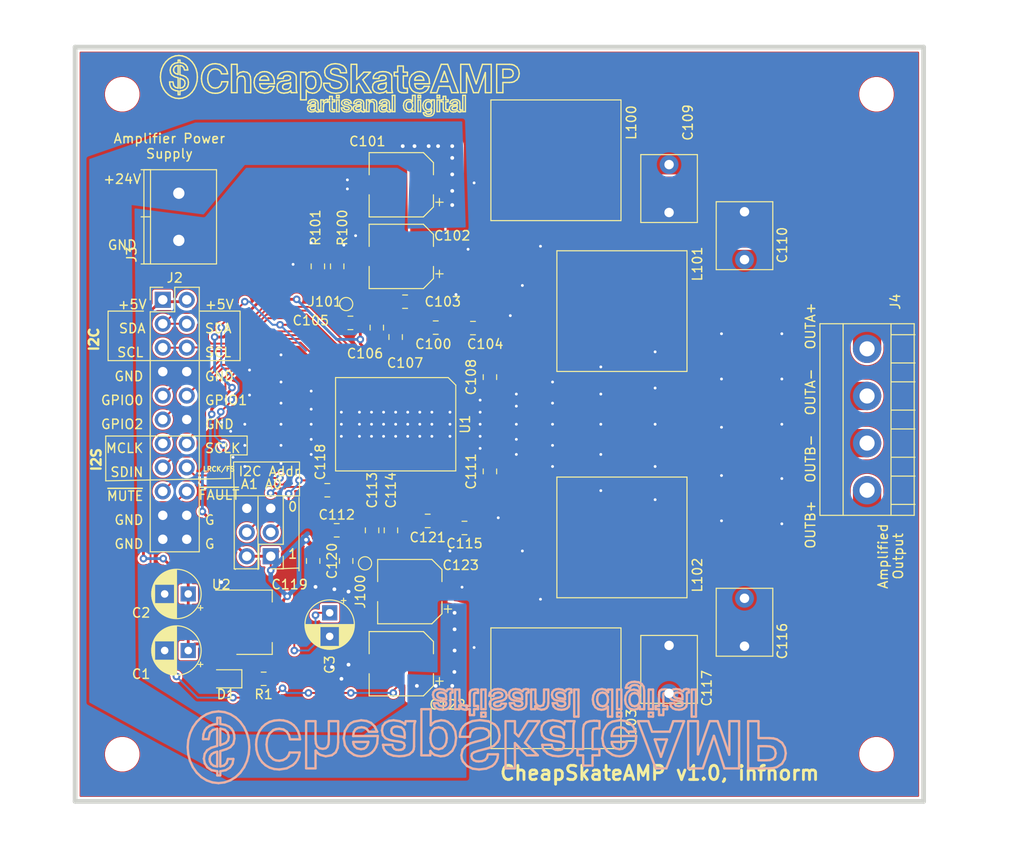
<source format=kicad_pcb>
(kicad_pcb (version 20171130) (host pcbnew "(5.1.2-1)-1")
  (layers (0 F.Cu signal) (31 B.Cu signal) (34 B.Paste user hide) (35 F.Paste user hide) (36 B.SilkS user) (37 F.SilkS user) (38 B.Mask user hide) (39 F.Mask user) (44 Edge.Cuts user))
  (net 0 "")
  (net 1 GND)
  (net 2 V33)
  (net 3 PVDD)
  (net 4 N$6)
  (net 5 OUTA+)
  (net 6 OUTA-)
  (net 7 OUTB-)
  (net 8 OUTB+)
  (net 9 ADDR0)
  (net 10 ADDR1)
  (net 11 SDA)
  (net 12 SCL)
  (net 13 SDIN)
  (net 14 SCLK)
  (net 15 MCLK)
  (net 16 LRCK/FS)
  (net 17 GPIO0)
  (net 18 GPIO1)
  (net 19 GPIO2)
  (net 20 ~SPK_MUTE)
  (net 21 ~SPK_FAULT)
  (net 22 RAW5V)
  (net 23 BSTRPA+)
  (net 24 SPK_OUTA+)
  (net 25 BSTRPA-)
  (net 26 SPK_OUTA-)
  (net 27 BSTRPB-)
  (net 28 SPK_OUTB-)
  (net 29 BSTRPB+)
  (net 30 SPK_OUTB+)
  (net 31 CN)
  (net 32 CP)
  (net 33 DAC_OUTB)
  (net 34 DAC_OUTA)
  (net 35 GVDO)
  (net 36 DVDD_REG)
  (net 37 CPVSS)
  (net 38 SPK_GAIN/FREQ)
  (net 39 SPK_INB+)
  (net 40 SPK_INA+)
  (net 41 SPK_INA-)
  (net 42 SPK_INB-)
  (module cheapskate_amp_footprints:TSSOP48-TAS5574M (layer F.Cu) (at 118 126 180)
    (fp_text reference U1 (at -7.375 0 270) (layer F.SilkS))
    (fp_text value TAS5754M)
    (pad PAD smd rect (at 0 0 180) (size 8.5 3.3) (layers F.Cu F.Paste F.Mask) (net 1 GND))
    (pad 24 smd rect (at 5.75 3.75 180) (size 0.3 1.1) (layers F.Cu F.Paste F.Mask) (net 13 SDIN))
    (pad 25 smd rect (at 5.75 -3.75 180) (size 0.3 1.1) (layers F.Cu F.Paste F.Mask) (net 16 LRCK/FS))
    (pad 23 smd rect (at 5.25 3.75 180) (size 0.3 1.1) (layers F.Cu F.Paste F.Mask) (net 14 SCLK))
    (pad 26 smd rect (at 5.25 -3.75 180) (size 0.3 1.1) (layers F.Cu F.Paste F.Mask) (net 9 ADDR0))
    (pad 22 smd rect (at 4.75 3.75 180) (size 0.3 1.1) (layers F.Cu F.Paste F.Mask) (net 15 MCLK))
    (pad 27 smd rect (at 4.75 -3.75 180) (size 0.3 1.1) (layers F.Cu F.Paste F.Mask) (net 20 ~SPK_MUTE))
    (pad 21 smd rect (at 4.25 3.75 180) (size 0.3 1.1) (layers F.Cu F.Paste F.Mask) (net 19 GPIO2))
    (pad 28 smd rect (at 4.25 -3.75 180) (size 0.3 1.1) (layers F.Cu F.Paste F.Mask) (net 36 DVDD_REG))
    (pad 20 smd rect (at 3.75 3.75 180) (size 0.3 1.1) (layers F.Cu F.Paste F.Mask) (net 10 ADDR1))
    (pad 29 smd rect (at 3.75 -3.75 180) (size 0.3 1.1) (layers F.Cu F.Paste F.Mask) (net 1 GND))
    (pad 19 smd rect (at 3.25 3.75 180) (size 0.3 1.1) (layers F.Cu F.Paste F.Mask) (net 18 GPIO1))
    (pad 30 smd rect (at 3.25 -3.75 180) (size 0.3 1.1) (layers F.Cu F.Paste F.Mask) (net 2 V33))
    (pad 18 smd rect (at 2.75 3.75 180) (size 0.3 1.1) (layers F.Cu F.Paste F.Mask) (net 17 GPIO0))
    (pad 31 smd rect (at 2.75 -3.75 180) (size 0.3 1.1) (layers F.Cu F.Paste F.Mask) (net 2 V33))
    (pad 17 smd rect (at 2.25 3.75 180) (size 0.3 1.1) (layers F.Cu F.Paste F.Mask) (net 12 SCL))
    (pad 32 smd rect (at 2.25 -3.75 180) (size 0.3 1.1) (layers F.Cu F.Paste F.Mask) (net 32 CP))
    (pad 16 smd rect (at 1.75 3.75 180) (size 0.3 1.1) (layers F.Cu F.Paste F.Mask) (net 11 SDA))
    (pad 33 smd rect (at 1.75 -3.75 180) (size 0.3 1.1) (layers F.Cu F.Paste F.Mask) (net 1 GND))
    (pad 15 smd rect (at 1.25 3.75 180) (size 0.3 1.1) (layers F.Cu F.Paste F.Mask) (net 1 GND))
    (pad 34 smd rect (at 1.25 -3.75 180) (size 0.3 1.1) (layers F.Cu F.Paste F.Mask) (net 31 CN))
    (pad 14 smd rect (at 0.75 3.75 180) (size 0.3 1.1) (layers F.Cu F.Paste F.Mask) (net 2 V33))
    (pad 35 smd rect (at 0.75 -3.75 180) (size 0.3 1.1) (layers F.Cu F.Paste F.Mask) (net 37 CPVSS))
    (pad 13 smd rect (at 0.25 3.75 180) (size 0.3 1.1) (layers F.Cu F.Paste F.Mask) (net 34 DAC_OUTA))
    (pad 36 smd rect (at 0.25 -3.75 180) (size 0.3 1.1) (layers F.Cu F.Paste F.Mask) (net 33 DAC_OUTB))
    (pad 12 smd rect (at -0.25 3.75 180) (size 0.3 1.1) (layers F.Cu F.Paste F.Mask) (net 40 SPK_INA+))
    (pad 37 smd rect (at -0.25 -3.75 180) (size 0.3 1.1) (layers F.Cu F.Paste F.Mask) (net 39 SPK_INB+))
    (pad 11 smd rect (at -0.75 3.75 180) (size 0.3 1.1) (layers F.Cu F.Paste F.Mask) (net 41 SPK_INA-))
    (pad 38 smd rect (at -0.75 -3.75 180) (size 0.3 1.1) (layers F.Cu F.Paste F.Mask) (net 42 SPK_INB-))
    (pad 10 smd rect (at -1.25 3.75 180) (size 0.3 1.1) (layers F.Cu F.Paste F.Mask) (net 1 GND))
    (pad 39 smd rect (at -1.25 -3.75 180) (size 0.3 1.1) (layers F.Cu F.Paste F.Mask) (net 1 GND))
    (pad 9 smd rect (at -1.75 3.75 180) (size 0.3 1.1) (layers F.Cu F.Paste F.Mask) (net 38 SPK_GAIN/FREQ))
    (pad 40 smd rect (at -1.75 -3.75 180) (size 0.3 1.1) (layers F.Cu F.Paste F.Mask) (net 21 ~SPK_FAULT))
    (pad 8 smd rect (at -2.25 3.75 180) (size 0.3 1.1) (layers F.Cu F.Paste F.Mask) (net 35 GVDO))
    (pad 41 smd rect (at -2.25 -3.75 180) (size 0.3 1.1) (layers F.Cu F.Paste F.Mask) (net 3 PVDD))
    (pad 7 smd rect (at -2.75 3.75 180) (size 0.3 1.1) (layers F.Cu F.Paste F.Mask) (net 3 PVDD))
    (pad 42 smd rect (at -2.75 -3.75 180) (size 0.3 1.1) (layers F.Cu F.Paste F.Mask) (net 3 PVDD))
    (pad 6 smd rect (at -3.25 3.75 180) (size 0.3 1.1) (layers F.Cu F.Paste F.Mask) (net 3 PVDD))
    (pad 43 smd rect (at -3.25 -3.75 180) (size 0.3 1.1) (layers F.Cu F.Paste F.Mask) (net 3 PVDD))
    (pad 5 smd rect (at -3.75 3.75 180) (size 0.3 1.1) (layers F.Cu F.Paste F.Mask) (net 23 BSTRPA+))
    (pad 44 smd rect (at -3.75 -3.75 180) (size 0.3 1.1) (layers F.Cu F.Paste F.Mask) (net 29 BSTRPB+))
    (pad 4 smd rect (at -4.25 3.75 180) (size 0.3 1.1) (layers F.Cu F.Paste F.Mask) (net 24 SPK_OUTA+))
    (pad 45 smd rect (at -4.25 -3.75 180) (size 0.3 1.1) (layers F.Cu F.Paste F.Mask) (net 30 SPK_OUTB+))
    (pad 3 smd rect (at -4.75 3.75 180) (size 0.3 1.1) (layers F.Cu F.Paste F.Mask) (net 1 GND))
    (pad 46 smd rect (at -4.75 -3.75 180) (size 0.3 1.1) (layers F.Cu F.Paste F.Mask) (net 1 GND))
    (pad 2 smd rect (at -5.25 3.75 180) (size 0.3 1.1) (layers F.Cu F.Paste F.Mask) (net 26 SPK_OUTA-))
    (pad 47 smd rect (at -5.25 -3.75 180) (size 0.3 1.1) (layers F.Cu F.Paste F.Mask) (net 28 SPK_OUTB-))
    (pad 1 smd rect (at -5.75 3.75 180) (size 0.3 1.1) (layers F.Cu F.Paste F.Mask) (net 25 BSTRPA-))
    (pad 48 smd rect (at -5.75 -3.75 180) (size 0.3 1.1) (layers F.Cu F.Paste F.Mask) (net 27 BSTRPB-))
  )
  (module Connector_PinHeader_2.54mm:PinHeader_2x11_P2.54mm_Vertical (layer F.Cu) (at 93.3 112.8)
    (fp_text reference J2 (at 1.27 -2.33) (layer F.SilkS))
    (fp_text value Conn_02x11_Odd_Even)
    (pad 22 thru_hole oval (at 2.54 25.4) (size 1.7 1.7) (drill 1) (layers *.Cu *.Mask) (net 1 GND))
    (pad 21 thru_hole oval (at 0 25.4) (size 1.7 1.7) (drill 1) (layers *.Cu *.Mask) (net 1 GND))
    (pad 20 thru_hole oval (at 2.54 22.86) (size 1.7 1.7) (drill 1) (layers *.Cu *.Mask) (net 1 GND))
    (pad 19 thru_hole oval (at 0 22.86) (size 1.7 1.7) (drill 1) (layers *.Cu *.Mask) (net 1 GND))
    (pad 18 thru_hole oval (at 2.54 20.32) (size 1.7 1.7) (drill 1) (layers *.Cu *.Mask) (net 21 ~SPK_FAULT))
    (pad 17 thru_hole oval (at 0 20.32) (size 1.7 1.7) (drill 1) (layers *.Cu *.Mask) (net 20 ~SPK_MUTE))
    (pad 16 thru_hole oval (at 2.54 17.78) (size 1.7 1.7) (drill 1) (layers *.Cu *.Mask) (net 16 LRCK/FS))
    (pad 15 thru_hole oval (at 0 17.78) (size 1.7 1.7) (drill 1) (layers *.Cu *.Mask) (net 13 SDIN))
    (pad 14 thru_hole oval (at 2.54 15.24) (size 1.7 1.7) (drill 1) (layers *.Cu *.Mask) (net 14 SCLK))
    (pad 13 thru_hole oval (at 0 15.24) (size 1.7 1.7) (drill 1) (layers *.Cu *.Mask) (net 15 MCLK))
    (pad 12 thru_hole oval (at 2.54 12.7) (size 1.7 1.7) (drill 1) (layers *.Cu *.Mask) (net 1 GND))
    (pad 11 thru_hole oval (at 0 12.7) (size 1.7 1.7) (drill 1) (layers *.Cu *.Mask) (net 19 GPIO2))
    (pad 10 thru_hole oval (at 2.54 10.16) (size 1.7 1.7) (drill 1) (layers *.Cu *.Mask) (net 18 GPIO1))
    (pad 9 thru_hole oval (at 0 10.16) (size 1.7 1.7) (drill 1) (layers *.Cu *.Mask) (net 17 GPIO0))
    (pad 8 thru_hole oval (at 2.54 7.62) (size 1.7 1.7) (drill 1) (layers *.Cu *.Mask) (net 1 GND))
    (pad 7 thru_hole oval (at 0 7.62) (size 1.7 1.7) (drill 1) (layers *.Cu *.Mask) (net 1 GND))
    (pad 6 thru_hole oval (at 2.54 5.08) (size 1.7 1.7) (drill 1) (layers *.Cu *.Mask) (net 12 SCL))
    (pad 5 thru_hole oval (at 0 5.08) (size 1.7 1.7) (drill 1) (layers *.Cu *.Mask) (net 12 SCL))
    (pad 4 thru_hole oval (at 2.54 2.54) (size 1.7 1.7) (drill 1) (layers *.Cu *.Mask) (net 11 SDA))
    (pad 3 thru_hole oval (at 0 2.54) (size 1.7 1.7) (drill 1) (layers *.Cu *.Mask) (net 11 SDA))
    (pad 2 thru_hole oval (at 2.54 0) (size 1.7 1.7) (drill 1) (layers *.Cu *.Mask) (net 22 RAW5V))
    (pad 1 thru_hole rect (at 0 0) (size 1.7 1.7) (drill 1) (layers *.Cu *.Mask) (net 22 RAW5V))
  )
  (module MountingHole:MountingHole_3.2mm_M3 (layer F.Cu) (at 89 161)
    (fp_text reference REF** hide)
    (fp_text value MountingHole_3.2mm_M3 hide)
    (pad 1 np_thru_hole circle (at 0 0) (size 3.2 3.2) (drill 3.2) (layers *.Cu *.Mask))
  )
  (module MountingHole:MountingHole_3.2mm_M3 (layer F.Cu) (at 169 161)
    (fp_text reference REF** hide)
    (fp_text value MountingHole_3.2mm_M3 hide)
    (pad 1 np_thru_hole circle (at 0 0) (size 3.2 3.2) (drill 3.2) (layers *.Cu *.Mask))
  )
  (module MountingHole:MountingHole_3.2mm_M3 (layer F.Cu) (at 169 91)
    (fp_text reference REF** hide)
    (fp_text value MountingHole_3.2mm_M3 hide)
    (pad 1 np_thru_hole circle (at 0 0) (size 3.2 3.2) (drill 3.2) (layers *.Cu *.Mask))
  )
  (module MountingHole:MountingHole_3.2mm_M3 (layer F.Cu) (at 89 91)
    (fp_text reference REF** hide)
    (fp_text value MountingHole_3.2mm_M3 hide)
    (pad 1 np_thru_hole circle (at 0 0) (size 3.2 3.2) (drill 3.2) (layers *.Cu *.Mask))
  )
  (module Capacitor_SMD:C_0805_2012Metric_Pad1.15x1.40mm_HandSolder (layer F.Cu) (at 118 116.75 90)
    (fp_text reference C107 (at -2.75 1 180) (layer F.SilkS))
    (fp_text value 2.2uF)
    (pad 2 smd roundrect (at 1.025 0 90) (size 1.15 1.4) (layers F.Cu F.Paste F.Mask) (roundrect_rratio 0.217391) (net 1 GND))
    (pad 1 smd roundrect (at -1.025 0 90) (size 1.15 1.4) (layers F.Cu F.Paste F.Mask) (roundrect_rratio 0.217391) (net 41 SPK_INA-))
  )
  (module Capacitor_THT:CP_Radial_D5.0mm_P2.50mm (layer F.Cu) (at 96 150 180)
    (fp_text reference C1 (at 5 -2.5) (layer F.SilkS))
    (fp_text value 0.1uF)
    (pad 2 thru_hole circle (at 2.5 0 180) (size 1.6 1.6) (drill 0.8) (layers *.Cu *.Mask) (net 1 GND))
    (pad 1 thru_hole rect (at 0 0 180) (size 1.6 1.6) (drill 0.8) (layers *.Cu *.Mask) (net 22 RAW5V))
  )
  (module Capacitor_THT:CP_Radial_D5.0mm_P2.50mm (layer F.Cu) (at 96 144 180)
    (fp_text reference C2 (at 5 -2) (layer F.SilkS))
    (fp_text value 47uF)
    (pad 2 thru_hole circle (at 2.5 0 180) (size 1.6 1.6) (drill 0.8) (layers *.Cu *.Mask) (net 1 GND))
    (pad 1 thru_hole rect (at 0 0 180) (size 1.6 1.6) (drill 0.8) (layers *.Cu *.Mask) (net 22 RAW5V))
  )
  (module Capacitor_THT:CP_Radial_D5.0mm_P2.50mm (layer F.Cu) (at 111 146 270)
    (fp_text reference C3 (at 5.5 0 90) (layer F.SilkS))
    (fp_text value 10uF)
    (pad 2 thru_hole circle (at 2.5 0 270) (size 1.6 1.6) (drill 0.8) (layers *.Cu *.Mask) (net 1 GND))
    (pad 1 thru_hole rect (at 0 0 270) (size 1.6 1.6) (drill 0.8) (layers *.Cu *.Mask) (net 2 V33))
  )
  (module Capacitor_SMD:C_0805_2012Metric_Pad1.15x1.40mm_HandSolder (layer F.Cu) (at 122.25 115.75)
    (fp_text reference C100 (at -0.25 1.75) (layer F.SilkS))
    (fp_text value 0.1uF)
    (pad 2 smd roundrect (at 1.025 0) (size 1.15 1.4) (layers F.Cu F.Paste F.Mask) (roundrect_rratio 0.217391) (net 1 GND))
    (pad 1 smd roundrect (at -1.025 0) (size 1.15 1.4) (layers F.Cu F.Paste F.Mask) (roundrect_rratio 0.217391) (net 3 PVDD))
  )
  (module Capacitor_SMD:CP_Elec_6.3x5.4 (layer F.Cu) (at 118.6 100.6 180)
    (fp_text reference C101 (at 3.6 4.6) (layer F.SilkS))
    (fp_text value 22uF)
    (pad 2 smd roundrect (at 2.8 0 180) (size 3.5 1.6) (layers F.Cu F.Paste F.Mask) (roundrect_rratio 0.15625) (net 1 GND))
    (pad 1 smd roundrect (at -2.8 0 180) (size 3.5 1.6) (layers F.Cu F.Paste F.Mask) (roundrect_rratio 0.15625) (net 3 PVDD))
  )
  (module Capacitor_SMD:CP_Elec_6.3x5.4 (layer F.Cu) (at 118.6 108.2 180)
    (fp_text reference C102 (at -5.4 2.2) (layer F.SilkS))
    (fp_text value 22uF)
    (pad 2 smd roundrect (at 2.8 0 180) (size 3.5 1.6) (layers F.Cu F.Paste F.Mask) (roundrect_rratio 0.15625) (net 1 GND))
    (pad 1 smd roundrect (at -2.8 0 180) (size 3.5 1.6) (layers F.Cu F.Paste F.Mask) (roundrect_rratio 0.15625) (net 3 PVDD))
  )
  (module Capacitor_SMD:C_0805_2012Metric_Pad1.15x1.40mm_HandSolder (layer F.Cu) (at 119 113 180)
    (fp_text reference C103 (at -4 0) (layer F.SilkS))
    (fp_text value 1uF)
    (pad 2 smd roundrect (at 1.025 0 180) (size 1.15 1.4) (layers F.Cu F.Paste F.Mask) (roundrect_rratio 0.217391) (net 1 GND))
    (pad 1 smd roundrect (at -1.025 0 180) (size 1.15 1.4) (layers F.Cu F.Paste F.Mask) (roundrect_rratio 0.217391) (net 35 GVDO))
  )
  (module Capacitor_SMD:C_0805_2012Metric_Pad1.15x1.40mm_HandSolder (layer F.Cu) (at 126.2 115.8 180)
    (fp_text reference C104 (at -1.3 -1.7) (layer F.SilkS))
    (fp_text value 0.22uF)
    (pad 2 smd roundrect (at 1.025 0 180) (size 1.15 1.4) (layers F.Cu F.Paste F.Mask) (roundrect_rratio 0.217391) (net 23 BSTRPA+))
    (pad 1 smd roundrect (at -1.025 0 180) (size 1.15 1.4) (layers F.Cu F.Paste F.Mask) (roundrect_rratio 0.217391) (net 24 SPK_OUTA+))
  )
  (module Capacitor_SMD:C_0805_2012Metric_Pad1.15x1.40mm_HandSolder (layer F.Cu) (at 113.2 115.25 180)
    (fp_text reference C105 (at 4.2 0.25) (layer F.SilkS))
    (fp_text value 1uF)
    (pad 2 smd roundrect (at 1.025 0 180) (size 1.15 1.4) (layers F.Cu F.Paste F.Mask) (roundrect_rratio 0.217391) (net 1 GND))
    (pad 1 smd roundrect (at -1.025 0 180) (size 1.15 1.4) (layers F.Cu F.Paste F.Mask) (roundrect_rratio 0.217391) (net 2 V33))
  )
  (module Capacitor_SMD:C_0805_2012Metric_Pad1.15x1.40mm_HandSolder (layer F.Cu) (at 128 121 270)
    (fp_text reference C108 (at 0 2 90) (layer F.SilkS))
    (fp_text value 0.22uF)
    (pad 2 smd roundrect (at 1.025 0 270) (size 1.15 1.4) (layers F.Cu F.Paste F.Mask) (roundrect_rratio 0.217391) (net 25 BSTRPA-))
    (pad 1 smd roundrect (at -1.025 0 270) (size 1.15 1.4) (layers F.Cu F.Paste F.Mask) (roundrect_rratio 0.217391) (net 26 SPK_OUTA-))
  )
  (module cheapskate_amp_footprints:CAP_PE105J2A0501 (layer F.Cu) (at 147 101 270)
    (fp_text reference C109 (at -7 -2 90) (layer F.SilkS))
    (fp_text value 1uF)
    (pad 2 thru_hole circle (at 2.54 0 270) (size 2 2) (drill 1) (layers *.Cu *.Mask) (net 1 GND))
    (pad 1 thru_hole circle (at -2.54 0 270) (size 2 2) (drill 1) (layers *.Cu *.Mask) (net 5 OUTA+))
  )
  (module cheapskate_amp_footprints:CAP_PE105J2A0501 (layer F.Cu) (at 155 106 90)
    (fp_text reference C110 (at -1 4 90) (layer F.SilkS))
    (fp_text value 1uF)
    (pad 2 thru_hole circle (at 2.54 0 90) (size 2 2) (drill 1) (layers *.Cu *.Mask) (net 1 GND))
    (pad 1 thru_hole circle (at -2.54 0 90) (size 2 2) (drill 1) (layers *.Cu *.Mask) (net 6 OUTA-))
  )
  (module Capacitor_SMD:C_0805_2012Metric_Pad1.15x1.40mm_HandSolder (layer F.Cu) (at 128 131 90)
    (fp_text reference C111 (at 0 -2 90) (layer F.SilkS))
    (fp_text value 0.22uF)
    (pad 2 smd roundrect (at 1.025 0 90) (size 1.15 1.4) (layers F.Cu F.Paste F.Mask) (roundrect_rratio 0.217391) (net 27 BSTRPB-))
    (pad 1 smd roundrect (at -1.025 0 90) (size 1.15 1.4) (layers F.Cu F.Paste F.Mask) (roundrect_rratio 0.217391) (net 28 SPK_OUTB-))
  )
  (module Capacitor_SMD:C_0805_2012Metric_Pad1.15x1.40mm_HandSolder (layer F.Cu) (at 117.5 137.25 270)
    (fp_text reference C114 (at -4.25 0 90) (layer F.SilkS))
    (fp_text value 2.2uF)
    (pad 2 smd roundrect (at 1.025 0 270) (size 1.15 1.4) (layers F.Cu F.Paste F.Mask) (roundrect_rratio 0.217391) (net 1 GND))
    (pad 1 smd roundrect (at -1.025 0 270) (size 1.15 1.4) (layers F.Cu F.Paste F.Mask) (roundrect_rratio 0.217391) (net 42 SPK_INB-))
  )
  (module Capacitor_SMD:C_0805_2012Metric_Pad1.15x1.40mm_HandSolder (layer F.Cu) (at 125.3 137 180)
    (fp_text reference C115 (at 0 -1.65) (layer F.SilkS))
    (fp_text value 0.22uF)
    (pad 2 smd roundrect (at 1.025 0 180) (size 1.15 1.4) (layers F.Cu F.Paste F.Mask) (roundrect_rratio 0.217391) (net 29 BSTRPB+))
    (pad 1 smd roundrect (at -1.025 0 180) (size 1.15 1.4) (layers F.Cu F.Paste F.Mask) (roundrect_rratio 0.217391) (net 30 SPK_OUTB+))
  )
  (module cheapskate_amp_footprints:CAP_PE105J2A0501 (layer F.Cu) (at 155 147 270)
    (fp_text reference C116 (at 2 -4 90) (layer F.SilkS))
    (fp_text value 1uF)
    (pad 2 thru_hole circle (at 2.54 0 270) (size 2 2) (drill 1) (layers *.Cu *.Mask) (net 1 GND))
    (pad 1 thru_hole circle (at -2.54 0 270) (size 2 2) (drill 1) (layers *.Cu *.Mask) (net 7 OUTB-))
  )
  (module cheapskate_amp_footprints:CAP_PE105J2A0501 (layer F.Cu) (at 147 152 90)
    (fp_text reference C117 (at -2 4 90) (layer F.SilkS))
    (fp_text value 1uF)
    (pad 2 thru_hole circle (at 2.54 0 90) (size 2 2) (drill 1) (layers *.Cu *.Mask) (net 1 GND))
    (pad 1 thru_hole circle (at -2.54 0 90) (size 2 2) (drill 1) (layers *.Cu *.Mask) (net 8 OUTB+))
  )
  (module Capacitor_SMD:C_0805_2012Metric_Pad1.15x1.40mm_HandSolder (layer F.Cu) (at 110.75 133 180)
    (fp_text reference C118 (at 0.75 3 90) (layer F.SilkS))
    (fp_text value 1uF)
    (pad 2 smd roundrect (at 1.025 0 180) (size 1.15 1.4) (layers F.Cu F.Paste F.Mask) (roundrect_rratio 0.217391) (net 1 GND))
    (pad 1 smd roundrect (at -1.025 0 180) (size 1.15 1.4) (layers F.Cu F.Paste F.Mask) (roundrect_rratio 0.217391) (net 36 DVDD_REG))
  )
  (module Capacitor_SMD:C_0805_2012Metric_Pad1.15x1.40mm_HandSolder (layer F.Cu) (at 109.25 140.5 270)
    (fp_text reference C119 (at 2.5 2.5 180) (layer F.SilkS))
    (fp_text value 1uF)
    (pad 2 smd roundrect (at 1.025 0 270) (size 1.15 1.4) (layers F.Cu F.Paste F.Mask) (roundrect_rratio 0.217391) (net 1 GND))
    (pad 1 smd roundrect (at -1.025 0 270) (size 1.15 1.4) (layers F.Cu F.Paste F.Mask) (roundrect_rratio 0.217391) (net 2 V33))
  )
  (module Capacitor_SMD:C_0805_2012Metric_Pad1.15x1.40mm_HandSolder (layer F.Cu) (at 112.75 140.5 270)
    (fp_text reference C120 (at 0 1.5 90) (layer F.SilkS))
    (fp_text value 1uF)
    (pad 2 smd roundrect (at 1.025 0 270) (size 1.15 1.4) (layers F.Cu F.Paste F.Mask) (roundrect_rratio 0.217391) (net 1 GND))
    (pad 1 smd roundrect (at -1.025 0 270) (size 1.15 1.4) (layers F.Cu F.Paste F.Mask) (roundrect_rratio 0.217391) (net 37 CPVSS))
  )
  (module Capacitor_SMD:C_0805_2012Metric_Pad1.15x1.40mm_HandSolder (layer F.Cu) (at 121.4 136.25)
    (fp_text reference C121 (at 0 1.75) (layer F.SilkS))
    (fp_text value 0.1uF)
    (pad 2 smd roundrect (at 1.025 0) (size 1.15 1.4) (layers F.Cu F.Paste F.Mask) (roundrect_rratio 0.217391) (net 1 GND))
    (pad 1 smd roundrect (at -1.025 0) (size 1.15 1.4) (layers F.Cu F.Paste F.Mask) (roundrect_rratio 0.217391) (net 3 PVDD))
  )
  (module Capacitor_SMD:CP_Elec_6.3x5.4 (layer F.Cu) (at 118.6 151.4 180)
    (fp_text reference C122 (at -4.9 -4.35) (layer F.SilkS))
    (fp_text value 22uF)
    (pad 2 smd roundrect (at 2.8 0 180) (size 3.5 1.6) (layers F.Cu F.Paste F.Mask) (roundrect_rratio 0.15625) (net 1 GND))
    (pad 1 smd roundrect (at -2.8 0 180) (size 3.5 1.6) (layers F.Cu F.Paste F.Mask) (roundrect_rratio 0.15625) (net 3 PVDD))
  )
  (module Capacitor_SMD:CP_Elec_6.3x5.4 (layer F.Cu) (at 119.5 143.75 180)
    (fp_text reference C123 (at -5.4 2.8) (layer F.SilkS))
    (fp_text value 22uF)
    (pad 2 smd roundrect (at 2.8 0 180) (size 3.5 1.6) (layers F.Cu F.Paste F.Mask) (roundrect_rratio 0.15625) (net 1 GND))
    (pad 1 smd roundrect (at -2.8 0 180) (size 3.5 1.6) (layers F.Cu F.Paste F.Mask) (roundrect_rratio 0.15625) (net 3 PVDD))
  )
  (module LED_SMD:LED_0805_2012Metric (layer F.Cu) (at 100 153 180)
    (fp_text reference D1 (at 0 -1.65) (layer F.SilkS))
    (fp_text value LED)
    (pad 2 smd roundrect (at 0.9375 0 180) (size 0.975 1.4) (layers F.Cu F.Paste F.Mask) (net 1 GND))
    (pad 1 smd roundrect (at -0.9375 0 180) (size 0.975 1.4) (layers F.Cu F.Paste F.Mask) (net 4 N$6))
  )
  (module Connector_PinHeader_2.54mm:PinHeader_2x03_P2.54mm_Vertical (layer F.Cu) (at 104.75 140 180)
    (fp_text reference J1 hide)
    (fp_text value Conn_02x03_Odd_Even)
    (pad 6 thru_hole oval (at 2.54 5.08 180) (size 1.7 1.7) (drill 1) (layers *.Cu *.Mask) (net 1 GND))
    (pad 5 thru_hole oval (at 0 5.08 180) (size 1.7 1.7) (drill 1) (layers *.Cu *.Mask) (net 1 GND))
    (pad 4 thru_hole oval (at 2.54 2.54 180) (size 1.7 1.7) (drill 1) (layers *.Cu *.Mask) (net 10 ADDR1))
    (pad 3 thru_hole oval (at 0 2.54 180) (size 1.7 1.7) (drill 1) (layers *.Cu *.Mask) (net 9 ADDR0))
    (pad 2 thru_hole oval (at 2.54 0 180) (size 1.7 1.7) (drill 1) (layers *.Cu *.Mask) (net 2 V33))
    (pad 1 thru_hole rect (at 0 0 180) (size 1.7 1.7) (drill 1) (layers *.Cu *.Mask) (net 2 V33))
  )
  (module cheapskate_amp_footprints:KF301-5.0-2P (layer F.Cu) (at 95 104 270)
    (fp_text reference J3 (at 4 5 90) (layer F.SilkS))
    (fp_text value Conn_01x02)
    (pad 2 thru_hole circle (at 2.5 0 270) (size 2.5 2.5) (drill 1.2) (layers *.Cu *.Mask) (net 1 GND))
    (pad 1 thru_hole circle (at -2.5 0 270) (size 2.5 2.5) (drill 1.2) (layers *.Cu *.Mask) (net 3 PVDD))
  )
  (module cheapskate_amp_footprints:DINKLE-EK508V-04P (layer F.Cu) (at 168 125.5 270)
    (fp_text reference J4 (at -12.5 -3 90) (layer F.SilkS))
    (fp_text value Conn_01x04)
    (pad 4 thru_hole circle (at 7.5 0 270) (size 3 3) (drill 1.6) (layers *.Cu *.Mask) (net 8 OUTB+))
    (pad 3 thru_hole circle (at 2.5 0 270) (size 3 3) (drill 1.6) (layers *.Cu *.Mask) (net 7 OUTB-))
    (pad 2 thru_hole circle (at -2.5 0 270) (size 3 3) (drill 1.6) (layers *.Cu *.Mask) (net 6 OUTA-))
    (pad 1 thru_hole circle (at -7.5 0 270) (size 3 3) (drill 1.6) (layers *.Cu *.Mask) (net 5 OUTA+))
  )
  (module cheapskate_amp_footprints:inductor_ms1350 (layer F.Cu) (at 135 98)
    (fp_text reference L100 (at 8 -4 90) (layer F.SilkS))
    (fp_text value 10uH)
    (pad 2 smd rect (at 5.625 0) (size 3.25 5) (layers F.Cu F.Paste F.Mask) (net 5 OUTA+))
    (pad 1 smd rect (at -5.625 0) (size 3.25 5) (layers F.Cu F.Paste F.Mask) (net 24 SPK_OUTA+))
  )
  (module cheapskate_amp_footprints:inductor_ms1350 (layer F.Cu) (at 142 114)
    (fp_text reference L101 (at 8 -5 90) (layer F.SilkS))
    (fp_text value 10uH)
    (pad 2 smd rect (at 5.625 0) (size 3.25 5) (layers F.Cu F.Paste F.Mask) (net 6 OUTA-))
    (pad 1 smd rect (at -5.625 0) (size 3.25 5) (layers F.Cu F.Paste F.Mask) (net 26 SPK_OUTA-))
  )
  (module cheapskate_amp_footprints:inductor_ms1350 (layer F.Cu) (at 142 138)
    (fp_text reference L102 (at 8 4 90) (layer F.SilkS))
    (fp_text value 10uH)
    (pad 2 smd rect (at 5.625 0) (size 3.25 5) (layers F.Cu F.Paste F.Mask) (net 7 OUTB-))
    (pad 1 smd rect (at -5.625 0) (size 3.25 5) (layers F.Cu F.Paste F.Mask) (net 28 SPK_OUTB-))
  )
  (module cheapskate_amp_footprints:inductor_ms1350 (layer F.Cu) (at 135 154)
    (fp_text reference L103 (at 8 4 90) (layer F.SilkS))
    (fp_text value 10uH)
    (pad 2 smd rect (at 5.625 0) (size 3.25 5) (layers F.Cu F.Paste F.Mask) (net 8 OUTB+))
    (pad 1 smd rect (at -5.625 0) (size 3.25 5) (layers F.Cu F.Paste F.Mask) (net 30 SPK_OUTB+))
  )
  (module Capacitor_SMD:C_0805_2012Metric_Pad1.15x1.40mm_HandSolder (layer F.Cu) (at 104 153 180)
    (fp_text reference R1 (at 0 -1.65) (layer F.SilkS))
    (fp_text value 300)
    (pad 2 smd roundrect (at 1.025 0 180) (size 1.15 1.4) (layers F.Cu F.Paste F.Mask) (roundrect_rratio 0.217391) (net 4 N$6))
    (pad 1 smd roundrect (at -1.025 0 180) (size 1.15 1.4) (layers F.Cu F.Paste F.Mask) (roundrect_rratio 0.217391) (net 2 V33))
  )
  (module Capacitor_SMD:C_0805_2012Metric_Pad1.15x1.40mm_HandSolder (layer F.Cu) (at 109.75 109.25 270)
    (fp_text reference R100 (at -4.1 -2.6 90) (layer F.SilkS))
    (fp_text value 750k)
    (pad 2 smd roundrect (at 1.025 0 270) (size 1.15 1.4) (layers F.Cu F.Paste F.Mask) (roundrect_rratio 0.217391) (net 38 SPK_GAIN/FREQ))
    (pad 1 smd roundrect (at -1.025 0 270) (size 1.15 1.4) (layers F.Cu F.Paste F.Mask) (roundrect_rratio 0.217391) (net 1 GND))
  )
  (module Capacitor_SMD:C_0805_2012Metric_Pad1.15x1.40mm_HandSolder (layer F.Cu) (at 111.8 109.25 90)
    (fp_text reference R101 (at 4.1 -2.3 90) (layer F.SilkS))
    (fp_text value 150k)
    (pad 2 smd roundrect (at 1.025 0 90) (size 1.15 1.4) (layers F.Cu F.Paste F.Mask) (roundrect_rratio 0.217391) (net 35 GVDO))
    (pad 1 smd roundrect (at -1.025 0 90) (size 1.15 1.4) (layers F.Cu F.Paste F.Mask) (roundrect_rratio 0.217391) (net 38 SPK_GAIN/FREQ))
  )
  (module Package_TO_SOT_SMD:SOT-223-3_TabPin2 (layer F.Cu) (at 103 147)
    (fp_text reference U2 (at -3.5 -4) (layer F.SilkS))
    (fp_text value AP1117-15)
    (pad 1 smd rect (at -3.15 -2.3) (size 2 1.5) (layers F.Cu F.Paste F.Mask) (net 1 GND))
    (pad 3 smd rect (at -3.15 2.3) (size 2 1.5) (layers F.Cu F.Paste F.Mask) (net 22 RAW5V))
    (pad 2 smd rect (at -3.15 0) (size 2 1.5) (layers F.Cu F.Paste F.Mask) (net 2 V33))
    (pad 2 smd rect (at 3.15 0) (size 2 3.8) (layers F.Cu F.Paste F.Mask) (net 2 V33))
  )
  (module TestPoint_Pad_D1.0mm (layer F.Cu) (at 114.75 140.75)
    (fp_text reference J100 (at -0.5 3 90) (layer F.SilkS))
    (fp_text value TestPoint)
    (pad 1 smd circle (at 0 0) (size 1 1) (layers F.Cu F.Mask) (net 33 DAC_OUTB))
  )
  (module TestPoint_Pad_D1.0mm (layer F.Cu) (at 112.75 113.25)
    (fp_text reference J101 (at -2.25 -0.25) (layer F.SilkS))
    (fp_text value TestPoint)
    (pad 1 smd circle (at 0 0) (size 1 1) (layers F.Cu F.Mask) (net 34 DAC_OUTA))
  )
  (module Capacitor_SMD:C_0805_2012Metric_Pad1.15x1.40mm_HandSolder (layer F.Cu) (at 116 115.75 270)
    (fp_text reference C106 (at 2.75 1.25) (layer F.SilkS))
    (fp_text value 2.2uF)
    (pad 1 smd roundrect (at -1.025 0 270) (size 1.15 1.4) (layers F.Cu F.Paste F.Mask) (roundrect_rratio 0.217391) (net 34 DAC_OUTA))
    (pad 2 smd roundrect (at 1.025 0 270) (size 1.15 1.4) (layers F.Cu F.Paste F.Mask) (roundrect_rratio 0.217391) (net 40 SPK_INA+))
  )
  (module Capacitor_SMD:C_0805_2012Metric_Pad1.15x1.40mm_HandSolder (layer F.Cu) (at 111.75 137.25)
    (fp_text reference C112 (at 0 -1.65) (layer F.SilkS))
    (fp_text value 1uF)
    (pad 2 smd roundrect (at 1.025 0) (size 1.15 1.4) (layers F.Cu F.Paste F.Mask) (roundrect_rratio 0.217391) (net 31 CN))
    (pad 1 smd roundrect (at -1.025 0) (size 1.15 1.4) (layers F.Cu F.Paste F.Mask) (roundrect_rratio 0.217391) (net 32 CP))
  )
  (module Capacitor_SMD:C_0805_2012Metric_Pad1.15x1.40mm_HandSolder (layer F.Cu) (at 115.5 137.25 270)
    (fp_text reference C113 (at -4.25 0 90) (layer F.SilkS))
    (fp_text value 2.2uF)
    (pad 1 smd roundrect (at -1.025 0 270) (size 1.15 1.4) (layers F.Cu F.Paste F.Mask) (roundrect_rratio 0.217391) (net 33 DAC_OUTB))
    (pad 2 smd roundrect (at 1.025 0 270) (size 1.15 1.4) (layers F.Cu F.Paste F.Mask) (roundrect_rratio 0.217391) (net 39 SPK_INB+))
  )
  (gr_line (start 107.821749 160.816515) (end 107.737568 161.226898) (layer B.SilkS) (width 0.25))
  (gr_line (start 106.755454 160.816515) (end 107.821749 160.816515) (layer B.SilkS) (width 0.25))
  (gr_line (start 107.737568 161.226898) (end 107.583235 161.588175) (layer B.SilkS) (width 0.25))
  (gr_line (start 105.11392 162.568535) (end 104.622864 162.415955) (layer B.SilkS) (width 0.25))
  (gr_line (start 105.661099 162.619395) (end 105.11392 162.568535) (layer B.SilkS) (width 0.25))
  (gr_line (start 106.439774 162.50014) (end 105.661099 162.619395) (layer B.SilkS) (width 0.25))
  (gr_line (start 107.099194 162.149385) (end 106.439774 162.50014) (layer B.SilkS) (width 0.25))
  (gr_line (start 107.367521 161.89684) (end 107.099194 162.149385) (layer B.SilkS) (width 0.25))
  (gr_line (start 107.583235 161.588175) (end 107.367521 161.89684) (layer B.SilkS) (width 0.25))
  (gr_line (start 97.660396 161.47144) (end 97.660389 161.47148) (layer B.SilkS) (width 0.25))
  (gr_line (start 97.746575 160.964407) (end 97.660396 161.47144) (layer B.SilkS) (width 0.25))
  (gr_line (start 98.005111 160.581205) (end 97.746575 160.964407) (layer B.SilkS) (width 0.25))
  (gr_line (start 98.444373 160.305934) (end 98.005111 160.581205) (layer B.SilkS) (width 0.25))
  (gr_line (start 99.072726 160.1227) (end 98.444373 160.305934) (layer B.SilkS) (width 0.25))
  (gr_line (start 99.072726 158.29872) (end 99.072726 160.1227) (layer B.SilkS) (width 0.25))
  (gr_line (start 98.599159 158.428404) (end 99.072726 158.29872) (layer B.SilkS) (width 0.25))
  (gr_line (start 98.302971 158.723755) (end 98.599159 158.428404) (layer B.SilkS) (width 0.25))
  (gr_line (start 98.159061 159.393105) (end 98.302971 158.723755) (layer B.SilkS) (width 0.25))
  (gr_line (start 97.566686 159.393105) (end 98.159061 159.393105) (layer B.SilkS) (width 0.25))
  (gr_line (start 97.614377 158.876869) (end 97.566686 159.393105) (layer B.SilkS) (width 0.25))
  (gr_line (start 97.75745 158.47944) (end 97.614377 158.876869) (layer B.SilkS) (width 0.25))
  (gr_line (start 97.970596 158.201661) (end 97.75745 158.47944) (layer B.SilkS) (width 0.25))
  (gr_line (start 98.261972 157.994163) (end 97.970596 158.201661) (layer B.SilkS) (width 0.25))
  (gr_line (start 98.631578 157.856946) (end 98.261972 157.994163) (layer B.SilkS) (width 0.25))
  (gr_line (start 99.079415 157.79001) (end 98.631578 157.856946) (layer B.SilkS) (width 0.25))
  (gr_line (start 99.079415 157.14074) (end 99.079415 157.79001) (layer B.SilkS) (width 0.25))
  (gr_line (start 99.397357 157.14074) (end 99.079415 157.14074) (layer B.SilkS) (width 0.25))
  (gr_line (start 99.397357 157.79001) (end 99.397357 157.14074) (layer B.SilkS) (width 0.25))
  (gr_line (start 99.932 157.892086) (end 99.397357 157.79001) (layer B.SilkS) (width 0.25))
  (gr_line (start 100.324407 158.064445) (end 99.932 157.892086) (layer B.SilkS) (width 0.25))
  (gr_line (start 100.577715 158.284076) (end 100.324407 158.064445) (layer B.SilkS) (width 0.25))
  (gr_line (start 100.758649 158.568131) (end 100.577715 158.284076) (layer B.SilkS) (width 0.25))
  (gr_line (start 100.86721 158.916613) (end 100.758649 158.568131) (layer B.SilkS) (width 0.25))
  (gr_line (start 100.903397 159.32952) (end 100.86721 158.916613) (layer B.SilkS) (width 0.25))
  (gr_line (start 100.790444 159.870019) (end 100.903397 159.32952) (layer B.SilkS) (width 0.25))
  (gr_line (start 100.451585 160.259915) (end 100.790444 159.870019) (layer B.SilkS) (width 0.25))
  (gr_line (start 100.049138 160.457374) (end 100.451585 160.259915) (layer B.SilkS) (width 0.25))
  (gr_line (start 99.39736 160.66822) (end 100.049138 160.457374) (layer B.SilkS) (width 0.25))
  (gr_line (start 99.39736 162.29474) (end 99.39736 160.66822) (layer B.SilkS) (width 0.25))
  (gr_line (start 99.796458 162.197684) (end 99.39736 162.29474) (layer B.SilkS) (width 0.25))
  (gr_line (start 100.070055 161.939985) (end 99.796458 162.197684) (layer B.SilkS) (width 0.25))
  (gr_line (start 100.207271 161.50156) (end 100.070055 161.939985) (layer B.SilkS) (width 0.25))
  (gr_line (start 100.792951 161.50156) (end 100.207271 161.50156) (layer B.SilkS) (width 0.25))
  (gr_line (start 100.690875 162.014451) (end 100.792951 161.50156) (layer B.SilkS) (width 0.25))
  (gr_line (start 100.418115 162.415225) (end 100.690875 162.014451) (layer B.SilkS) (width 0.25))
  (gr_line (start 99.985547 162.687984) (end 100.418115 162.415225) (layer B.SilkS) (width 0.25))
  (gr_line (start 99.397355 162.810141) (end 99.985547 162.687984) (layer B.SilkS) (width 0.25))
  (gr_line (start 99.397355 163.248565) (end 99.397355 162.810141) (layer B.SilkS) (width 0.25))
  (gr_line (start 99.079413 163.248565) (end 99.397355 163.248565) (layer B.SilkS) (width 0.25))
  (gr_line (start 99.079413 162.803487) (end 99.079413 163.248565) (layer B.SilkS) (width 0.25))
  (gr_line (start 98.48118 162.696391) (end 99.079413 162.803487) (layer B.SilkS) (width 0.25))
  (gr_line (start 98.031878 162.38849) (end 98.48118 162.696391) (layer B.SilkS) (width 0.25))
  (gr_line (start 97.753261 161.955085) (end 98.031878 162.38849) (layer B.SilkS) (width 0.25))
  (gr_line (start 97.660389 161.47148) (end 97.753261 161.955085) (layer B.SilkS) (width 0.25))
  (gr_line (start 98.262802 161.51163) (end 98.262804 161.51163) (layer B.SilkS) (width 0.25))
  (gr_line (start 98.30882 161.780208) (end 98.262802 161.51163) (layer B.SilkS) (width 0.25))
  (gr_line (start 98.446873 162.03707) (end 98.30882 161.780208) (layer B.SilkS) (width 0.25))
  (gr_line (start 98.697044 162.2295) (end 98.446873 162.03707) (layer B.SilkS) (width 0.25))
  (gr_line (start 99.072718 162.30481) (end 98.697044 162.2295) (layer B.SilkS) (width 0.25))
  (gr_line (start 99.072718 160.731835) (end 99.072718 162.30481) (layer B.SilkS) (width 0.25))
  (gr_line (start 98.738879 160.833913) (end 99.072718 160.731835) (layer B.SilkS) (width 0.25))
  (gr_line (start 98.480343 160.992885) (end 98.738879 160.833913) (layer B.SilkS) (width 0.25))
  (gr_line (start 98.317188 161.216279) (end 98.480343 160.992885) (layer B.SilkS) (width 0.25))
  (gr_line (start 98.262804 161.51163) (end 98.317188 161.216279) (layer B.SilkS) (width 0.25))
  (gr_line (start 99.397357 160.042405) (end 99.397354 158.282015) (layer B.SilkS) (width 0.25))
  (gr_line (start 99.993077 159.80144) (end 99.397357 160.042405) (layer B.SilkS) (width 0.25))
  (gr_line (start 100.224003 159.533699) (end 99.993077 159.80144) (layer B.SilkS) (width 0.25))
  (gr_line (start 100.300979 159.165555) (end 100.224003 159.533699) (layer B.SilkS) (width 0.25))
  (gr_line (start 100.187189 158.70036) (end 100.300979 159.165555) (layer B.SilkS) (width 0.25))
  (gr_line (start 99.88096 158.400001) (end 100.187189 158.70036) (layer B.SilkS) (width 0.25))
  (gr_line (start 99.397354 158.282015) (end 99.88096 158.400001) (layer B.SilkS) (width 0.25))
  (gr_line (start 102.480154 160.260015) (end 102.480154 160.260015) (layer B.SilkS) (width 0.25))
  (gr_line (start 102.416732 161.005388) (end 102.480154 160.260015) (layer B.SilkS) (width 0.25))
  (gr_line (start 102.231203 161.71532) (end 102.416732 161.005388) (layer B.SilkS) (width 0.25))
  (gr_line (start 101.930673 162.369863) (end 102.231203 161.71532) (layer B.SilkS) (width 0.25))
  (gr_line (start 101.522249 162.949068) (end 101.930673 162.369863) (layer B.SilkS) (width 0.25))
  (gr_line (start 101.024133 163.423979) (end 101.522249 162.949068) (layer B.SilkS) (width 0.25))
  (gr_line (start 100.461226 163.773432) (end 101.024133 163.423979) (layer B.SilkS) (width 0.25))
  (gr_line (start 99.850684 163.989164) (end 100.461226 163.773432) (layer B.SilkS) (width 0.25))
  (gr_line (start 99.209664 164.06291) (end 99.850684 163.989164) (layer B.SilkS) (width 0.25))
  (gr_line (start 98.568643 163.989164) (end 99.209664 164.06291) (layer B.SilkS) (width 0.25))
  (gr_line (start 97.958101 163.773432) (end 98.568643 163.989164) (layer B.SilkS) (width 0.25))
  (gr_line (start 97.395194 163.423979) (end 97.958101 163.773432) (layer B.SilkS) (width 0.25))
  (gr_line (start 96.897078 162.949068) (end 97.395194 163.423979) (layer B.SilkS) (width 0.25))
  (gr_line (start 96.488654 162.369863) (end 96.897078 162.949068) (layer B.SilkS) (width 0.25))
  (gr_line (start 96.188125 161.71532) (end 96.488654 162.369863) (layer B.SilkS) (width 0.25))
  (gr_line (start 96.002596 161.005388) (end 96.188125 161.71532) (layer B.SilkS) (width 0.25))
  (gr_line (start 95.939174 160.260015) (end 96.002596 161.005388) (layer B.SilkS) (width 0.25))
  (gr_line (start 96.005619 159.4936) (end 95.939174 160.260015) (layer B.SilkS) (width 0.25))
  (gr_line (start 96.196186 158.779759) (end 96.005619 159.4936) (layer B.SilkS) (width 0.25))
  (gr_line (start 96.497724 158.133783) (end 96.196186 158.779759) (layer B.SilkS) (width 0.25))
  (gr_line (start 96.89708 157.570966) (end 96.497724 158.133783) (layer B.SilkS) (width 0.25))
  (gr_line (start 97.381103 157.106599) (end 96.89708 157.570966) (layer B.SilkS) (width 0.25))
  (gr_line (start 97.936642 156.755975) (end 97.381103 157.106599) (layer B.SilkS) (width 0.25))
  (gr_line (start 98.550547 156.534386) (end 97.936642 156.755975) (layer B.SilkS) (width 0.25))
  (gr_line (start 99.209664 156.457125) (end 98.550547 156.534386) (layer B.SilkS) (width 0.25))
  (gr_line (start 99.868781 156.534386) (end 99.209664 156.457125) (layer B.SilkS) (width 0.25))
  (gr_line (start 100.482685 156.755975) (end 99.868781 156.534386) (layer B.SilkS) (width 0.25))
  (gr_line (start 101.038224 157.106599) (end 100.482685 156.755975) (layer B.SilkS) (width 0.25))
  (gr_line (start 101.522248 157.570966) (end 101.038224 157.106599) (layer B.SilkS) (width 0.25))
  (gr_line (start 101.921604 158.133783) (end 101.522248 157.570966) (layer B.SilkS) (width 0.25))
  (gr_line (start 102.223141 158.779759) (end 101.921604 158.133783) (layer B.SilkS) (width 0.25))
  (gr_line (start 102.413708 159.4936) (end 102.223141 158.779759) (layer B.SilkS) (width 0.25))
  (gr_line (start 102.480154 160.260015) (end 102.413708 159.4936) (layer B.SilkS) (width 0.25))
  (gr_line (start 149.394254 154.138145) (end 149.394254 157.013515) (layer B.SilkS) (width 0.25))
  (gr_line (start 149.853344 154.138145) (end 149.394254 154.138145) (layer B.SilkS) (width 0.25))
  (gr_line (start 149.853344 157.013515) (end 149.853344 154.138145) (layer B.SilkS) (width 0.25))
  (gr_line (start 149.394254 157.013515) (end 149.853344 157.013515) (layer B.SilkS) (width 0.25))
  (gr_line (start 148.425159 154.838645) (end 148.425164 155.18092) (layer B.SilkS) (width 0.25))
  (gr_line (start 148.372804 154.653395) (end 148.425159 154.838645) (layer B.SilkS) (width 0.25))
  (gr_line (start 148.239909 154.532585) (end 148.372804 154.653395) (layer B.SilkS) (width 0.25))
  (gr_line (start 148.074799 154.464125) (end 148.239909 154.532585) (layer B.SilkS) (width 0.25))
  (gr_line (start 147.909684 154.443975) (end 148.074799 154.464125) (layer B.SilkS) (width 0.25))
  (gr_line (start 147.772764 154.456075) (end 147.909684 154.443975) (layer B.SilkS) (width 0.25))
  (gr_line (start 147.635839 154.496325) (end 147.772764 154.456075) (layer B.SilkS) (width 0.25))
  (gr_line (start 147.531134 154.580895) (end 147.635839 154.496325) (layer B.SilkS) (width 0.25))
  (gr_line (start 147.486834 154.70976) (end 147.531134 154.580895) (layer B.SilkS) (width 0.25))
  (gr_line (start 147.515034 154.858765) (end 147.486834 154.70976) (layer B.SilkS) (width 0.25))
  (gr_line (start 147.599604 154.959445) (end 147.515034 154.858765) (layer B.SilkS) (width 0.25))
  (gr_line (start 147.720414 155.01985) (end 147.599604 154.959445) (layer B.SilkS) (width 0.25))
  (gr_line (start 147.861364 155.0561) (end 147.720414 155.01985) (layer B.SilkS) (width 0.25))
  (gr_line (start 148.167429 155.09635) (end 147.861364 155.0561) (layer B.SilkS) (width 0.25))
  (gr_line (start 148.425164 155.18092) (end 148.167429 155.09635) (layer B.SilkS) (width 0.25))
  (gr_line (start 148.884244 155.67217) (end 148.884254 154.601015) (layer B.SilkS) (width 0.25))
  (gr_line (start 148.811759 155.95004) (end 148.884244 155.67217) (layer B.SilkS) (width 0.25))
  (gr_line (start 148.618454 156.139315) (end 148.811759 155.95004) (layer B.SilkS) (width 0.25))
  (gr_line (start 148.352664 156.24402) (end 148.618454 156.139315) (layer B.SilkS) (width 0.25))
  (gr_line (start 148.050629 156.27622) (end 148.352664 156.24402) (layer B.SilkS) (width 0.25))
  (gr_line (start 147.712354 156.24402) (end 148.050629 156.27622) (layer B.SilkS) (width 0.25))
  (gr_line (start 147.414344 156.13126) (end 147.712354 156.24402) (layer B.SilkS) (width 0.25))
  (gr_line (start 147.200909 155.917825) (end 147.414344 156.13126) (layer B.SilkS) (width 0.25))
  (gr_line (start 147.104254 155.583575) (end 147.200909 155.917825) (layer B.SilkS) (width 0.25))
  (gr_line (start 147.563349 155.583575) (end 147.104254 155.583575) (layer B.SilkS) (width 0.25))
  (gr_line (start 147.704299 155.833255) (end 147.563349 155.583575) (layer B.SilkS) (width 0.25))
  (gr_line (start 148.022439 155.913795) (end 147.704299 155.833255) (layer B.SilkS) (width 0.25))
  (gr_line (start 148.167419 155.901695) (end 148.022439 155.913795) (layer B.SilkS) (width 0.25))
  (gr_line (start 148.304339 155.861445) (end 148.167419 155.901695) (layer B.SilkS) (width 0.25))
  (gr_line (start 148.409044 155.776875) (end 148.304339 155.861445) (layer B.SilkS) (width 0.25))
  (gr_line (start 148.453344 155.6319) (end 148.409044 155.776875) (layer B.SilkS) (width 0.25))
  (gr_line (start 148.400989 155.47887) (end 148.453344 155.6319) (layer B.SilkS) (width 0.25))
  (gr_line (start 148.264069 155.40638) (end 148.400989 155.47887) (layer B.SilkS) (width 0.25))
  (gr_line (start 148.066739 155.37013) (end 148.264069 155.40638) (layer B.SilkS) (width 0.25))
  (gr_line (start 147.829139 155.33793) (end 148.066739 155.37013) (layer B.SilkS) (width 0.25))
  (gr_line (start 147.539184 155.28963) (end 147.829139 155.33793) (layer B.SilkS) (width 0.25))
  (gr_line (start 147.281449 155.192975) (end 147.539184 155.28963) (layer B.SilkS) (width 0.25))
  (gr_line (start 147.096204 155.0037) (end 147.281449 155.192975) (layer B.SilkS) (width 0.25))
  (gr_line (start 147.027739 154.689585) (end 147.096204 155.0037) (layer B.SilkS) (width 0.25))
  (gr_line (start 147.084119 154.41977) (end 147.027739 154.689585) (layer B.SilkS) (width 0.25))
  (gr_line (start 147.241179 154.230495) (end 147.084119 154.41977) (layer B.SilkS) (width 0.25))
  (gr_line (start 147.470724 154.12176) (end 147.241179 154.230495) (layer B.SilkS) (width 0.25))
  (gr_line (start 147.740544 154.08151) (end 147.470724 154.12176) (layer B.SilkS) (width 0.25))
  (gr_line (start 148.123119 154.14192) (end 147.740544 154.08151) (layer B.SilkS) (width 0.25))
  (gr_line (start 148.461399 154.33522) (end 148.123119 154.14192) (layer B.SilkS) (width 0.25))
  (gr_line (start 148.582209 154.13789) (end 148.461399 154.33522) (layer B.SilkS) (width 0.25))
  (gr_line (start 148.815784 154.08151) (end 148.582209 154.13789) (layer B.SilkS) (width 0.25))
  (gr_line (start 148.884244 154.08551) (end 148.815784 154.08151) (layer B.SilkS) (width 0.25))
  (gr_line (start 148.964789 154.09761) (end 148.884244 154.08551) (layer B.SilkS) (width 0.25))
  (gr_line (start 149.041304 154.11776) (end 148.964789 154.09761) (layer B.SilkS) (width 0.25))
  (gr_line (start 149.105739 154.13386) (end 149.041304 154.11776) (layer B.SilkS) (width 0.25))
  (gr_line (start 149.105739 154.452) (end 149.105739 154.13386) (layer B.SilkS) (width 0.25))
  (gr_line (start 149.041304 154.44395) (end 149.105739 154.452) (layer B.SilkS) (width 0.25))
  (gr_line (start 148.993004 154.44395) (end 149.041304 154.44395) (layer B.SilkS) (width 0.25))
  (gr_line (start 148.904404 154.4802) (end 148.993004 154.44395) (layer B.SilkS) (width 0.25))
  (gr_line (start 148.884254 154.601015) (end 148.904404 154.4802) (layer B.SilkS) (width 0.25))
  (gr_line (start 145.585754 155.87771) (end 145.585754 156.220015) (layer B.SilkS) (width 0.25))
  (gr_line (start 145.932084 155.87771) (end 145.585754 155.87771) (layer B.SilkS) (width 0.25))
  (gr_line (start 145.932084 154.649435) (end 145.932084 155.87771) (layer B.SilkS) (width 0.25))
  (gr_line (start 145.956234 154.41989) (end 145.932084 154.649435) (layer B.SilkS) (width 0.25))
  (gr_line (start 146.040804 154.25075) (end 145.956234 154.41989) (layer B.SilkS) (width 0.25))
  (gr_line (start 146.213969 154.15007) (end 146.040804 154.25075) (layer B.SilkS) (width 0.25))
  (gr_line (start 146.507949 154.11787) (end 146.213969 154.15007) (layer B.SilkS) (width 0.25))
  (gr_line (start 146.656954 154.12592) (end 146.507949 154.11787) (layer B.SilkS) (width 0.25))
  (gr_line (start 146.805954 154.14202) (end 146.656954 154.12592) (layer B.SilkS) (width 0.25))
  (gr_line (start 146.805954 154.496405) (end 146.805954 154.14202) (layer B.SilkS) (width 0.25))
  (gr_line (start 146.709304 154.480305) (end 146.805954 154.496405) (layer B.SilkS) (width 0.25))
  (gr_line (start 146.612654 154.480305) (end 146.709304 154.480305) (layer B.SilkS) (width 0.25))
  (gr_line (start 146.491839 154.496405) (end 146.612654 154.480305) (layer B.SilkS) (width 0.25))
  (gr_line (start 146.423379 154.552785) (end 146.491839 154.496405) (layer B.SilkS) (width 0.25))
  (gr_line (start 146.395179 154.64138) (end 146.423379 154.552785) (layer B.SilkS) (width 0.25))
  (gr_line (start 146.391179 154.76622) (end 146.395179 154.64138) (layer B.SilkS) (width 0.25))
  (gr_line (start 146.391179 155.87771) (end 146.391179 154.76622) (layer B.SilkS) (width 0.25))
  (gr_line (start 146.805969 155.87771) (end 146.391179 155.87771) (layer B.SilkS) (width 0.25))
  (gr_line (start 146.805969 156.220015) (end 146.805969 155.87771) (layer B.SilkS) (width 0.25))
  (gr_line (start 146.391179 156.220015) (end 146.805969 156.220015) (layer B.SilkS) (width 0.25))
  (gr_line (start 146.391179 156.84422) (end 146.391179 156.220015) (layer B.SilkS) (width 0.25))
  (gr_line (start 145.932084 156.84422) (end 146.391179 156.84422) (layer B.SilkS) (width 0.25))
  (gr_line (start 145.932084 156.220015) (end 145.932084 156.84422) (layer B.SilkS) (width 0.25))
  (gr_line (start 145.585754 156.220015) (end 145.932084 156.220015) (layer B.SilkS) (width 0.25))
  (gr_line (start 144.840254 154.138145) (end 144.840254 156.22017) (layer B.SilkS) (width 0.25))
  (gr_line (start 145.299349 154.138145) (end 144.840254 154.138145) (layer B.SilkS) (width 0.25))
  (gr_line (start 145.299349 156.22017) (end 145.299349 154.138145) (layer B.SilkS) (width 0.25))
  (gr_line (start 144.840254 156.22017) (end 145.299349 156.22017) (layer B.SilkS) (width 0.25))
  (gr_line (start 144.840254 156.578585) (end 144.840254 157.013515) (layer B.SilkS) (width 0.25))
  (gr_line (start 145.299349 156.578585) (end 144.840254 156.578585) (layer B.SilkS) (width 0.25))
  (gr_line (start 145.299349 157.013515) (end 145.299349 156.578585) (layer B.SilkS) (width 0.25))
  (gr_line (start 144.840254 157.013515) (end 145.299349 157.013515) (layer B.SilkS) (width 0.25))
  (gr_line (start 143.342869 154.50072) (end 143.342894 154.50072) (layer B.SilkS) (width 0.25))
  (gr_line (start 143.093184 154.56113) (end 143.342869 154.50072) (layer B.SilkS) (width 0.25))
  (gr_line (start 142.924044 154.718185) (end 143.093184 154.56113) (layer B.SilkS) (width 0.25))
  (gr_line (start 142.827394 154.93565) (end 142.924044 154.718185) (layer B.SilkS) (width 0.25))
  (gr_line (start 142.795194 155.18936) (end 142.827394 154.93565) (layer B.SilkS) (width 0.25))
  (gr_line (start 142.823394 155.447095) (end 142.795194 155.18936) (layer B.SilkS) (width 0.25))
  (gr_line (start 142.916019 155.68067) (end 142.823394 155.447095) (layer B.SilkS) (width 0.25))
  (gr_line (start 143.085154 155.84981) (end 142.916019 155.68067) (layer B.SilkS) (width 0.25))
  (gr_line (start 143.342894 155.91424) (end 143.085154 155.84981) (layer B.SilkS) (width 0.25))
  (gr_line (start 143.596599 155.857865) (end 143.342894 155.91424) (layer B.SilkS) (width 0.25))
  (gr_line (start 143.769769 155.70483) (end 143.596599 155.857865) (layer B.SilkS) (width 0.25))
  (gr_line (start 143.870444 155.48334) (end 143.769769 155.70483) (layer B.SilkS) (width 0.25))
  (gr_line (start 143.902644 155.225605) (end 143.870444 155.48334) (layer B.SilkS) (width 0.25))
  (gr_line (start 143.870444 154.959815) (end 143.902644 155.225605) (layer B.SilkS) (width 0.25))
  (gr_line (start 143.773794 154.72624) (end 143.870444 154.959815) (layer B.SilkS) (width 0.25))
  (gr_line (start 143.600629 154.56113) (end 143.773794 154.72624) (layer B.SilkS) (width 0.25))
  (gr_line (start 143.342894 154.50072) (end 143.600629 154.56113) (layer B.SilkS) (width 0.25))
  (gr_line (start 144.361754 156.22027) (end 144.361754 154.247015) (layer B.SilkS) (width 0.25))
  (gr_line (start 143.902664 156.22027) (end 144.361754 156.22027) (layer B.SilkS) (width 0.25))
  (gr_line (start 143.902664 155.934345) (end 143.902664 156.22027) (layer B.SilkS) (width 0.25))
  (gr_line (start 143.894614 155.934345) (end 143.902664 155.934345) (layer B.SilkS) (width 0.25))
  (gr_line (start 143.640904 156.19208) (end 143.894614 155.934345) (layer B.SilkS) (width 0.25))
  (gr_line (start 143.278464 156.27665) (end 143.640904 156.19208) (layer B.SilkS) (width 0.25))
  (gr_line (start 142.879779 156.19208) (end 143.278464 156.27665) (layer B.SilkS) (width 0.25))
  (gr_line (start 142.585799 155.962535) (end 142.879779 156.19208) (layer B.SilkS) (width 0.25))
  (gr_line (start 142.400549 155.63231) (end 142.585799 155.962535) (layer B.SilkS) (width 0.25))
  (gr_line (start 142.336114 155.233625) (end 142.400549 155.63231) (layer B.SilkS) (width 0.25))
  (gr_line (start 142.388469 154.810775) (end 142.336114 155.233625) (layer B.SilkS) (width 0.25))
  (gr_line (start 142.553579 154.460415) (end 142.388469 154.810775) (layer B.SilkS) (width 0.25))
  (gr_line (start 142.843534 154.222815) (end 142.553579 154.460415) (layer B.SilkS) (width 0.25))
  (gr_line (start 143.270409 154.138245) (end 142.843534 154.222815) (layer B.SilkS) (width 0.25))
  (gr_line (start 143.628824 154.234895) (end 143.270409 154.138245) (layer B.SilkS) (width 0.25))
  (gr_line (start 143.894614 154.504715) (end 143.628824 154.234895) (layer B.SilkS) (width 0.25))
  (gr_line (start 143.902664 154.504715) (end 143.894614 154.504715) (layer B.SilkS) (width 0.25))
  (gr_line (start 143.902664 154.18657) (end 143.902664 154.504715) (layer B.SilkS) (width 0.25))
  (gr_line (start 143.870446 153.959039) (end 143.902664 154.18657) (layer B.SilkS) (width 0.25))
  (gr_line (start 143.773794 153.791915) (end 143.870446 153.959039) (layer B.SilkS) (width 0.25))
  (gr_line (start 143.607674 153.689222) (end 143.773794 153.791915) (layer B.SilkS) (width 0.25))
  (gr_line (start 143.367054 153.65499) (end 143.607674 153.689222) (layer B.SilkS) (width 0.25))
  (gr_line (start 143.197914 153.66709) (end 143.367054 153.65499) (layer B.SilkS) (width 0.25))
  (gr_line (start 143.048914 153.71139) (end 143.197914 153.66709) (layer B.SilkS) (width 0.25))
  (gr_line (start 142.936154 153.804015) (end 143.048914 153.71139) (layer B.SilkS) (width 0.25))
  (gr_line (start 142.867689 153.96107) (end 142.936154 153.804015) (layer B.SilkS) (width 0.25))
  (gr_line (start 142.408599 153.96107) (end 142.867689 153.96107) (layer B.SilkS) (width 0.25))
  (gr_line (start 142.513304 153.65501) (end 142.408599 153.96107) (layer B.SilkS) (width 0.25))
  (gr_line (start 142.730769 153.453655) (end 142.513304 153.65501) (layer B.SilkS) (width 0.25))
  (gr_line (start 143.020724 153.34492) (end 142.730769 153.453655) (layer B.SilkS) (width 0.25))
  (gr_line (start 143.338864 153.31272) (end 143.020724 153.34492) (layer B.SilkS) (width 0.25))
  (gr_line (start 143.775806 153.371114) (end 143.338864 153.31272) (layer B.SilkS) (width 0.25))
  (gr_line (start 144.095964 153.546295) (end 143.775806 153.371114) (layer B.SilkS) (width 0.25))
  (gr_line (start 144.295306 153.836248) (end 144.095964 153.546295) (layer B.SilkS) (width 0.25))
  (gr_line (start 144.361754 154.247015) (end 144.295306 153.836248) (layer B.SilkS) (width 0.25))
  (gr_line (start 141.481254 154.138145) (end 141.481254 156.22017) (layer B.SilkS) (width 0.25))
  (gr_line (start 141.940349 154.138145) (end 141.481254 154.138145) (layer B.SilkS) (width 0.25))
  (gr_line (start 141.940349 156.22017) (end 141.940349 154.138145) (layer B.SilkS) (width 0.25))
  (gr_line (start 141.481254 156.22017) (end 141.940349 156.22017) (layer B.SilkS) (width 0.25))
  (gr_line (start 141.481254 156.578585) (end 141.481254 157.013515) (layer B.SilkS) (width 0.25))
  (gr_line (start 141.940349 156.578585) (end 141.481254 156.578585) (layer B.SilkS) (width 0.25))
  (gr_line (start 141.940349 157.013515) (end 141.940349 156.578585) (layer B.SilkS) (width 0.25))
  (gr_line (start 141.481254 157.013515) (end 141.940349 157.013515) (layer B.SilkS) (width 0.25))
  (gr_line (start 139.365939 155.15688) (end 139.365959 155.15688) (layer B.SilkS) (width 0.25))
  (gr_line (start 139.394139 155.430725) (end 139.365939 155.15688) (layer B.SilkS) (width 0.25))
  (gr_line (start 139.494814 155.67235) (end 139.394139 155.430725) (layer B.SilkS) (width 0.25))
  (gr_line (start 139.676039 155.845515) (end 139.494814 155.67235) (layer B.SilkS) (width 0.25))
  (gr_line (start 139.949879 155.913975) (end 139.676039 155.845515) (layer B.SilkS) (width 0.25))
  (gr_line (start 140.187483 155.86565) (end 139.949879 155.913975) (layer B.SilkS) (width 0.25))
  (gr_line (start 140.368704 155.720675) (end 140.187483 155.86565) (layer B.SilkS) (width 0.25))
  (gr_line (start 140.486495 155.489117) (end 140.368704 155.720675) (layer B.SilkS) (width 0.25))
  (gr_line (start 140.525759 155.18104) (end 140.486495 155.489117) (layer B.SilkS) (width 0.25))
  (gr_line (start 140.489509 154.911225) (end 140.525759 155.18104) (layer B.SilkS) (width 0.25))
  (gr_line (start 140.384804 154.67765) (end 140.489509 154.911225) (layer B.SilkS) (width 0.25))
  (gr_line (start 140.203584 154.50851) (end 140.384804 154.67765) (layer B.SilkS) (width 0.25))
  (gr_line (start 139.941824 154.444075) (end 140.203584 154.50851) (layer B.SilkS) (width 0.25))
  (gr_line (start 139.684084 154.504485) (end 139.941824 154.444075) (layer B.SilkS) (width 0.25))
  (gr_line (start 139.502864 154.66557) (end 139.684084 154.504485) (layer B.SilkS) (width 0.25))
  (gr_line (start 139.398159 154.895115) (end 139.502864 154.66557) (layer B.SilkS) (width 0.25))
  (gr_line (start 139.365959 155.15688) (end 139.398159 154.895115) (layer B.SilkS) (width 0.25))
  (gr_line (start 140.968754 157.01337) (end 140.968754 154.138015) (layer B.SilkS) (width 0.25))
  (gr_line (start 140.509664 157.01337) (end 140.968754 157.01337) (layer B.SilkS) (width 0.25))
  (gr_line (start 140.509664 155.950205) (end 140.509664 157.01337) (layer B.SilkS) (width 0.25))
  (gr_line (start 140.501614 155.950205) (end 140.509664 155.950205) (layer B.SilkS) (width 0.25))
  (gr_line (start 140.368719 156.095185) (end 140.501614 155.950205) (layer B.SilkS) (width 0.25))
  (gr_line (start 140.199579 156.19989) (end 140.368719 156.095185) (layer B.SilkS) (width 0.25))
  (gr_line (start 140.006274 156.25627) (end 140.199579 156.19989) (layer B.SilkS) (width 0.25))
  (gr_line (start 139.808949 156.27642) (end 140.006274 156.25627) (layer B.SilkS) (width 0.25))
  (gr_line (start 139.474694 156.211985) (end 139.808949 156.27642) (layer B.SilkS) (width 0.25))
  (gr_line (start 139.184744 156.018685) (end 139.474694 156.211985) (layer B.SilkS) (width 0.25))
  (gr_line (start 138.983384 155.680405) (end 139.184744 156.018685) (layer B.SilkS) (width 0.25))
  (gr_line (start 138.906869 155.19312) (end 138.983384 155.680405) (layer B.SilkS) (width 0.25))
  (gr_line (start 138.967279 154.754165) (end 138.906869 155.19312) (layer B.SilkS) (width 0.25))
  (gr_line (start 139.148499 154.403805) (end 138.967279 154.754165) (layer B.SilkS) (width 0.25))
  (gr_line (start 139.450534 154.166205) (end 139.148499 154.403805) (layer B.SilkS) (width 0.25))
  (gr_line (start 139.881434 154.081635) (end 139.450534 154.166205) (layer B.SilkS) (width 0.25))
  (gr_line (start 140.255959 154.15815) (end 139.881434 154.081635) (layer B.SilkS) (width 0.25))
  (gr_line (start 140.525774 154.419915) (end 140.255959 154.15815) (layer B.SilkS) (width 0.25))
  (gr_line (start 140.533824 154.419915) (end 140.525774 154.419915) (layer B.SilkS) (width 0.25))
  (gr_line (start 140.533824 154.138015) (end 140.533824 154.419915) (layer B.SilkS) (width 0.25))
  (gr_line (start 140.968754 154.138015) (end 140.533824 154.138015) (layer B.SilkS) (width 0.25))
  (gr_line (start 136.935204 154.138145) (end 136.935204 157.013515) (layer B.SilkS) (width 0.25))
  (gr_line (start 137.394296 154.138145) (end 136.935204 154.138145) (layer B.SilkS) (width 0.25))
  (gr_line (start 137.394296 157.013515) (end 137.394296 154.138145) (layer B.SilkS) (width 0.25))
  (gr_line (start 136.935204 157.013515) (end 137.394296 157.013515) (layer B.SilkS) (width 0.25))
  (gr_line (start 135.966113 154.838645) (end 135.966112 155.18092) (layer B.SilkS) (width 0.25))
  (gr_line (start 135.91376 154.653395) (end 135.966113 154.838645) (layer B.SilkS) (width 0.25))
  (gr_line (start 135.780865 154.532585) (end 135.91376 154.653395) (layer B.SilkS) (width 0.25))
  (gr_line (start 135.615753 154.464125) (end 135.780865 154.532585) (layer B.SilkS) (width 0.25))
  (gr_line (start 135.450641 154.443975) (end 135.615753 154.464125) (layer B.SilkS) (width 0.25))
  (gr_line (start 135.313719 154.456075) (end 135.450641 154.443975) (layer B.SilkS) (width 0.25))
  (gr_line (start 135.176797 154.496325) (end 135.313719 154.456075) (layer B.SilkS) (width 0.25))
  (gr_line (start 135.072091 154.580895) (end 135.176797 154.496325) (layer B.SilkS) (width 0.25))
  (gr_line (start 135.027791 154.70976) (end 135.072091 154.580895) (layer B.SilkS) (width 0.25))
  (gr_line (start 135.055981 154.858765) (end 135.027791 154.70976) (layer B.SilkS) (width 0.25))
  (gr_line (start 135.140551 154.959445) (end 135.055981 154.858765) (layer B.SilkS) (width 0.25))
  (gr_line (start 135.261365 155.01985) (end 135.140551 154.959445) (layer B.SilkS) (width 0.25))
  (gr_line (start 135.402314 155.0561) (end 135.261365 155.01985) (layer B.SilkS) (width 0.25))
  (gr_line (start 135.708376 155.09635) (end 135.402314 155.0561) (layer B.SilkS) (width 0.25))
  (gr_line (start 135.966112 155.18092) (end 135.708376 155.09635) (layer B.SilkS) (width 0.25))
  (gr_line (start 136.425201 155.67217) (end 136.425204 154.601015) (layer B.SilkS) (width 0.25))
  (gr_line (start 136.352713 155.95004) (end 136.425201 155.67217) (layer B.SilkS) (width 0.25))
  (gr_line (start 136.159411 156.139315) (end 136.352713 155.95004) (layer B.SilkS) (width 0.25))
  (gr_line (start 135.89362 156.24402) (end 136.159411 156.139315) (layer B.SilkS) (width 0.25))
  (gr_line (start 135.591586 156.27622) (end 135.89362 156.24402) (layer B.SilkS) (width 0.25))
  (gr_line (start 135.253307 156.24402) (end 135.591586 156.27622) (layer B.SilkS) (width 0.25))
  (gr_line (start 134.9553 156.13126) (end 135.253307 156.24402) (layer B.SilkS) (width 0.25))
  (gr_line (start 134.741863 155.917825) (end 134.9553 156.13126) (layer B.SilkS) (width 0.25))
  (gr_line (start 134.645212 155.583575) (end 134.741863 155.917825) (layer B.SilkS) (width 0.25))
  (gr_line (start 135.104304 155.583575) (end 134.645212 155.583575) (layer B.SilkS) (width 0.25))
  (gr_line (start 135.245253 155.833255) (end 135.104304 155.583575) (layer B.SilkS) (width 0.25))
  (gr_line (start 135.563396 155.913795) (end 135.245253 155.833255) (layer B.SilkS) (width 0.25))
  (gr_line (start 135.708373 155.901695) (end 135.563396 155.913795) (layer B.SilkS) (width 0.25))
  (gr_line (start 135.845295 155.861445) (end 135.708373 155.901695) (layer B.SilkS) (width 0.25))
  (gr_line (start 135.95 155.776875) (end 135.845295 155.861445) (layer B.SilkS) (width 0.25))
  (gr_line (start 135.9943 155.6319) (end 135.95 155.776875) (layer B.SilkS) (width 0.25))
  (gr_line (start 135.941948 155.47887) (end 135.9943 155.6319) (layer B.SilkS) (width 0.25))
  (gr_line (start 135.805026 155.40638) (end 135.941948 155.47887) (layer B.SilkS) (width 0.25))
  (gr_line (start 135.607696 155.37013) (end 135.805026 155.40638) (layer B.SilkS) (width 0.25))
  (gr_line (start 135.370096 155.33793) (end 135.607696 155.37013) (layer B.SilkS) (width 0.25))
  (gr_line (start 135.080143 155.28963) (end 135.370096 155.33793) (layer B.SilkS) (width 0.25))
  (gr_line (start 134.822407 155.192975) (end 135.080143 155.28963) (layer B.SilkS) (width 0.25))
  (gr_line (start 134.637159 155.0037) (end 134.822407 155.192975) (layer B.SilkS) (width 0.25))
  (gr_line (start 134.568698 154.689585) (end 134.637159 155.0037) (layer B.SilkS) (width 0.25))
  (gr_line (start 134.625078 154.41977) (end 134.568698 154.689585) (layer B.SilkS) (width 0.25))
  (gr_line (start 134.782136 154.230495) (end 134.625078 154.41977) (layer B.SilkS) (width 0.25))
  (gr_line (start 135.011682 154.12176) (end 134.782136 154.230495) (layer B.SilkS) (width 0.25))
  (gr_line (start 135.281499 154.08151) (end 135.011682 154.12176) (layer B.SilkS) (width 0.25))
  (gr_line (start 135.664076 154.14192) (end 135.281499 154.08151) (layer B.SilkS) (width 0.25))
  (gr_line (start 136.002355 154.33522) (end 135.664076 154.14192) (layer B.SilkS) (width 0.25))
  (gr_line (start 136.123168 154.13789) (end 136.002355 154.33522) (layer B.SilkS) (width 0.25))
  (gr_line (start 136.356742 154.08151) (end 136.123168 154.13789) (layer B.SilkS) (width 0.25))
  (gr_line (start 136.425203 154.08551) (end 136.356742 154.08151) (layer B.SilkS) (width 0.25))
  (gr_line (start 136.505745 154.09761) (end 136.425203 154.08551) (layer B.SilkS) (width 0.25))
  (gr_line (start 136.582261 154.11776) (end 136.505745 154.09761) (layer B.SilkS) (width 0.25))
  (gr_line (start 136.646695 154.13386) (end 136.582261 154.11776) (layer B.SilkS) (width 0.25))
  (gr_line (start 136.646695 154.452) (end 136.646695 154.13386) (layer B.SilkS) (width 0.25))
  (gr_line (start 136.582261 154.44395) (end 136.646695 154.452) (layer B.SilkS) (width 0.25))
  (gr_line (start 136.533936 154.44395) (end 136.582261 154.44395) (layer B.SilkS) (width 0.25))
  (gr_line (start 136.445339 154.4802) (end 136.533936 154.44395) (layer B.SilkS) (width 0.25))
  (gr_line (start 136.425204 154.601015) (end 136.445339 154.4802) (layer B.SilkS) (width 0.25))
  (gr_line (start 132.369004 154.137985) (end 132.369004 156.220015) (layer B.SilkS) (width 0.25))
  (gr_line (start 132.828096 154.137985) (end 132.369004 154.137985) (layer B.SilkS) (width 0.25))
  (gr_line (start 132.828096 155.36626) (end 132.828096 154.137985) (layer B.SilkS) (width 0.25))
  (gr_line (start 132.864341 155.579695) (end 132.828096 155.36626) (layer B.SilkS) (width 0.25))
  (gr_line (start 132.965019 155.752865) (end 132.864341 155.579695) (layer B.SilkS) (width 0.25))
  (gr_line (start 133.122077 155.86965) (end 132.965019 155.752865) (layer B.SilkS) (width 0.25))
  (gr_line (start 133.331488 155.91395) (end 133.122077 155.86965) (layer B.SilkS) (width 0.25))
  (gr_line (start 133.633522 155.801195) (end 133.331488 155.91395) (layer B.SilkS) (width 0.25))
  (gr_line (start 133.738227 155.446805) (end 133.633522 155.801195) (layer B.SilkS) (width 0.25))
  (gr_line (start 133.738227 154.13799) (end 133.738227 155.446805) (layer B.SilkS) (width 0.25))
  (gr_line (start 134.19732 154.13799) (end 133.738227 154.13799) (layer B.SilkS) (width 0.25))
  (gr_line (start 134.19732 155.56762) (end 134.19732 154.13799) (layer B.SilkS) (width 0.25))
  (gr_line (start 134.147987 155.877708) (end 134.19732 155.56762) (layer B.SilkS) (width 0.25))
  (gr_line (start 133.99999 156.0992) (end 134.147987 155.877708) (layer B.SilkS) (width 0.25))
  (gr_line (start 133.766417 156.232097) (end 133.99999 156.0992) (layer B.SilkS) (width 0.25))
  (gr_line (start 133.460355 156.276395) (end 133.766417 156.232097) (layer B.SilkS) (width 0.25))
  (gr_line (start 133.085833 156.175715) (end 133.460355 156.276395) (layer B.SilkS) (width 0.25))
  (gr_line (start 132.811988 155.9059) (end 133.085833 156.175715) (layer B.SilkS) (width 0.25))
  (gr_line (start 132.803933 155.91395) (end 132.811988 155.9059) (layer B.SilkS) (width 0.25))
  (gr_line (start 132.803933 156.220015) (end 132.803933 155.91395) (layer B.SilkS) (width 0.25))
  (gr_line (start 132.369004 156.220015) (end 132.803933 156.220015) (layer B.SilkS) (width 0.25))
  (gr_line (start 131.412013 154.838645) (end 131.412012 155.18092) (layer B.SilkS) (width 0.25))
  (gr_line (start 131.35966 154.653395) (end 131.412013 154.838645) (layer B.SilkS) (width 0.25))
  (gr_line (start 131.226765 154.532585) (end 131.35966 154.653395) (layer B.SilkS) (width 0.25))
  (gr_line (start 131.061653 154.464125) (end 131.226765 154.532585) (layer B.SilkS) (width 0.25))
  (gr_line (start 130.896541 154.443975) (end 131.061653 154.464125) (layer B.SilkS) (width 0.25))
  (gr_line (start 130.759619 154.456075) (end 130.896541 154.443975) (layer B.SilkS) (width 0.25))
  (gr_line (start 130.622697 154.496325) (end 130.759619 154.456075) (layer B.SilkS) (width 0.25))
  (gr_line (start 130.517991 154.580895) (end 130.622697 154.496325) (layer B.SilkS) (width 0.25))
  (gr_line (start 130.473691 154.70976) (end 130.517991 154.580895) (layer B.SilkS) (width 0.25))
  (gr_line (start 130.501881 154.858765) (end 130.473691 154.70976) (layer B.SilkS) (width 0.25))
  (gr_line (start 130.586451 154.959445) (end 130.501881 154.858765) (layer B.SilkS) (width 0.25))
  (gr_line (start 130.707265 155.01985) (end 130.586451 154.959445) (layer B.SilkS) (width 0.25))
  (gr_line (start 130.848214 155.0561) (end 130.707265 155.01985) (layer B.SilkS) (width 0.25))
  (gr_line (start 131.154276 155.09635) (end 130.848214 155.0561) (layer B.SilkS) (width 0.25))
  (gr_line (start 131.412012 155.18092) (end 131.154276 155.09635) (layer B.SilkS) (width 0.25))
  (gr_line (start 131.871101 155.67217) (end 131.871104 154.601015) (layer B.SilkS) (width 0.25))
  (gr_line (start 131.798613 155.95004) (end 131.871101 155.67217) (layer B.SilkS) (width 0.25))
  (gr_line (start 131.605311 156.139315) (end 131.798613 155.95004) (layer B.SilkS) (width 0.25))
  (gr_line (start 131.33952 156.24402) (end 131.605311 156.139315) (layer B.SilkS) (width 0.25))
  (gr_line (start 131.037486 156.27622) (end 131.33952 156.24402) (layer B.SilkS) (width 0.25))
  (gr_line (start 130.699207 156.24402) (end 131.037486 156.27622) (layer B.SilkS) (width 0.25))
  (gr_line (start 130.4012 156.13126) (end 130.699207 156.24402) (layer B.SilkS) (width 0.25))
  (gr_line (start 130.187763 155.917825) (end 130.4012 156.13126) (layer B.SilkS) (width 0.25))
  (gr_line (start 130.091112 155.583575) (end 130.187763 155.917825) (layer B.SilkS) (width 0.25))
  (gr_line (start 130.550204 155.583575) (end 130.091112 155.583575) (layer B.SilkS) (width 0.25))
  (gr_line (start 130.691153 155.833255) (end 130.550204 155.583575) (layer B.SilkS) (width 0.25))
  (gr_line (start 131.009296 155.913795) (end 130.691153 155.833255) (layer B.SilkS) (width 0.25))
  (gr_line (start 131.154273 155.901695) (end 131.009296 155.913795) (layer B.SilkS) (width 0.25))
  (gr_line (start 131.291195 155.861445) (end 131.154273 155.901695) (layer B.SilkS) (width 0.25))
  (gr_line (start 131.3959 155.776875) (end 131.291195 155.861445) (layer B.SilkS) (width 0.25))
  (gr_line (start 131.4402 155.6319) (end 131.3959 155.776875) (layer B.SilkS) (width 0.25))
  (gr_line (start 131.387848 155.47887) (end 131.4402 155.6319) (layer B.SilkS) (width 0.25))
  (gr_line (start 131.250926 155.40638) (end 131.387848 155.47887) (layer B.SilkS) (width 0.25))
  (gr_line (start 131.053596 155.37013) (end 131.250926 155.40638) (layer B.SilkS) (width 0.25))
  (gr_line (start 130.815996 155.33793) (end 131.053596 155.37013) (layer B.SilkS) (width 0.25))
  (gr_line (start 130.526043 155.28963) (end 130.815996 155.33793) (layer B.SilkS) (width 0.25))
  (gr_line (start 130.268307 155.192975) (end 130.526043 155.28963) (layer B.SilkS) (width 0.25))
  (gr_line (start 130.083059 155.0037) (end 130.268307 155.192975) (layer B.SilkS) (width 0.25))
  (gr_line (start 130.014598 154.689585) (end 130.083059 155.0037) (layer B.SilkS) (width 0.25))
  (gr_line (start 130.070978 154.41977) (end 130.014598 154.689585) (layer B.SilkS) (width 0.25))
  (gr_line (start 130.228036 154.230495) (end 130.070978 154.41977) (layer B.SilkS) (width 0.25))
  (gr_line (start 130.457582 154.12176) (end 130.228036 154.230495) (layer B.SilkS) (width 0.25))
  (gr_line (start 130.727399 154.08151) (end 130.457582 154.12176) (layer B.SilkS) (width 0.25))
  (gr_line (start 131.109976 154.14192) (end 130.727399 154.08151) (layer B.SilkS) (width 0.25))
  (gr_line (start 131.448255 154.33522) (end 131.109976 154.14192) (layer B.SilkS) (width 0.25))
  (gr_line (start 131.569068 154.13789) (end 131.448255 154.33522) (layer B.SilkS) (width 0.25))
  (gr_line (start 131.802642 154.08151) (end 131.569068 154.13789) (layer B.SilkS) (width 0.25))
  (gr_line (start 131.871103 154.08551) (end 131.802642 154.08151) (layer B.SilkS) (width 0.25))
  (gr_line (start 131.951645 154.09761) (end 131.871103 154.08551) (layer B.SilkS) (width 0.25))
  (gr_line (start 132.028161 154.11776) (end 131.951645 154.09761) (layer B.SilkS) (width 0.25))
  (gr_line (start 132.092595 154.13386) (end 132.028161 154.11776) (layer B.SilkS) (width 0.25))
  (gr_line (start 132.092595 154.452) (end 132.092595 154.13386) (layer B.SilkS) (width 0.25))
  (gr_line (start 132.028161 154.44395) (end 132.092595 154.452) (layer B.SilkS) (width 0.25))
  (gr_line (start 131.979836 154.44395) (end 132.028161 154.44395) (layer B.SilkS) (width 0.25))
  (gr_line (start 131.891239 154.4802) (end 131.979836 154.44395) (layer B.SilkS) (width 0.25))
  (gr_line (start 131.871104 154.601015) (end 131.891239 154.4802) (layer B.SilkS) (width 0.25))
  (gr_line (start 127.922364 154.80651) (end 128.381454 154.806515) (layer B.SilkS) (width 0.25))
  (gr_line (start 127.994853 154.48434) (end 127.922364 154.80651) (layer B.SilkS) (width 0.25))
  (gr_line (start 128.188155 154.25882) (end 127.994853 154.48434) (layer B.SilkS) (width 0.25))
  (gr_line (start 128.478108 154.125925) (end 128.188155 154.25882) (layer B.SilkS) (width 0.25))
  (gr_line (start 128.844576 154.081625) (end 128.478108 154.125925) (layer B.SilkS) (width 0.25))
  (gr_line (start 129.170773 154.117875) (end 128.844576 154.081625) (layer B.SilkS) (width 0.25))
  (gr_line (start 129.46878 154.23466) (end 129.170773 154.117875) (layer B.SilkS) (width 0.25))
  (gr_line (start 129.690272 154.44407) (end 129.46878 154.23466) (layer B.SilkS) (width 0.25))
  (gr_line (start 129.774842 154.75819) (end 129.690272 154.44407) (layer B.SilkS) (width 0.25))
  (gr_line (start 129.714435 155.015925) (end 129.774842 154.75819) (layer B.SilkS) (width 0.25))
  (gr_line (start 129.561404 155.18909) (end 129.714435 155.015925) (layer B.SilkS) (width 0.25))
  (gr_line (start 129.347967 155.29782) (end 129.561404 155.18909) (layer B.SilkS) (width 0.25))
  (gr_line (start 129.102312 155.366285) (end 129.347967 155.29782) (layer B.SilkS) (width 0.25))
  (gr_line (start 128.85263 155.418635) (end 129.102312 155.366285) (layer B.SilkS) (width 0.25))
  (gr_line (start 128.635165 155.475015) (end 128.85263 155.418635) (layer B.SilkS) (width 0.25))
  (gr_line (start 128.482135 155.563615) (end 128.635165 155.475015) (layer B.SilkS) (width 0.25))
  (gr_line (start 128.425755 155.700535) (end 128.482135 155.563615) (layer B.SilkS) (width 0.25))
  (gr_line (start 128.466025 155.809265) (end 128.425755 155.700535) (layer B.SilkS) (width 0.25))
  (gr_line (start 128.562676 155.8737) (end 128.466025 155.809265) (layer B.SilkS) (width 0.25))
  (gr_line (start 128.687517 155.9059) (end 128.562676 155.8737) (layer B.SilkS) (width 0.25))
  (gr_line (start 128.804303 155.91395) (end 128.687517 155.9059) (layer B.SilkS) (width 0.25))
  (gr_line (start 129.074121 155.857575) (end 128.804303 155.91395) (layer B.SilkS) (width 0.25))
  (gr_line (start 129.227151 155.63608) (end 129.074121 155.857575) (layer B.SilkS) (width 0.25))
  (gr_line (start 129.706379 155.63608) (end 129.227151 155.63608) (layer B.SilkS) (width 0.25))
  (gr_line (start 129.605701 155.93006) (end 129.706379 155.63608) (layer B.SilkS) (width 0.25))
  (gr_line (start 129.408372 156.131415) (end 129.605701 155.93006) (layer B.SilkS) (width 0.25))
  (gr_line (start 129.142582 156.24015) (end 129.408372 156.131415) (layer B.SilkS) (width 0.25))
  (gr_line (start 128.83652 156.2764) (end 129.142582 156.24015) (layer B.SilkS) (width 0.25))
  (gr_line (start 128.538513 156.2482) (end 128.83652 156.2764) (layer B.SilkS) (width 0.25))
  (gr_line (start 128.256614 156.14752) (end 128.538513 156.2482) (layer B.SilkS) (width 0.25))
  (gr_line (start 128.047204 155.962275) (end 128.256614 156.14752) (layer B.SilkS) (width 0.25))
  (gr_line (start 127.966661 155.680375) (end 128.047204 155.962275) (layer B.SilkS) (width 0.25))
  (gr_line (start 128.023041 155.414585) (end 127.966661 155.680375) (layer B.SilkS) (width 0.25))
  (gr_line (start 128.172045 155.24142) (end 128.023041 155.414585) (layer B.SilkS) (width 0.25))
  (gr_line (start 128.385482 155.132685) (end 128.172045 155.24142) (layer B.SilkS) (width 0.25))
  (gr_line (start 128.635164 155.064225) (end 128.385482 155.132685) (layer B.SilkS) (width 0.25))
  (gr_line (start 128.880819 155.01187) (end 128.635164 155.064225) (layer B.SilkS) (width 0.25))
  (gr_line (start 129.094256 154.951465) (end 128.880819 155.01187) (layer B.SilkS) (width 0.25))
  (gr_line (start 129.251314 154.86287) (end 129.094256 154.951465) (layer B.SilkS) (width 0.25))
  (gr_line (start 129.315748 154.71789) (end 129.251314 154.86287) (layer B.SilkS) (width 0.25))
  (gr_line (start 129.271448 154.572915) (end 129.315748 154.71789) (layer B.SilkS) (width 0.25))
  (gr_line (start 129.154662 154.49237) (end 129.271448 154.572915) (layer B.SilkS) (width 0.25))
  (gr_line (start 128.997604 154.45212) (end 129.154662 154.49237) (layer B.SilkS) (width 0.25))
  (gr_line (start 128.852627 154.44407) (end 128.997604 154.45212) (layer B.SilkS) (width 0.25))
  (gr_line (start 128.534484 154.524615) (end 128.852627 154.44407) (layer B.SilkS) (width 0.25))
  (gr_line (start 128.429779 154.63536) (end 128.534484 154.524615) (layer B.SilkS) (width 0.25))
  (gr_line (start 128.381454 154.806515) (end 128.429779 154.63536) (layer B.SilkS) (width 0.25))
  (gr_line (start 127.079754 154.138145) (end 127.079754 156.22017) (layer B.SilkS) (width 0.25))
  (gr_line (start 127.538846 154.138145) (end 127.079754 154.138145) (layer B.SilkS) (width 0.25))
  (gr_line (start 127.538846 156.22017) (end 127.538846 154.138145) (layer B.SilkS) (width 0.25))
  (gr_line (start 127.079754 156.22017) (end 127.538846 156.22017) (layer B.SilkS) (width 0.25))
  (gr_line (start 127.079754 156.578585) (end 127.079754 157.013515) (layer B.SilkS) (width 0.25))
  (gr_line (start 127.538846 156.578585) (end 127.079754 156.578585) (layer B.SilkS) (width 0.25))
  (gr_line (start 127.538846 157.013515) (end 127.538846 156.578585) (layer B.SilkS) (width 0.25))
  (gr_line (start 127.079754 157.013515) (end 127.538846 157.013515) (layer B.SilkS) (width 0.25))
  (gr_line (start 125.513279 155.87771) (end 125.513254 156.220015) (layer B.SilkS) (width 0.25))
  (gr_line (start 125.859612 155.87771) (end 125.513279 155.87771) (layer B.SilkS) (width 0.25))
  (gr_line (start 125.859612 154.649435) (end 125.859612 155.87771) (layer B.SilkS) (width 0.25))
  (gr_line (start 125.883772 154.41989) (end 125.859612 154.649435) (layer B.SilkS) (width 0.25))
  (gr_line (start 125.968342 154.25075) (end 125.883772 154.41989) (layer B.SilkS) (width 0.25))
  (gr_line (start 126.141508 154.15007) (end 125.968342 154.25075) (layer B.SilkS) (width 0.25))
  (gr_line (start 126.435489 154.11787) (end 126.141508 154.15007) (layer B.SilkS) (width 0.25))
  (gr_line (start 126.584492 154.12592) (end 126.435489 154.11787) (layer B.SilkS) (width 0.25))
  (gr_line (start 126.733496 154.14202) (end 126.584492 154.12592) (layer B.SilkS) (width 0.25))
  (gr_line (start 126.733496 154.496405) (end 126.733496 154.14202) (layer B.SilkS) (width 0.25))
  (gr_line (start 126.636845 154.480305) (end 126.733496 154.496405) (layer B.SilkS) (width 0.25))
  (gr_line (start 126.540194 154.480305) (end 126.636845 154.480305) (layer B.SilkS) (width 0.25))
  (gr_line (start 126.41938 154.496405) (end 126.540194 154.480305) (layer B.SilkS) (width 0.25))
  (gr_line (start 126.350919 154.552785) (end 126.41938 154.496405) (layer B.SilkS) (width 0.25))
  (gr_line (start 126.322729 154.64138) (end 126.350919 154.552785) (layer B.SilkS) (width 0.25))
  (gr_line (start 126.318679 154.76622) (end 126.322729 154.64138) (layer B.SilkS) (width 0.25))
  (gr_line (start 126.318679 155.87771) (end 126.318679 154.76622) (layer B.SilkS) (width 0.25))
  (gr_line (start 126.733473 155.87771) (end 126.318679 155.87771) (layer B.SilkS) (width 0.25))
  (gr_line (start 126.733473 156.220015) (end 126.733473 155.87771) (layer B.SilkS) (width 0.25))
  (gr_line (start 126.318679 156.220015) (end 126.733473 156.220015) (layer B.SilkS) (width 0.25))
  (gr_line (start 126.318679 156.84422) (end 126.318679 156.220015) (layer B.SilkS) (width 0.25))
  (gr_line (start 125.859587 156.84422) (end 126.318679 156.84422) (layer B.SilkS) (width 0.25))
  (gr_line (start 125.859587 156.220015) (end 125.859587 156.84422) (layer B.SilkS) (width 0.25))
  (gr_line (start 125.513254 156.220015) (end 125.859587 156.220015) (layer B.SilkS) (width 0.25))
  (gr_line (start 124.306903 154.13809) (end 124.306904 156.220015) (layer B.SilkS) (width 0.25))
  (gr_line (start 124.765995 154.13809) (end 124.306903 154.13809) (layer B.SilkS) (width 0.25))
  (gr_line (start 124.765995 155.128765) (end 124.765995 154.13809) (layer B.SilkS) (width 0.25))
  (gr_line (start 124.810295 155.434825) (end 124.765995 155.128765) (layer B.SilkS) (width 0.25))
  (gr_line (start 124.931109 155.656315) (end 124.810295 155.434825) (layer B.SilkS) (width 0.25))
  (gr_line (start 125.108302 155.79324) (end 124.931109 155.656315) (layer B.SilkS) (width 0.25))
  (gr_line (start 125.329794 155.84154) (end 125.108302 155.79324) (layer B.SilkS) (width 0.25))
  (gr_line (start 125.426445 155.83349) (end 125.329794 155.84154) (layer B.SilkS) (width 0.25))
  (gr_line (start 125.527123 155.82139) (end 125.426445 155.83349) (layer B.SilkS) (width 0.25))
  (gr_line (start 125.527123 156.26437) (end 125.527123 155.82139) (layer B.SilkS) (width 0.25))
  (gr_line (start 125.462689 156.27242) (end 125.527123 156.26437) (layer B.SilkS) (width 0.25))
  (gr_line (start 125.353957 156.27642) (end 125.462689 156.27242) (layer B.SilkS) (width 0.25))
  (gr_line (start 125.148573 156.23612) (end 125.353957 156.27642) (layer B.SilkS) (width 0.25))
  (gr_line (start 124.963326 156.12739) (end 125.148573 156.23612) (layer B.SilkS) (width 0.25))
  (gr_line (start 124.822376 155.982415) (end 124.963326 156.12739) (layer B.SilkS) (width 0.25))
  (gr_line (start 124.745861 155.8173) (end 124.822376 155.982415) (layer B.SilkS) (width 0.25))
  (gr_line (start 124.737806 155.8173) (end 124.745861 155.8173) (layer B.SilkS) (width 0.25))
  (gr_line (start 124.737806 156.220015) (end 124.737806 155.8173) (layer B.SilkS) (width 0.25))
  (gr_line (start 124.306904 156.220015) (end 124.737806 156.220015) (layer B.SilkS) (width 0.25))
  (gr_line (start 123.349863 154.838645) (end 123.349861 155.18092) (layer B.SilkS) (width 0.25))
  (gr_line (start 123.29751 154.653395) (end 123.349863 154.838645) (layer B.SilkS) (width 0.25))
  (gr_line (start 123.164615 154.532585) (end 123.29751 154.653395) (layer B.SilkS) (width 0.25))
  (gr_line (start 122.999503 154.464125) (end 123.164615 154.532585) (layer B.SilkS) (width 0.25))
  (gr_line (start 122.834391 154.443975) (end 122.999503 154.464125) (layer B.SilkS) (width 0.25))
  (gr_line (start 122.697469 154.456075) (end 122.834391 154.443975) (layer B.SilkS) (width 0.25))
  (gr_line (start 122.560546 154.496325) (end 122.697469 154.456075) (layer B.SilkS) (width 0.25))
  (gr_line (start 122.455841 154.580895) (end 122.560546 154.496325) (layer B.SilkS) (width 0.25))
  (gr_line (start 122.411541 154.70976) (end 122.455841 154.580895) (layer B.SilkS) (width 0.25))
  (gr_line (start 122.439731 154.858765) (end 122.411541 154.70976) (layer B.SilkS) (width 0.25))
  (gr_line (start 122.524301 154.959445) (end 122.439731 154.858765) (layer B.SilkS) (width 0.25))
  (gr_line (start 122.645115 155.01985) (end 122.524301 154.959445) (layer B.SilkS) (width 0.25))
  (gr_line (start 122.786064 155.0561) (end 122.645115 155.01985) (layer B.SilkS) (width 0.25))
  (gr_line (start 123.092125 155.09635) (end 122.786064 155.0561) (layer B.SilkS) (width 0.25))
  (gr_line (start 123.349861 155.18092) (end 123.092125 155.09635) (layer B.SilkS) (width 0.25))
  (gr_line (start 123.808951 155.67217) (end 123.808954 154.601015) (layer B.SilkS) (width 0.25))
  (gr_line (start 123.736463 155.95004) (end 123.808951 155.67217) (layer B.SilkS) (width 0.25))
  (gr_line (start 123.543161 156.139315) (end 123.736463 155.95004) (layer B.SilkS) (width 0.25))
  (gr_line (start 123.277371 156.24402) (end 123.543161 156.139315) (layer B.SilkS) (width 0.25))
  (gr_line (start 122.975336 156.27622) (end 123.277371 156.24402) (layer B.SilkS) (width 0.25))
  (gr_line (start 122.637058 156.24402) (end 122.975336 156.27622) (layer B.SilkS) (width 0.25))
  (gr_line (start 122.339051 156.13126) (end 122.637058 156.24402) (layer B.SilkS) (width 0.25))
  (gr_line (start 122.125613 155.917825) (end 122.339051 156.13126) (layer B.SilkS) (width 0.25))
  (gr_line (start 122.028962 155.583575) (end 122.125613 155.917825) (layer B.SilkS) (width 0.25))
  (gr_line (start 122.488054 155.583575) (end 122.028962 155.583575) (layer B.SilkS) (width 0.25))
  (gr_line (start 122.629004 155.833255) (end 122.488054 155.583575) (layer B.SilkS) (width 0.25))
  (gr_line (start 122.947146 155.913795) (end 122.629004 155.833255) (layer B.SilkS) (width 0.25))
  (gr_line (start 123.092123 155.901695) (end 122.947146 155.913795) (layer B.SilkS) (width 0.25))
  (gr_line (start 123.229045 155.861445) (end 123.092123 155.901695) (layer B.SilkS) (width 0.25))
  (gr_line (start 123.33375 155.776875) (end 123.229045 155.861445) (layer B.SilkS) (width 0.25))
  (gr_line (start 123.37805 155.6319) (end 123.33375 155.776875) (layer B.SilkS) (width 0.25))
  (gr_line (start 123.325698 155.47887) (end 123.37805 155.6319) (layer B.SilkS) (width 0.25))
  (gr_line (start 123.188775 155.40638) (end 123.325698 155.47887) (layer B.SilkS) (width 0.25))
  (gr_line (start 122.991446 155.37013) (end 123.188775 155.40638) (layer B.SilkS) (width 0.25))
  (gr_line (start 122.753846 155.33793) (end 122.991446 155.37013) (layer B.SilkS) (width 0.25))
  (gr_line (start 122.463893 155.28963) (end 122.753846 155.33793) (layer B.SilkS) (width 0.25))
  (gr_line (start 122.206157 155.192975) (end 122.463893 155.28963) (layer B.SilkS) (width 0.25))
  (gr_line (start 122.020909 155.0037) (end 122.206157 155.192975) (layer B.SilkS) (width 0.25))
  (gr_line (start 121.952448 154.689585) (end 122.020909 155.0037) (layer B.SilkS) (width 0.25))
  (gr_line (start 122.008828 154.41977) (end 121.952448 154.689585) (layer B.SilkS) (width 0.25))
  (gr_line (start 122.165886 154.230495) (end 122.008828 154.41977) (layer B.SilkS) (width 0.25))
  (gr_line (start 122.395432 154.12176) (end 122.165886 154.230495) (layer B.SilkS) (width 0.25))
  (gr_line (start 122.665249 154.08151) (end 122.395432 154.12176) (layer B.SilkS) (width 0.25))
  (gr_line (start 123.047826 154.14192) (end 122.665249 154.08151) (layer B.SilkS) (width 0.25))
  (gr_line (start 123.386105 154.33522) (end 123.047826 154.14192) (layer B.SilkS) (width 0.25))
  (gr_line (start 123.506918 154.13789) (end 123.386105 154.33522) (layer B.SilkS) (width 0.25))
  (gr_line (start 123.740492 154.08151) (end 123.506918 154.13789) (layer B.SilkS) (width 0.25))
  (gr_line (start 123.808953 154.08551) (end 123.740492 154.08151) (layer B.SilkS) (width 0.25))
  (gr_line (start 123.889495 154.09761) (end 123.808953 154.08551) (layer B.SilkS) (width 0.25))
  (gr_line (start 123.966011 154.11776) (end 123.889495 154.09761) (layer B.SilkS) (width 0.25))
  (gr_line (start 124.030445 154.13386) (end 123.966011 154.11776) (layer B.SilkS) (width 0.25))
  (gr_line (start 124.030445 154.452) (end 124.030445 154.13386) (layer B.SilkS) (width 0.25))
  (gr_line (start 123.966011 154.44395) (end 124.030445 154.452) (layer B.SilkS) (width 0.25))
  (gr_line (start 123.917686 154.44395) (end 123.966011 154.44395) (layer B.SilkS) (width 0.25))
  (gr_line (start 123.829089 154.4802) (end 123.917686 154.44395) (layer B.SilkS) (width 0.25))
  (gr_line (start 123.808954 154.601015) (end 123.829089 154.4802) (layer B.SilkS) (width 0.25))
  (gr_line (start 157.644249 162.500075) (end 155.385383 162.50009) (layer B.SilkS) (width 0.25))
  (gr_line (start 158.079184 162.464999) (end 157.644249 162.500075) (layer B.SilkS) (width 0.25))
  (gr_line (start 158.443969 162.35977) (end 158.079184 162.464999) (layer B.SilkS) (width 0.25))
  (gr_line (start 158.977114 162.002) (end 158.443969 162.35977) (layer B.SilkS) (width 0.25))
  (gr_line (start 159.278764 161.4899) (end 158.977114 162.002) (layer B.SilkS) (width 0.25))
  (gr_line (start 159.376974 160.893615) (end 159.278764 161.4899) (layer B.SilkS) (width 0.25))
  (gr_line (start 159.278764 160.29733) (end 159.376974 160.893615) (layer B.SilkS) (width 0.25))
  (gr_line (start 158.977114 159.78523) (end 159.278764 160.29733) (layer B.SilkS) (width 0.25))
  (gr_line (start 158.443969 159.420445) (end 158.977114 159.78523) (layer B.SilkS) (width 0.25))
  (gr_line (start 158.079184 159.320478) (end 158.443969 159.420445) (layer B.SilkS) (width 0.25))
  (gr_line (start 157.644249 159.287155) (end 158.079184 159.320478) (layer B.SilkS) (width 0.25))
  (gr_line (start 156.486754 159.287155) (end 157.644249 159.287155) (layer B.SilkS) (width 0.25))
  (gr_line (start 156.486754 157.49129) (end 156.486754 159.287155) (layer B.SilkS) (width 0.25))
  (gr_line (start 155.385383 157.49129) (end 156.486754 157.49129) (layer B.SilkS) (width 0.25))
  (gr_line (start 155.385383 162.50009) (end 155.385383 157.49129) (layer B.SilkS) (width 0.25))
  (gr_line (start 157.342599 160.143035) (end 156.486754 160.143015) (layer B.SilkS) (width 0.25))
  (gr_line (start 157.707384 160.171085) (end 157.342599 160.143035) (layer B.SilkS) (width 0.25))
  (gr_line (start 158.016049 160.27631) (end 157.707384 160.171085) (layer B.SilkS) (width 0.25))
  (gr_line (start 158.226499 160.50781) (end 158.016049 160.27631) (layer B.SilkS) (width 0.25))
  (gr_line (start 158.310679 160.89364) (end 158.226499 160.50781) (layer B.SilkS) (width 0.25))
  (gr_line (start 158.226499 161.27947) (end 158.310679 160.89364) (layer B.SilkS) (width 0.25))
  (gr_line (start 158.016049 161.503955) (end 158.226499 161.27947) (layer B.SilkS) (width 0.25))
  (gr_line (start 157.707384 161.616195) (end 158.016049 161.503955) (layer B.SilkS) (width 0.25))
  (gr_line (start 157.342599 161.644245) (end 157.707384 161.616195) (layer B.SilkS) (width 0.25))
  (gr_line (start 156.486754 161.644245) (end 157.342599 161.644245) (layer B.SilkS) (width 0.25))
  (gr_line (start 156.486754 160.143015) (end 156.486754 161.644245) (layer B.SilkS) (width 0.25))
  (gr_line (start 150.578614 162.500015) (end 149.028254 162.500015) (layer B.SilkS) (width 0.25))
  (gr_line (start 151.750134 159.0556) (end 150.578614 162.500015) (layer B.SilkS) (width 0.25))
  (gr_line (start 151.764184 159.0556) (end 151.750134 159.0556) (layer B.SilkS) (width 0.25))
  (gr_line (start 152.872569 162.500015) (end 151.764184 159.0556) (layer B.SilkS) (width 0.25))
  (gr_line (start 154.422909 162.500015) (end 152.872569 162.500015) (layer B.SilkS) (width 0.25))
  (gr_line (start 154.422909 157.491215) (end 154.422909 162.500015) (layer B.SilkS) (width 0.25))
  (gr_line (start 153.391689 157.491215) (end 154.422909 157.491215) (layer B.SilkS) (width 0.25))
  (gr_line (start 153.391689 161.040855) (end 153.391689 157.491215) (layer B.SilkS) (width 0.25))
  (gr_line (start 153.377638 161.040855) (end 153.391689 161.040855) (layer B.SilkS) (width 0.25))
  (gr_line (start 152.149994 157.491215) (end 153.377638 161.040855) (layer B.SilkS) (width 0.25))
  (gr_line (start 151.301169 157.491215) (end 152.149994 157.491215) (layer B.SilkS) (width 0.25))
  (gr_line (start 150.073524 161.00578) (end 151.301169 157.491215) (layer B.SilkS) (width 0.25))
  (gr_line (start 150.059474 161.00578) (end 150.073524 161.00578) (layer B.SilkS) (width 0.25))
  (gr_line (start 150.059474 157.491215) (end 150.059474 161.00578) (layer B.SilkS) (width 0.25))
  (gr_line (start 149.028254 157.491215) (end 150.059474 157.491215) (layer B.SilkS) (width 0.25))
  (gr_line (start 149.028254 162.500015) (end 149.028254 157.491215) (layer B.SilkS) (width 0.25))
  (gr_line (start 146.716409 162.50013) (end 145.586979 162.50013) (layer B.SilkS) (width 0.25))
  (gr_line (start 148.589439 157.49133) (end 146.716409 162.50013) (layer B.SilkS) (width 0.25))
  (gr_line (start 147.445979 157.49133) (end 148.589439 157.49133) (layer B.SilkS) (width 0.25))
  (gr_line (start 147.067164 158.60673) (end 147.445979 157.49133) (layer B.SilkS) (width 0.25))
  (gr_line (start 145.194134 158.60673) (end 147.067164 158.60673) (layer B.SilkS) (width 0.25))
  (gr_line (start 144.801289 157.49133) (end 145.194134 158.60673) (layer B.SilkS) (width 0.25))
  (gr_line (start 143.692899 157.49133) (end 144.801289 157.49133) (layer B.SilkS) (width 0.25))
  (gr_line (start 145.586979 162.50013) (end 143.692899 157.49133) (layer B.SilkS) (width 0.25))
  (gr_line (start 146.779564 159.427515) (end 145.481754 159.427515) (layer B.SilkS) (width 0.25))
  (gr_line (start 146.148204 161.26547) (end 146.779564 159.427515) (layer B.SilkS) (width 0.25))
  (gr_line (start 146.134154 161.26547) (end 146.148204 161.26547) (layer B.SilkS) (width 0.25))
  (gr_line (start 145.481754 159.427515) (end 146.134154 161.26547) (layer B.SilkS) (width 0.25))
  (gr_line (start 140.906269 159.062655) (end 140.906269 159.062655) (layer B.SilkS) (width 0.25))
  (gr_line (start 140.978172 158.645255) (end 140.906269 159.062655) (layer B.SilkS) (width 0.25))
  (gr_line (start 141.151794 158.361145) (end 140.978172 158.645255) (layer B.SilkS) (width 0.25))
  (gr_line (start 141.425384 158.198043) (end 141.151794 158.361145) (layer B.SilkS) (width 0.25))
  (gr_line (start 141.797184 158.143675) (end 141.425384 158.198043) (layer B.SilkS) (width 0.25))
  (gr_line (start 142.077789 158.180505) (end 141.797184 158.143675) (layer B.SilkS) (width 0.25))
  (gr_line (start 142.316304 158.290995) (end 142.077789 158.180505) (layer B.SilkS) (width 0.25))
  (gr_line (start 142.582874 158.613685) (end 142.316304 158.290995) (layer B.SilkS) (width 0.25))
  (gr_line (start 143.459764 158.613685) (end 142.582874 158.613685) (layer B.SilkS) (width 0.25))
  (gr_line (start 143.193189 158.054234) (end 143.459764 158.613685) (layer B.SilkS) (width 0.25))
  (gr_line (start 142.814374 157.68068) (end 143.193189 158.054234) (layer B.SilkS) (width 0.25))
  (gr_line (start 142.33384 157.470227) (end 142.814374 157.68068) (layer B.SilkS) (width 0.25))
  (gr_line (start 141.762109 157.400075) (end 142.33384 157.470227) (layer B.SilkS) (width 0.25))
  (gr_line (start 140.990449 157.53336) (end 141.762109 157.400075) (layer B.SilkS) (width 0.25))
  (gr_line (start 140.673015 157.701724) (end 140.990449 157.53336) (layer B.SilkS) (width 0.25))
  (gr_line (start 140.408194 157.926205) (end 140.673015 157.701724) (layer B.SilkS) (width 0.25))
  (gr_line (start 140.036394 158.529505) (end 140.408194 157.926205) (layer B.SilkS) (width 0.25))
  (gr_line (start 139.910124 159.301165) (end 140.036394 158.529505) (layer B.SilkS) (width 0.25))
  (gr_line (start 140.043409 160.0588) (end 139.910124 159.301165) (layer B.SilkS) (width 0.25))
  (gr_line (start 140.422224 160.662095) (end 140.043409 160.0588) (layer B.SilkS) (width 0.25))
  (gr_line (start 141.004479 161.06897) (end 140.422224 160.662095) (layer B.SilkS) (width 0.25))
  (gr_line (start 141.365756 161.17946) (end 141.004479 161.06897) (layer B.SilkS) (width 0.25))
  (gr_line (start 141.762109 161.21629) (end 141.365756 161.17946) (layer B.SilkS) (width 0.25))
  (gr_line (start 142.19529 161.170692) (end 141.762109 161.21629) (layer B.SilkS) (width 0.25))
  (gr_line (start 142.568844 161.033895) (end 142.19529 161.170692) (layer B.SilkS) (width 0.25))
  (gr_line (start 142.881016 160.826952) (end 142.568844 161.033895) (layer B.SilkS) (width 0.25))
  (gr_line (start 143.130054 160.55687) (end 142.881016 160.826952) (layer B.SilkS) (width 0.25))
  (gr_line (start 143.32297 160.234175) (end 143.130054 160.55687) (layer B.SilkS) (width 0.25))
  (gr_line (start 143.452749 159.86939) (end 143.32297 160.234175) (layer B.SilkS) (width 0.25))
  (gr_line (start 143.522899 159.062655) (end 143.452749 159.86939) (layer B.SilkS) (width 0.25))
  (gr_line (start 140.906269 159.062655) (end 143.522899 159.062655) (layer B.SilkS) (width 0.25))
  (gr_line (start 142.526764 159.694015) (end 142.526754 159.694015) (layer B.SilkS) (width 0.25))
  (gr_line (start 142.428552 160.027231) (end 142.526764 159.694015) (layer B.SilkS) (width 0.25))
  (gr_line (start 142.274219 160.26925) (end 142.428552 160.027231) (layer B.SilkS) (width 0.25))
  (gr_line (start 142.051491 160.416569) (end 142.274219 160.26925) (layer B.SilkS) (width 0.25))
  (gr_line (start 141.734059 160.465675) (end 142.051491 160.416569) (layer B.SilkS) (width 0.25))
  (gr_line (start 141.334199 160.38149) (end 141.734059 160.465675) (layer B.SilkS) (width 0.25))
  (gr_line (start 141.081654 160.18507) (end 141.334199 160.38149) (layer B.SilkS) (width 0.25))
  (gr_line (start 140.948369 159.932525) (end 141.081654 160.18507) (layer B.SilkS) (width 0.25))
  (gr_line (start 140.906269 159.694015) (end 140.948369 159.932525) (layer B.SilkS) (width 0.25))
  (gr_line (start 142.526754 159.694015) (end 140.906269 159.694015) (layer B.SilkS) (width 0.25))
  (gr_line (start 139.611321 161.118025) (end 138.881754 161.118015) (layer B.SilkS) (width 0.25))
  (gr_line (start 139.611321 160.45159) (end 139.611321 161.118025) (layer B.SilkS) (width 0.25))
  (gr_line (start 138.881751 160.45159) (end 139.611321 160.45159) (layer B.SilkS) (width 0.25))
  (gr_line (start 138.881751 158.655725) (end 138.881751 160.45159) (layer B.SilkS) (width 0.25))
  (gr_line (start 138.965936 158.319) (end 138.881751 158.655725) (layer B.SilkS) (width 0.25))
  (gr_line (start 139.302661 158.234815) (end 138.965936 158.319) (layer B.SilkS) (width 0.25))
  (gr_line (start 139.464006 158.241815) (end 139.302661 158.234815) (layer B.SilkS) (width 0.25))
  (gr_line (start 139.611321 158.262865) (end 139.464006 158.241815) (layer B.SilkS) (width 0.25))
  (gr_line (start 139.611321 157.491205) (end 139.611321 158.262865) (layer B.SilkS) (width 0.25))
  (gr_line (start 139.330721 157.463155) (end 139.611321 157.491205) (layer B.SilkS) (width 0.25))
  (gr_line (start 139.029071 157.456155) (end 139.330721 157.463155) (layer B.SilkS) (width 0.25))
  (gr_line (start 138.587116 157.491205) (end 139.029071 157.456155) (layer B.SilkS) (width 0.25))
  (gr_line (start 138.222333 157.610465) (end 138.587116 157.491205) (layer B.SilkS) (width 0.25))
  (gr_line (start 137.976805 157.87002) (end 138.222333 157.610465) (layer B.SilkS) (width 0.25))
  (gr_line (start 137.885609 158.311975) (end 137.976805 157.87002) (layer B.SilkS) (width 0.25))
  (gr_line (start 137.885609 160.45158) (end 137.885609 158.311975) (layer B.SilkS) (width 0.25))
  (gr_line (start 137.282309 160.45158) (end 137.885609 160.45158) (layer B.SilkS) (width 0.25))
  (gr_line (start 137.282309 161.118015) (end 137.282309 160.45158) (layer B.SilkS) (width 0.25))
  (gr_line (start 137.885609 161.118015) (end 137.282309 161.118015) (layer B.SilkS) (width 0.25))
  (gr_line (start 137.885609 162.205355) (end 137.885609 161.118015) (layer B.SilkS) (width 0.25))
  (gr_line (start 138.881754 162.205355) (end 137.885609 162.205355) (layer B.SilkS) (width 0.25))
  (gr_line (start 138.881754 161.118015) (end 138.881754 162.205355) (layer B.SilkS) (width 0.25))
  (gr_line (start 135.849909 158.89418) (end 135.849909 159.26593) (layer B.SilkS) (width 0.25))
  (gr_line (start 135.828864 158.6697) (end 135.849909 158.89418) (layer B.SilkS) (width 0.25))
  (gr_line (start 135.737667 158.389095) (end 135.828864 158.6697) (layer B.SilkS) (width 0.25))
  (gr_line (start 135.499154 158.157595) (end 135.737667 158.389095) (layer B.SilkS) (width 0.25))
  (gr_line (start 135.043172 158.059385) (end 135.499154 158.157595) (layer B.SilkS) (width 0.25))
  (gr_line (start 134.811674 158.080435) (end 135.043172 158.059385) (layer B.SilkS) (width 0.25))
  (gr_line (start 134.615251 158.150585) (end 134.811674 158.080435) (layer B.SilkS) (width 0.25))
  (gr_line (start 134.481964 158.297905) (end 134.615251 158.150585) (layer B.SilkS) (width 0.25))
  (gr_line (start 134.432859 158.522385) (end 134.481964 158.297905) (layer B.SilkS) (width 0.25))
  (gr_line (start 134.481964 158.753885) (end 134.432859 158.522385) (layer B.SilkS) (width 0.25))
  (gr_line (start 134.608236 158.9012) (end 134.481964 158.753885) (layer B.SilkS) (width 0.25))
  (gr_line (start 134.797644 158.999415) (end 134.608236 158.9012) (layer B.SilkS) (width 0.25))
  (gr_line (start 135.022127 159.055535) (end 134.797644 158.999415) (layer B.SilkS) (width 0.25))
  (gr_line (start 135.260641 159.090585) (end 135.022127 159.055535) (layer B.SilkS) (width 0.25))
  (gr_line (start 135.485124 159.125635) (end 135.260641 159.090585) (layer B.SilkS) (width 0.25))
  (gr_line (start 135.688562 159.174735) (end 135.485124 159.125635) (layer B.SilkS) (width 0.25))
  (gr_line (start 135.849909 159.26593) (end 135.688562 159.174735) (layer B.SilkS) (width 0.25))
  (gr_line (start 134.545098 160.00251) (end 133.548954 160.002515) (layer B.SilkS) (width 0.25))
  (gr_line (start 134.608234 160.255055) (end 134.545098 160.00251) (layer B.SilkS) (width 0.25))
  (gr_line (start 134.741521 160.42342) (end 134.608234 160.255055) (layer B.SilkS) (width 0.25))
  (gr_line (start 134.941452 160.518123) (end 134.741521 160.42342) (layer B.SilkS) (width 0.25))
  (gr_line (start 135.204518 160.54969) (end 134.941452 160.518123) (layer B.SilkS) (width 0.25))
  (gr_line (start 135.450046 160.52864) (end 135.204518 160.54969) (layer B.SilkS) (width 0.25))
  (gr_line (start 135.653484 160.45849) (end 135.450046 160.52864) (layer B.SilkS) (width 0.25))
  (gr_line (start 135.793786 160.31117) (end 135.653484 160.45849) (layer B.SilkS) (width 0.25))
  (gr_line (start 135.849907 160.05863) (end 135.793786 160.31117) (layer B.SilkS) (width 0.25))
  (gr_line (start 135.758711 159.820115) (end 135.849907 160.05863) (layer B.SilkS) (width 0.25))
  (gr_line (start 135.492137 159.70086) (end 135.758711 159.820115) (layer B.SilkS) (width 0.25))
  (gr_line (start 135.106306 159.63772) (end 135.492137 159.70086) (layer B.SilkS) (width 0.25))
  (gr_line (start 134.664355 159.5816) (end 135.106306 159.63772) (layer B.SilkS) (width 0.25))
  (gr_line (start 134.215389 159.48339) (end 134.664355 159.5816) (layer B.SilkS) (width 0.25))
  (gr_line (start 133.822543 159.30801) (end 134.215389 159.48339) (layer B.SilkS) (width 0.25))
  (gr_line (start 133.541939 158.985315) (end 133.822543 159.30801) (layer B.SilkS) (width 0.25))
  (gr_line (start 133.436713 158.48023) (end 133.541939 158.985315) (layer B.SilkS) (width 0.25))
  (gr_line (start 133.527909 157.99619) (end 133.436713 158.48023) (layer B.SilkS) (width 0.25))
  (gr_line (start 133.794483 157.659465) (end 133.527909 157.99619) (layer B.SilkS) (width 0.25))
  (gr_line (start 134.187328 157.46304) (end 133.794483 157.659465) (layer B.SilkS) (width 0.25))
  (gr_line (start 134.67137 157.399905) (end 134.187328 157.46304) (layer B.SilkS) (width 0.25))
  (gr_line (start 135.33079 157.498115) (end 134.67137 157.399905) (layer B.SilkS) (width 0.25))
  (gr_line (start 135.632441 157.633158) (end 135.33079 157.498115) (layer B.SilkS) (width 0.25))
  (gr_line (start 135.892 157.841855) (end 135.632441 157.633158) (layer B.SilkS) (width 0.25))
  (gr_line (start 135.913045 157.659465) (end 135.892 157.841855) (layer B.SilkS) (width 0.25))
  (gr_line (start 135.96215 157.4911) (end 135.913045 157.659465) (layer B.SilkS) (width 0.25))
  (gr_line (start 136.972325 157.4911) (end 135.96215 157.4911) (layer B.SilkS) (width 0.25))
  (gr_line (start 136.874114 157.827825) (end 136.972325 157.4911) (layer B.SilkS) (width 0.25))
  (gr_line (start 136.846054 158.29784) (end 136.874114 157.827825) (layer B.SilkS) (width 0.25))
  (gr_line (start 136.846054 160.1849) (end 136.846054 158.29784) (layer B.SilkS) (width 0.25))
  (gr_line (start 136.809225 160.481288) (end 136.846054 160.1849) (layer B.SilkS) (width 0.25))
  (gr_line (start 136.698737 160.71103) (end 136.809225 160.481288) (layer B.SilkS) (width 0.25))
  (gr_line (start 136.319922 161.02671) (end 136.698737 160.71103) (layer B.SilkS) (width 0.25))
  (gr_line (start 135.807817 161.17403) (end 136.319922 161.02671) (layer B.SilkS) (width 0.25))
  (gr_line (start 135.253622 161.21613) (end 135.807817 161.17403) (layer B.SilkS) (width 0.25))
  (gr_line (start 134.650322 161.152995) (end 135.253622 161.21613) (layer B.SilkS) (width 0.25))
  (gr_line (start 134.117177 160.95657) (end 134.650322 161.152995) (layer B.SilkS) (width 0.25))
  (gr_line (start 133.724331 160.58477) (end 134.117177 160.95657) (layer B.SilkS) (width 0.25))
  (gr_line (start 133.603321 160.323456) (end 133.724331 160.58477) (layer B.SilkS) (width 0.25))
  (gr_line (start 133.548954 160.002515) (end 133.603321 160.323456) (layer B.SilkS) (width 0.25))
  (gr_line (start 130.650199 162.5) (end 129.654054 162.500015) (layer B.SilkS) (width 0.25))
  (gr_line (start 130.650199 159.813215) (end 130.650199 162.5) (layer B.SilkS) (width 0.25))
  (gr_line (start 131.905904 161.118025) (end 130.650199 159.813215) (layer B.SilkS) (width 0.25))
  (gr_line (start 133.084439 161.118025) (end 131.905904 161.118025) (layer B.SilkS) (width 0.25))
  (gr_line (start 131.716494 159.785155) (end 133.084439 161.118025) (layer B.SilkS) (width 0.25))
  (gr_line (start 133.238769 157.491215) (end 131.716494 159.785155) (layer B.SilkS) (width 0.25))
  (gr_line (start 132.032174 157.491215) (end 133.238769 157.491215) (layer B.SilkS) (width 0.25))
  (gr_line (start 131.036029 159.111705) (end 132.032174 157.491215) (layer B.SilkS) (width 0.25))
  (gr_line (start 130.650199 158.739905) (end 131.036029 159.111705) (layer B.SilkS) (width 0.25))
  (gr_line (start 130.650199 157.491215) (end 130.650199 158.739905) (layer B.SilkS) (width 0.25))
  (gr_line (start 129.654054 157.491215) (end 130.650199 157.491215) (layer B.SilkS) (width 0.25))
  (gr_line (start 129.654054 162.500015) (end 129.654054 157.491215) (layer B.SilkS) (width 0.25))
  (gr_line (start 125.869854 159.15402) (end 125.869854 159.154015) (layer B.SilkS) (width 0.25))
  (gr_line (start 125.96105 158.7261) (end 125.869854 159.15402) (layer B.SilkS) (width 0.25))
  (gr_line (start 126.199563 158.43848) (end 125.96105 158.7261) (layer B.SilkS) (width 0.25))
  (gr_line (start 126.557333 158.27713) (end 126.199563 158.43848) (layer B.SilkS) (width 0.25))
  (gr_line (start 126.978239 158.22803) (end 126.557333 158.27713) (layer B.SilkS) (width 0.25))
  (gr_line (start 127.293919 158.24908) (end 126.978239 158.22803) (layer B.SilkS) (width 0.25))
  (gr_line (start 127.609598 158.347295) (end 127.293919 158.24908) (layer B.SilkS) (width 0.25))
  (gr_line (start 127.855127 158.5367) (end 127.609598 158.347295) (layer B.SilkS) (width 0.25))
  (gr_line (start 127.953338 158.85238) (end 127.855127 158.5367) (layer B.SilkS) (width 0.25))
  (gr_line (start 127.920017 159.036528) (end 127.953338 158.85238) (layer B.SilkS) (width 0.25))
  (gr_line (start 127.820051 159.18209) (end 127.920017 159.036528) (layer B.SilkS) (width 0.25))
  (gr_line (start 127.483327 159.392545) (end 127.820051 159.18209) (layer B.SilkS) (width 0.25))
  (gr_line (start 127.0063 159.53986) (end 127.483327 159.392545) (layer B.SilkS) (width 0.25))
  (gr_line (start 126.46614 159.68016) (end 127.0063 159.53986) (layer B.SilkS) (width 0.25))
  (gr_line (start 125.91896 159.848525) (end 126.46614 159.68016) (layer B.SilkS) (width 0.25))
  (gr_line (start 125.441933 160.1151) (end 125.91896 159.848525) (layer B.SilkS) (width 0.25))
  (gr_line (start 125.098193 160.51496) (end 125.441933 160.1151) (layer B.SilkS) (width 0.25))
  (gr_line (start 124.971921 161.10423) (end 125.098193 160.51496) (layer B.SilkS) (width 0.25))
  (gr_line (start 125.012258 161.463753) (end 124.971921 161.10423) (layer B.SilkS) (width 0.25))
  (gr_line (start 125.133269 161.77066) (end 125.012258 161.463753) (layer B.SilkS) (width 0.25))
  (gr_line (start 125.568205 162.24769) (end 125.133269 161.77066) (layer B.SilkS) (width 0.25))
  (gr_line (start 126.171505 162.528295) (end 125.568205 162.24769) (layer B.SilkS) (width 0.25))
  (gr_line (start 126.844955 162.61949) (end 126.171505 162.528295) (layer B.SilkS) (width 0.25))
  (gr_line (start 127.59557 162.528295) (end 126.844955 162.61949) (layer B.SilkS) (width 0.25))
  (gr_line (start 128.24096 162.24769) (end 127.59557 162.528295) (layer B.SilkS) (width 0.25))
  (gr_line (start 128.49175 162.023205) (end 128.24096 162.24769) (layer B.SilkS) (width 0.25))
  (gr_line (start 128.682911 161.7426) (end 128.49175 162.023205) (layer B.SilkS) (width 0.25))
  (gr_line (start 128.809183 161.407629) (end 128.682911 161.7426) (layer B.SilkS) (width 0.25))
  (gr_line (start 128.851274 161.006015) (end 128.809183 161.407629) (layer B.SilkS) (width 0.25))
  (gr_line (start 127.784979 161.006015) (end 128.851274 161.006015) (layer B.SilkS) (width 0.25))
  (gr_line (start 127.686767 161.377815) (end 127.784979 161.006015) (layer B.SilkS) (width 0.25))
  (gr_line (start 127.476314 161.609315) (end 127.686767 161.377815) (layer B.SilkS) (width 0.25))
  (gr_line (start 127.16765 161.72857) (end 127.476314 161.609315) (layer B.SilkS) (width 0.25))
  (gr_line (start 126.79585 161.76362) (end 127.16765 161.72857) (layer B.SilkS) (width 0.25))
  (gr_line (start 126.529276 161.73557) (end 126.79585 161.76362) (layer B.SilkS) (width 0.25))
  (gr_line (start 126.283747 161.63736) (end 126.529276 161.73557) (layer B.SilkS) (width 0.25))
  (gr_line (start 126.10837 161.461985) (end 126.283747 161.63736) (layer B.SilkS) (width 0.25))
  (gr_line (start 126.038219 161.19541) (end 126.10837 161.461985) (layer B.SilkS) (width 0.25))
  (gr_line (start 126.09434 160.956895) (end 126.038219 161.19541) (layer B.SilkS) (width 0.25))
  (gr_line (start 126.311808 160.788535) (end 126.09434 160.956895) (layer B.SilkS) (width 0.25))
  (gr_line (start 126.767789 160.6342) (end 126.311808 160.788535) (layer B.SilkS) (width 0.25))
  (gr_line (start 127.532434 160.43778) (end 126.767789 160.6342) (layer B.SilkS) (width 0.25))
  (gr_line (start 127.918265 160.33255) (end 127.532434 160.43778) (layer B.SilkS) (width 0.25))
  (gr_line (start 128.416337 160.101055) (end 127.918265 160.33255) (layer B.SilkS) (width 0.25))
  (gr_line (start 128.837243 159.666115) (end 128.416337 160.101055) (layer B.SilkS) (width 0.25))
  (gr_line (start 128.974037 159.36096) (end 128.837243 159.666115) (layer B.SilkS) (width 0.25))
  (gr_line (start 129.019635 158.978635) (end 128.974037 159.36096) (layer B.SilkS) (width 0.25))
  (gr_line (start 128.886349 158.340265) (end 129.019635 158.978635) (layer B.SilkS) (width 0.25))
  (gr_line (start 128.71974 158.064922) (end 128.886349 158.340265) (layer B.SilkS) (width 0.25))
  (gr_line (start 128.486488 157.82816) (end 128.71974 158.064922) (layer B.SilkS) (width 0.25))
  (gr_line (start 127.834083 157.49845) (end 128.486488 157.82816) (layer B.SilkS) (width 0.25))
  (gr_line (start 126.936148 157.379195) (end 127.834083 157.49845) (layer B.SilkS) (width 0.25))
  (gr_line (start 126.129413 157.48442) (end 126.936148 157.379195) (layer B.SilkS) (width 0.25))
  (gr_line (start 125.441933 157.8001) (end 126.129413 157.48442) (layer B.SilkS) (width 0.25))
  (gr_line (start 125.177113 158.047384) (end 125.441933 157.8001) (layer B.SilkS) (width 0.25))
  (gr_line (start 124.971921 158.354295) (end 125.177113 158.047384) (layer B.SilkS) (width 0.25))
  (gr_line (start 124.842142 158.722588) (end 124.971921 158.354295) (layer B.SilkS) (width 0.25))
  (gr_line (start 124.803559 159.154015) (end 124.842142 158.722588) (layer B.SilkS) (width 0.25))
  (gr_line (start 125.869854 159.154015) (end 124.803559 159.154015) (layer B.SilkS) (width 0.25))
  (gr_line (start 121.6725 161.11792) (end 120.725464 161.11792) (layer B.SilkS) (width 0.25))
  (gr_line (start 121.6725 160.65492) (end 121.6725 161.11792) (layer B.SilkS) (width 0.25))
  (gr_line (start 121.686531 160.65492) (end 121.6725 160.65492) (layer B.SilkS) (width 0.25))
  (gr_line (start 121.893476 160.909218) (end 121.686531 160.65492) (layer B.SilkS) (width 0.25))
  (gr_line (start 122.149527 161.08284) (end 121.893476 160.909218) (layer B.SilkS) (width 0.25))
  (gr_line (start 122.766857 161.21613) (end 122.149527 161.08284) (layer B.SilkS) (width 0.25))
  (gr_line (start 123.164964 161.175793) (end 122.766857 161.21613) (layer B.SilkS) (width 0.25))
  (gr_line (start 123.503442 161.05478) (end 123.164964 161.175793) (layer B.SilkS) (width 0.25))
  (gr_line (start 124.015547 160.62686) (end 123.503442 161.05478) (layer B.SilkS) (width 0.25))
  (gr_line (start 124.317197 160.002515) (end 124.015547 160.62686) (layer B.SilkS) (width 0.25))
  (gr_line (start 124.415408 159.26593) (end 124.317197 160.002515) (layer B.SilkS) (width 0.25))
  (gr_line (start 124.317197 158.56442) (end 124.415408 159.26593) (layer B.SilkS) (width 0.25))
  (gr_line (start 124.015547 157.96814) (end 124.317197 158.56442) (layer B.SilkS) (width 0.25))
  (gr_line (start 123.517475 157.554245) (end 124.015547 157.96814) (layer B.SilkS) (width 0.25))
  (gr_line (start 123.196534 157.438498) (end 123.517475 157.554245) (layer B.SilkS) (width 0.25))
  (gr_line (start 122.82298 157.399915) (end 123.196534 157.438498) (layer B.SilkS) (width 0.25))
  (gr_line (start 122.198635 157.5332) (end 122.82298 157.399915) (layer B.SilkS) (width 0.25))
  (gr_line (start 121.942584 157.705073) (end 122.198635 157.5332) (layer B.SilkS) (width 0.25))
  (gr_line (start 121.735639 157.94008) (end 121.942584 157.705073) (layer B.SilkS) (width 0.25))
  (gr_line (start 121.721609 157.94008) (end 121.735639 157.94008) (layer B.SilkS) (width 0.25))
  (gr_line (start 121.721609 156.22138) (end 121.721609 157.94008) (layer B.SilkS) (width 0.25))
  (gr_line (start 120.725464 156.22138) (end 121.721609 156.22138) (layer B.SilkS) (width 0.25))
  (gr_line (start 120.725464 161.11792) (end 120.725464 156.22138) (layer B.SilkS) (width 0.25))
  (gr_line (start 122.556404 158.143515) (end 122.556404 158.143515) (layer B.SilkS) (width 0.25))
  (gr_line (start 122.96328 158.241725) (end 122.556404 158.143515) (layer B.SilkS) (width 0.25))
  (gr_line (start 123.229854 158.49427) (end 122.96328 158.241725) (layer B.SilkS) (width 0.25))
  (gr_line (start 123.377171 158.86607) (end 123.229854 158.49427) (layer B.SilkS) (width 0.25))
  (gr_line (start 123.419261 159.29399) (end 123.377171 158.86607) (layer B.SilkS) (width 0.25))
  (gr_line (start 123.370156 159.721915) (end 123.419261 159.29399) (layer B.SilkS) (width 0.25))
  (gr_line (start 123.222838 160.093715) (end 123.370156 159.721915) (layer B.SilkS) (width 0.25))
  (gr_line (start 122.94925 160.360285) (end 123.222838 160.093715) (layer B.SilkS) (width 0.25))
  (gr_line (start 122.549389 160.465515) (end 122.94925 160.360285) (layer B.SilkS) (width 0.25))
  (gr_line (start 122.135498 160.360285) (end 122.549389 160.465515) (layer B.SilkS) (width 0.25))
  (gr_line (start 121.868924 160.10073) (end 122.135498 160.360285) (layer B.SilkS) (width 0.25))
  (gr_line (start 121.728622 159.72893) (end 121.868924 160.10073) (layer B.SilkS) (width 0.25))
  (gr_line (start 121.686532 159.29399) (end 121.728622 159.72893) (layer B.SilkS) (width 0.25))
  (gr_line (start 121.728622 158.86607) (end 121.686532 159.29399) (layer B.SilkS) (width 0.25))
  (gr_line (start 121.875939 158.49427) (end 121.728622 158.86607) (layer B.SilkS) (width 0.25))
  (gr_line (start 122.149528 158.241725) (end 121.875939 158.49427) (layer B.SilkS) (width 0.25))
  (gr_line (start 122.556404 158.143515) (end 122.149528 158.241725) (layer B.SilkS) (width 0.25))
  (gr_line (start 118.956159 158.89418) (end 118.956159 159.26593) (layer B.SilkS) (width 0.25))
  (gr_line (start 118.935114 158.6697) (end 118.956159 158.89418) (layer B.SilkS) (width 0.25))
  (gr_line (start 118.843917 158.389095) (end 118.935114 158.6697) (layer B.SilkS) (width 0.25))
  (gr_line (start 118.605404 158.157595) (end 118.843917 158.389095) (layer B.SilkS) (width 0.25))
  (gr_line (start 118.149422 158.059385) (end 118.605404 158.157595) (layer B.SilkS) (width 0.25))
  (gr_line (start 117.917924 158.080435) (end 118.149422 158.059385) (layer B.SilkS) (width 0.25))
  (gr_line (start 117.721501 158.150585) (end 117.917924 158.080435) (layer B.SilkS) (width 0.25))
  (gr_line (start 117.588214 158.297905) (end 117.721501 158.150585) (layer B.SilkS) (width 0.25))
  (gr_line (start 117.539109 158.522385) (end 117.588214 158.297905) (layer B.SilkS) (width 0.25))
  (gr_line (start 117.588214 158.753885) (end 117.539109 158.522385) (layer B.SilkS) (width 0.25))
  (gr_line (start 117.714486 158.9012) (end 117.588214 158.753885) (layer B.SilkS) (width 0.25))
  (gr_line (start 117.903894 158.999415) (end 117.714486 158.9012) (layer B.SilkS) (width 0.25))
  (gr_line (start 118.128377 159.055535) (end 117.903894 158.999415) (layer B.SilkS) (width 0.25))
  (gr_line (start 118.366891 159.090585) (end 118.128377 159.055535) (layer B.SilkS) (width 0.25))
  (gr_line (start 118.591374 159.125635) (end 118.366891 159.090585) (layer B.SilkS) (width 0.25))
  (gr_line (start 118.794812 159.174735) (end 118.591374 159.125635) (layer B.SilkS) (width 0.25))
  (gr_line (start 118.956159 159.26593) (end 118.794812 159.174735) (layer B.SilkS) (width 0.25))
  (gr_line (start 117.651352 160.00251) (end 116.655204 160.002515) (layer B.SilkS) (width 0.25))
  (gr_line (start 117.714488 160.255055) (end 117.651352 160.00251) (layer B.SilkS) (width 0.25))
  (gr_line (start 117.847775 160.42342) (end 117.714488 160.255055) (layer B.SilkS) (width 0.25))
  (gr_line (start 118.047705 160.518123) (end 117.847775 160.42342) (layer B.SilkS) (width 0.25))
  (gr_line (start 118.310771 160.54969) (end 118.047705 160.518123) (layer B.SilkS) (width 0.25))
  (gr_line (start 118.5563 160.52864) (end 118.310771 160.54969) (layer B.SilkS) (width 0.25))
  (gr_line (start 118.759738 160.45849) (end 118.5563 160.52864) (layer B.SilkS) (width 0.25))
  (gr_line (start 118.90004 160.31117) (end 118.759738 160.45849) (layer B.SilkS) (width 0.25))
  (gr_line (start 118.95616 160.05863) (end 118.90004 160.31117) (layer B.SilkS) (width 0.25))
  (gr_line (start 118.864964 159.820115) (end 118.95616 160.05863) (layer B.SilkS) (width 0.25))
  (gr_line (start 118.59839 159.70086) (end 118.864964 159.820115) (layer B.SilkS) (width 0.25))
  (gr_line (start 118.21256 159.63772) (end 118.59839 159.70086) (layer B.SilkS) (width 0.25))
  (gr_line (start 117.770609 159.5816) (end 118.21256 159.63772) (layer B.SilkS) (width 0.25))
  (gr_line (start 117.321642 159.48339) (end 117.770609 159.5816) (layer B.SilkS) (width 0.25))
  (gr_line (start 116.928797 159.30801) (end 117.321642 159.48339) (layer B.SilkS) (width 0.25))
  (gr_line (start 116.648193 158.985315) (end 116.928797 159.30801) (layer B.SilkS) (width 0.25))
  (gr_line (start 116.542966 158.48023) (end 116.648193 158.985315) (layer B.SilkS) (width 0.25))
  (gr_line (start 116.634162 157.99619) (end 116.542966 158.48023) (layer B.SilkS) (width 0.25))
  (gr_line (start 116.900736 157.659465) (end 116.634162 157.99619) (layer B.SilkS) (width 0.25))
  (gr_line (start 117.293582 157.46304) (end 116.900736 157.659465) (layer B.SilkS) (width 0.25))
  (gr_line (start 117.777624 157.399905) (end 117.293582 157.46304) (layer B.SilkS) (width 0.25))
  (gr_line (start 118.437044 157.498115) (end 117.777624 157.399905) (layer B.SilkS) (width 0.25))
  (gr_line (start 118.738694 157.633158) (end 118.437044 157.498115) (layer B.SilkS) (width 0.25))
  (gr_line (start 118.998254 157.841855) (end 118.738694 157.633158) (layer B.SilkS) (width 0.25))
  (gr_line (start 119.019299 157.659465) (end 118.998254 157.841855) (layer B.SilkS) (width 0.25))
  (gr_line (start 119.068404 157.4911) (end 119.019299 157.659465) (layer B.SilkS) (width 0.25))
  (gr_line (start 120.078575 157.4911) (end 119.068404 157.4911) (layer B.SilkS) (width 0.25))
  (gr_line (start 119.980364 157.827825) (end 120.078575 157.4911) (layer B.SilkS) (width 0.25))
  (gr_line (start 119.952304 158.29784) (end 119.980364 157.827825) (layer B.SilkS) (width 0.25))
  (gr_line (start 119.952304 160.1849) (end 119.952304 158.29784) (layer B.SilkS) (width 0.25))
  (gr_line (start 119.915475 160.481288) (end 119.952304 160.1849) (layer B.SilkS) (width 0.25))
  (gr_line (start 119.804987 160.71103) (end 119.915475 160.481288) (layer B.SilkS) (width 0.25))
  (gr_line (start 119.426172 161.02671) (end 119.804987 160.71103) (layer B.SilkS) (width 0.25))
  (gr_line (start 118.914067 161.17403) (end 119.426172 161.02671) (layer B.SilkS) (width 0.25))
  (gr_line (start 118.359872 161.21613) (end 118.914067 161.17403) (layer B.SilkS) (width 0.25))
  (gr_line (start 117.756572 161.152995) (end 118.359872 161.21613) (layer B.SilkS) (width 0.25))
  (gr_line (start 117.223427 160.95657) (end 117.756572 161.152995) (layer B.SilkS) (width 0.25))
  (gr_line (start 116.830581 160.58477) (end 117.223427 160.95657) (layer B.SilkS) (width 0.25))
  (gr_line (start 116.709571 160.323456) (end 116.830581 160.58477) (layer B.SilkS) (width 0.25))
  (gr_line (start 116.655204 160.002515) (end 116.709571 160.323456) (layer B.SilkS) (width 0.25))
  (gr_line (start 113.489811 159.062655) (end 113.489814 159.062655) (layer B.SilkS) (width 0.25))
  (gr_line (start 113.561716 158.645255) (end 113.489811 159.062655) (layer B.SilkS) (width 0.25))
  (gr_line (start 113.735339 158.361145) (end 113.561716 158.645255) (layer B.SilkS) (width 0.25))
  (gr_line (start 114.008929 158.198043) (end 113.735339 158.361145) (layer B.SilkS) (width 0.25))
  (gr_line (start 114.380729 158.143675) (end 114.008929 158.198043) (layer B.SilkS) (width 0.25))
  (gr_line (start 114.661335 158.180505) (end 114.380729 158.143675) (layer B.SilkS) (width 0.25))
  (gr_line (start 114.899849 158.290995) (end 114.661335 158.180505) (layer B.SilkS) (width 0.25))
  (gr_line (start 115.166423 158.613685) (end 114.899849 158.290995) (layer B.SilkS) (width 0.25))
  (gr_line (start 116.043313 158.613685) (end 115.166423 158.613685) (layer B.SilkS) (width 0.25))
  (gr_line (start 115.776738 158.054234) (end 116.043313 158.613685) (layer B.SilkS) (width 0.25))
  (gr_line (start 115.397923 157.68068) (end 115.776738 158.054234) (layer B.SilkS) (width 0.25))
  (gr_line (start 114.917389 157.470227) (end 115.397923 157.68068) (layer B.SilkS) (width 0.25))
  (gr_line (start 114.345658 157.400075) (end 114.917389 157.470227) (layer B.SilkS) (width 0.25))
  (gr_line (start 113.573998 157.53336) (end 114.345658 157.400075) (layer B.SilkS) (width 0.25))
  (gr_line (start 113.256563 157.701724) (end 113.573998 157.53336) (layer B.SilkS) (width 0.25))
  (gr_line (start 112.991743 157.926205) (end 113.256563 157.701724) (layer B.SilkS) (width 0.25))
  (gr_line (start 112.619943 158.529505) (end 112.991743 157.926205) (layer B.SilkS) (width 0.25))
  (gr_line (start 112.493671 159.301165) (end 112.619943 158.529505) (layer B.SilkS) (width 0.25))
  (gr_line (start 112.626958 160.0588) (end 112.493671 159.301165) (layer B.SilkS) (width 0.25))
  (gr_line (start 113.005773 160.662095) (end 112.626958 160.0588) (layer B.SilkS) (width 0.25))
  (gr_line (start 113.588028 161.06897) (end 113.005773 160.662095) (layer B.SilkS) (width 0.25))
  (gr_line (start 113.949305 161.17946) (end 113.588028 161.06897) (layer B.SilkS) (width 0.25))
  (gr_line (start 114.345658 161.21629) (end 113.949305 161.17946) (layer B.SilkS) (width 0.25))
  (gr_line (start 114.778839 161.170692) (end 114.345658 161.21629) (layer B.SilkS) (width 0.25))
  (gr_line (start 115.152393 161.033895) (end 114.778839 161.170692) (layer B.SilkS) (width 0.25))
  (gr_line (start 115.464567 160.826952) (end 115.152393 161.033895) (layer B.SilkS) (width 0.25))
  (gr_line (start 115.713603 160.55687) (end 115.464567 160.826952) (layer B.SilkS) (width 0.25))
  (gr_line (start 115.906518 160.234175) (end 115.713603 160.55687) (layer B.SilkS) (width 0.25))
  (gr_line (start 116.036298 159.86939) (end 115.906518 160.234175) (layer B.SilkS) (width 0.25))
  (gr_line (start 116.106449 159.062655) (end 116.036298 159.86939) (layer B.SilkS) (width 0.25))
  (gr_line (start 113.489814 159.062655) (end 116.106449 159.062655) (layer B.SilkS) (width 0.25))
  (gr_line (start 115.110299 159.694015) (end 115.110304 159.694015) (layer B.SilkS) (width 0.25))
  (gr_line (start 109.5 160.612935) (end 109.5 162.5) (layer B.SilkS) (width 0.25))
  (gr_line (start 109.521045 160.612935) (end 109.5 160.612935) (layer B.SilkS) (width 0.25))
  (gr_line (start 109.736759 160.88477) (end 109.521045 160.612935) (layer B.SilkS) (width 0.25))
  (gr_line (start 110.005087 161.068915) (end 109.736759 160.88477) (layer B.SilkS) (width 0.25))
  (gr_line (start 110.580327 161.216235) (end 110.005087 161.068915) (layer B.SilkS) (width 0.25))
  (gr_line (start 111.232732 161.103995) (end 110.580327 161.216235) (layer B.SilkS) (width 0.25))
  (gr_line (start 111.639607 160.802345) (end 111.232732 161.103995) (layer B.SilkS) (width 0.25))
  (gr_line (start 103.851204 158.12973) (end 104.201958 157.815804) (layer B.SilkS) (width 0.25))
  (gr_line (start 103.572353 158.510299) (end 103.851204 158.12973) (layer B.SilkS) (width 0.25))
  (gr_line (start 103.367162 158.950495) (end 103.572353 158.510299) (layer B.SilkS) (width 0.25))
  (gr_line (start 103.24089 159.445062) (end 103.367162 158.950495) (layer B.SilkS) (width 0.25))
  (gr_line (start 103.198799 159.9747) (end 103.24089 159.445062) (layer B.SilkS) (width 0.25))
  (gr_line (start 103.24089 160.514864) (end 103.198799 159.9747) (layer B.SilkS) (width 0.25))
  (gr_line (start 111.843045 160.33233) (end 111.639607 160.802345) (layer B.SilkS) (width 0.25))
  (gr_line (start 111.906181 159.72202) (end 111.843045 160.33233) (layer B.SilkS) (width 0.25))
  (gr_line (start 111.906181 157.491215) (end 111.906181 159.72202) (layer B.SilkS) (width 0.25))
  (gr_line (start 110.910036 157.491215) (end 111.906181 157.491215) (layer B.SilkS) (width 0.25))
  (gr_line (start 110.910036 159.539625) (end 110.910036 157.491215) (layer B.SilkS) (width 0.25))
  (gr_line (start 110.874961 159.930717) (end 110.910036 159.539625) (layer B.SilkS) (width 0.25))
  (gr_line (start 110.769734 160.20606) (end 110.874961 159.930717) (layer B.SilkS) (width 0.25))
  (gr_line (start 110.575065 160.374424) (end 110.769734 160.20606) (layer B.SilkS) (width 0.25))
  (gr_line (start 110.271662 160.430545) (end 110.575065 160.374424) (layer B.SilkS) (width 0.25))
  (gr_line (start 109.920905 160.369163) (end 110.271662 160.430545) (layer B.SilkS) (width 0.25))
  (gr_line (start 109.682392 160.185015) (end 109.920905 160.369163) (layer B.SilkS) (width 0.25))
  (gr_line (start 109.545597 159.867581) (end 109.682392 160.185015) (layer B.SilkS) (width 0.25))
  (gr_line (start 109.499999 159.39231) (end 109.545597 159.867581) (layer B.SilkS) (width 0.25))
  (gr_line (start 109.499999 157.491215) (end 109.499999 159.39231) (layer B.SilkS) (width 0.25))
  (gr_line (start 108.503854 157.491215) (end 109.499999 157.491215) (layer B.SilkS) (width 0.25))
  (gr_line (start 108.503854 162.500015) (end 108.503854 157.491215) (layer B.SilkS) (width 0.25))
  (gr_line (start 106.755454 160.816515) (end 106.755454 160.816515) (layer B.SilkS) (width 0.25))
  (gr_line (start 106.629182 161.160255) (end 106.755454 160.816515) (layer B.SilkS) (width 0.25))
  (gr_line (start 106.383653 161.440855) (end 106.629182 161.160255) (layer B.SilkS) (width 0.25))
  (gr_line (start 106.046929 161.62325) (end 106.383653 161.440855) (layer B.SilkS) (width 0.25))
  (gr_line (start 105.661098 161.6934) (end 106.046929 161.62325) (layer B.SilkS) (width 0.25))
  (gr_line (start 105.317357 161.656572) (end 105.661098 161.6934) (layer B.SilkS) (width 0.25))
  (gr_line (start 105.029738 161.546085) (end 105.317357 161.656572) (layer B.SilkS) (width 0.25))
  (gr_line (start 104.608832 161.160255) (end 105.029738 161.546085) (layer B.SilkS) (width 0.25))
  (gr_line (start 104.370318 160.613075) (end 104.608832 161.160255) (layer B.SilkS) (width 0.25))
  (gr_line (start 104.300168 159.9747) (end 104.370318 160.613075) (layer B.SilkS) (width 0.25))
  (gr_line (start 104.370318 159.357375) (end 104.300168 159.9747) (layer B.SilkS) (width 0.25))
  (gr_line (start 104.608832 158.824225) (end 104.370318 159.357375) (layer B.SilkS) (width 0.25))
  (gr_line (start 105.029738 158.438395) (end 104.608832 158.824225) (layer B.SilkS) (width 0.25))
  (gr_line (start 105.317358 158.33317) (end 105.029738 158.438395) (layer B.SilkS) (width 0.25))
  (gr_line (start 105.661098 158.298095) (end 105.317358 158.33317) (layer B.SilkS) (width 0.25))
  (gr_line (start 106.110064 158.37526) (end 105.661098 158.298095) (layer B.SilkS) (width 0.25))
  (gr_line (start 106.446788 158.606755) (end 106.110064 158.37526) (layer B.SilkS) (width 0.25))
  (gr_line (start 106.678286 158.964526) (end 106.446788 158.606755) (layer B.SilkS) (width 0.25))
  (gr_line (start 106.797543 159.42051) (end 106.678286 158.964526) (layer B.SilkS) (width 0.25))
  (gr_line (start 107.863838 159.42051) (end 106.797543 159.42051) (layer B.SilkS) (width 0.25))
  (gr_line (start 107.788426 158.973295) (end 107.863838 159.42051) (layer B.SilkS) (width 0.25))
  (gr_line (start 107.64637 158.57168) (end 107.788426 158.973295) (layer B.SilkS) (width 0.25))
  (gr_line (start 107.442932 158.220925) (end 107.64637 158.57168) (layer B.SilkS) (width 0.25))
  (gr_line (start 107.183374 157.92629) (end 107.442932 158.220925) (layer B.SilkS) (width 0.25))
  (gr_line (start 106.871202 157.691286) (end 107.183374 157.92629) (layer B.SilkS) (width 0.25))
  (gr_line (start 106.509924 157.519415) (end 106.871202 157.691286) (layer B.SilkS) (width 0.25))
  (gr_line (start 106.104803 157.41419) (end 106.509924 157.519415) (layer B.SilkS) (width 0.25))
  (gr_line (start 105.661099 157.379115) (end 106.104803 157.41419) (layer B.SilkS) (width 0.25))
  (gr_line (start 105.113921 157.42822) (end 105.661099 157.379115) (layer B.SilkS) (width 0.25))
  (gr_line (start 104.622864 157.575535) (end 105.113921 157.42822) (layer B.SilkS) (width 0.25))
  (gr_line (start 104.201958 157.815804) (end 104.622864 157.575535) (layer B.SilkS) (width 0.25))
  (gr_line (start 103.367162 161.012935) (end 103.24089 160.514864) (layer B.SilkS) (width 0.25))
  (gr_line (start 103.572353 161.465411) (end 103.367162 161.012935) (layer B.SilkS) (width 0.25))
  (gr_line (start 103.851204 161.85475) (end 103.572353 161.465411) (layer B.SilkS) (width 0.25))
  (gr_line (start 104.201958 162.173937) (end 103.851204 161.85475) (layer B.SilkS) (width 0.25))
  (gr_line (start 104.622864 162.415955) (end 104.201958 162.173937) (layer B.SilkS) (width 0.25))
  (gr_line (start 115.012087 160.027231) (end 115.110299 159.694015) (layer B.SilkS) (width 0.25))
  (gr_line (start 114.857755 160.26925) (end 115.012087 160.027231) (layer B.SilkS) (width 0.25))
  (gr_line (start 114.635027 160.416569) (end 114.857755 160.26925) (layer B.SilkS) (width 0.25))
  (gr_line (start 114.317595 160.465675) (end 114.635027 160.416569) (layer B.SilkS) (width 0.25))
  (gr_line (start 113.917734 160.38149) (end 114.317595 160.465675) (layer B.SilkS) (width 0.25))
  (gr_line (start 113.66519 160.18507) (end 113.917734 160.38149) (layer B.SilkS) (width 0.25))
  (gr_line (start 113.531904 159.932525) (end 113.66519 160.18507) (layer B.SilkS) (width 0.25))
  (gr_line (start 113.489814 159.694015) (end 113.531904 159.932525) (layer B.SilkS) (width 0.25))
  (gr_line (start 115.110304 159.694015) (end 113.489814 159.694015) (layer B.SilkS) (width 0.25))
  (gr_line (start 109.5 162.5) (end 108.503854 162.500015) (layer B.SilkS) (width 0.25))
  (gr_line (start 101.5 119.25) (end 92 119.25) (layer F.SilkS) (width 0.12))
  (gr_line (start 101.5 119) (end 101.5 119.25) (layer F.SilkS) (width 0.12))
  (gr_line (start 101.5 114) (end 101.5 119) (layer F.SilkS) (width 0.12))
  (gr_line (start 97.25 114) (end 101.5 114) (layer F.SilkS) (width 0.12))
  (gr_line (start 102.25 127.25) (end 92 127.25) (layer F.SilkS) (width 0.12))
  (gr_line (start 102.25 129.25) (end 102.25 127.25) (layer F.SilkS) (width 0.12))
  (gr_line (start 100.5 129.25) (end 102.25 129.25) (layer F.SilkS) (width 0.12))
  (gr_line (start 100.5 131.75) (end 100.5 129.25) (layer F.SilkS) (width 0.12))
  (gr_line (start 87.25 132) (end 100.5 131.75) (layer F.SilkS) (width 0.12))
  (gr_line (start 87.25 127.25) (end 87.25 132) (layer F.SilkS) (width 0.12))
  (gr_line (start 92 127.25) (end 87.25 127.25) (layer F.SilkS) (width 0.12))
  (gr_line (start 87.5 119.25) (end 92 119.25) (layer F.SilkS) (width 0.12))
  (gr_line (start 87.5 114) (end 87.5 119.25) (layer F.SilkS) (width 0.12))
  (gr_line (start 91.25 114) (end 87.5 114) (layer F.SilkS) (width 0.12))
  (gr_text I2S (at 86.25 129.75 90) (layer F.SilkS) (effects (font (size 1 1) (thickness 0.25))))
  (gr_text I2C (at 86 117 90) (layer F.SilkS) (effects (font (size 1 1) (thickness 0.25))))
  (gr_line (start 99.34719 87.825772) (end 98.879985 87.754219) (layer F.SilkS) (width 0.15))
  (gr_line (start 99.742842 88.036225) (end 99.34719 87.825772) (layer F.SilkS) (width 0.15))
  (gr_line (start 97.626737 88.446609) (end 97.503622 88.718094) (layer F.SilkS) (width 0.15))
  (gr_line (start 97.794048 88.213006) (end 97.626737 88.446609) (layer F.SilkS) (width 0.15))
  (gr_line (start 99.536598 88.835947) (end 100.176375 88.835947) (layer F.SilkS) (width 0.15))
  (gr_line (start 98.0045 88.021494) (end 97.794048 88.213006) (layer F.SilkS) (width 0.15))
  (gr_line (start 98.257044 87.876283) (end 98.0045 88.021494) (layer F.SilkS) (width 0.15))
  (gr_line (start 99.903838 88.187752) (end 99.742842 88.036225) (layer F.SilkS) (width 0.15))
  (gr_line (start 100.033266 88.372951) (end 99.903838 88.187752) (layer F.SilkS) (width 0.15))
  (gr_line (start 98.551677 87.784735) (end 98.257044 87.876283) (layer F.SilkS) (width 0.15))
  (gr_line (start 98.879985 87.754219) (end 98.551677 87.784735) (layer F.SilkS) (width 0.15))
  (gr_line (start 100.125866 88.589717) (end 100.033266 88.372951) (layer F.SilkS) (width 0.15))
  (gr_line (start 94.079563 88.442992) (end 94.079559 88.442968) (layer F.SilkS) (width 0.15))
  (gr_line (start 94.13127 88.747212) (end 94.079563 88.442992) (layer F.SilkS) (width 0.15))
  (gr_line (start 94.286392 88.977133) (end 94.13127 88.747212) (layer F.SilkS) (width 0.15))
  (gr_line (start 94.549949 89.142295) (end 94.286392 88.977133) (layer F.SilkS) (width 0.15))
  (gr_line (start 94.926961 89.252236) (end 94.549949 89.142295) (layer F.SilkS) (width 0.15))
  (gr_line (start 94.926961 90.346624) (end 94.926961 89.252236) (layer F.SilkS) (width 0.15))
  (gr_line (start 94.642821 90.268813) (end 94.926961 90.346624) (layer F.SilkS) (width 0.15))
  (gr_line (start 94.465108 90.091603) (end 94.642821 90.268813) (layer F.SilkS) (width 0.15))
  (gr_line (start 94.378762 89.689993) (end 94.465108 90.091603) (layer F.SilkS) (width 0.15))
  (gr_line (start 94.023337 89.689993) (end 94.378762 89.689993) (layer F.SilkS) (width 0.15))
  (gr_line (start 94.051951 89.999734) (end 94.023337 89.689993) (layer F.SilkS) (width 0.15))
  (gr_line (start 94.137795 90.238192) (end 94.051951 89.999734) (layer F.SilkS) (width 0.15))
  (gr_line (start 94.265683 90.404859) (end 94.137795 90.238192) (layer F.SilkS) (width 0.15))
  (gr_line (start 94.440508 90.529358) (end 94.265683 90.404859) (layer F.SilkS) (width 0.15))
  (gr_line (start 94.662272 90.611688) (end 94.440508 90.529358) (layer F.SilkS) (width 0.15))
  (gr_line (start 94.930974 90.65185) (end 94.662272 90.611688) (layer F.SilkS) (width 0.15))
  (gr_line (start 94.930974 91.041412) (end 94.930974 90.65185) (layer F.SilkS) (width 0.15))
  (gr_line (start 95.121739 91.041412) (end 94.930974 91.041412) (layer F.SilkS) (width 0.15))
  (gr_line (start 95.121739 90.65185) (end 95.121739 91.041412) (layer F.SilkS) (width 0.15))
  (gr_line (start 95.442525 90.590604) (end 95.121739 90.65185) (layer F.SilkS) (width 0.15))
  (gr_line (start 95.677969 90.487189) (end 95.442525 90.590604) (layer F.SilkS) (width 0.15))
  (gr_line (start 95.829954 90.35541) (end 95.677969 90.487189) (layer F.SilkS) (width 0.15))
  (gr_line (start 95.938515 90.184977) (end 95.829954 90.35541) (layer F.SilkS) (width 0.15))
  (gr_line (start 96.003651 89.975888) (end 95.938515 90.184977) (layer F.SilkS) (width 0.15))
  (gr_line (start 96.025363 89.728144) (end 96.003651 89.975888) (layer F.SilkS) (width 0.15))
  (gr_line (start 95.957592 89.403844) (end 96.025363 89.728144) (layer F.SilkS) (width 0.15))
  (gr_line (start 95.754276 89.169907) (end 95.957592 89.403844) (layer F.SilkS) (width 0.15))
  (gr_line (start 95.512808 89.051431) (end 95.754276 89.169907) (layer F.SilkS) (width 0.15))
  (gr_line (start 95.121741 88.924924) (end 95.512808 89.051431) (layer F.SilkS) (width 0.15))
  (gr_line (start 95.121741 87.949012) (end 95.121741 88.924924) (layer F.SilkS) (width 0.15))
  (gr_line (start 95.3612 88.007245) (end 95.121741 87.949012) (layer F.SilkS) (width 0.15))
  (gr_line (start 95.525358 88.161865) (end 95.3612 88.007245) (layer F.SilkS) (width 0.15))
  (gr_line (start 95.607688 88.42492) (end 95.525358 88.161865) (layer F.SilkS) (width 0.15))
  (gr_line (start 95.959096 88.42492) (end 95.607688 88.42492) (layer F.SilkS) (width 0.15))
  (gr_line (start 95.89785 88.117185) (end 95.959096 88.42492) (layer F.SilkS) (width 0.15))
  (gr_line (start 95.734194 87.876721) (end 95.89785 88.117185) (layer F.SilkS) (width 0.15))
  (gr_line (start 95.474654 87.713065) (end 95.734194 87.876721) (layer F.SilkS) (width 0.15))
  (gr_line (start 95.121738 87.639771) (end 95.474654 87.713065) (layer F.SilkS) (width 0.15))
  (gr_line (start 95.121738 87.376717) (end 95.121738 87.639771) (layer F.SilkS) (width 0.15))
  (gr_line (start 94.930973 87.376717) (end 95.121738 87.376717) (layer F.SilkS) (width 0.15))
  (gr_line (start 94.930973 87.643763) (end 94.930973 87.376717) (layer F.SilkS) (width 0.15))
  (gr_line (start 94.572033 87.708021) (end 94.930973 87.643763) (layer F.SilkS) (width 0.15))
  (gr_line (start 94.302452 87.892762) (end 94.572033 87.708021) (layer F.SilkS) (width 0.15))
  (gr_line (start 94.135282 88.152805) (end 94.302452 87.892762) (layer F.SilkS) (width 0.15))
  (gr_line (start 94.079559 88.442968) (end 94.135282 88.152805) (layer F.SilkS) (width 0.15))
  (gr_line (start 94.441006 88.418878) (end 94.441007 88.418878) (layer F.SilkS) (width 0.15))
  (gr_line (start 94.468617 88.257731) (end 94.441006 88.418878) (layer F.SilkS) (width 0.15))
  (gr_line (start 94.551449 88.103614) (end 94.468617 88.257731) (layer F.SilkS) (width 0.15))
  (gr_line (start 94.701552 87.988156) (end 94.551449 88.103614) (layer F.SilkS) (width 0.15))
  (gr_line (start 94.926956 87.94297) (end 94.701552 87.988156) (layer F.SilkS) (width 0.15))
  (gr_line (start 94.926956 88.886755) (end 94.926956 87.94297) (layer F.SilkS) (width 0.15))
  (gr_line (start 94.726653 88.825508) (end 94.926956 88.886755) (layer F.SilkS) (width 0.15))
  (gr_line (start 94.571531 88.730125) (end 94.726653 88.825508) (layer F.SilkS) (width 0.15))
  (gr_line (start 94.473638 88.596088) (end 94.571531 88.730125) (layer F.SilkS) (width 0.15))
  (gr_line (start 94.441007 88.418878) (end 94.473638 88.596088) (layer F.SilkS) (width 0.15))
  (gr_line (start 95.12174 89.300413) (end 95.121738 90.356647) (layer F.SilkS) (width 0.15))
  (gr_line (start 95.479172 89.444992) (end 95.12174 89.300413) (layer F.SilkS) (width 0.15))
  (gr_line (start 95.617727 89.605636) (end 95.479172 89.444992) (layer F.SilkS) (width 0.15))
  (gr_line (start 95.663913 89.826523) (end 95.617727 89.605636) (layer F.SilkS) (width 0.15))
  (gr_line (start 95.595639 90.10564) (end 95.663913 89.826523) (layer F.SilkS) (width 0.15))
  (gr_line (start 95.411901 90.285855) (end 95.595639 90.10564) (layer F.SilkS) (width 0.15))
  (gr_line (start 95.121738 90.356647) (end 95.411901 90.285855) (layer F.SilkS) (width 0.15))
  (gr_line (start 96.971418 89.169847) (end 96.971418 89.169847) (layer F.SilkS) (width 0.15))
  (gr_line (start 96.933364 88.722623) (end 96.971418 89.169847) (layer F.SilkS) (width 0.15))
  (gr_line (start 96.822047 88.296664) (end 96.933364 88.722623) (layer F.SilkS) (width 0.15))
  (gr_line (start 96.641729 87.903938) (end 96.822047 88.296664) (layer F.SilkS) (width 0.15))
  (gr_line (start 96.396675 87.556415) (end 96.641729 87.903938) (layer F.SilkS) (width 0.15))
  (gr_line (start 96.097805 87.271468) (end 96.396675 87.556415) (layer F.SilkS) (width 0.15))
  (gr_line (start 95.760061 87.061796) (end 96.097805 87.271468) (layer F.SilkS) (width 0.15))
  (gr_line (start 95.393736 86.932357) (end 95.760061 87.061796) (layer F.SilkS) (width 0.15))
  (gr_line (start 95.009124 86.88811) (end 95.393736 86.932357) (layer F.SilkS) (width 0.15))
  (gr_line (start 94.624511 86.932357) (end 95.009124 86.88811) (layer F.SilkS) (width 0.15))
  (gr_line (start 94.258186 87.061796) (end 94.624511 86.932357) (layer F.SilkS) (width 0.15))
  (gr_line (start 93.920442 87.271468) (end 94.258186 87.061796) (layer F.SilkS) (width 0.15))
  (gr_line (start 93.621572 87.556415) (end 93.920442 87.271468) (layer F.SilkS) (width 0.15))
  (gr_line (start 93.376518 87.903938) (end 93.621572 87.556415) (layer F.SilkS) (width 0.15))
  (gr_line (start 93.1962 88.296664) (end 93.376518 87.903938) (layer F.SilkS) (width 0.15))
  (gr_line (start 93.084883 88.722623) (end 93.1962 88.296664) (layer F.SilkS) (width 0.15))
  (gr_line (start 93.04683 89.169847) (end 93.084883 88.722623) (layer F.SilkS) (width 0.15))
  (gr_line (start 93.086697 89.629696) (end 93.04683 89.169847) (layer F.SilkS) (width 0.15))
  (gr_line (start 93.201037 90.058) (end 93.086697 89.629696) (layer F.SilkS) (width 0.15))
  (gr_line (start 93.38196 90.445586) (end 93.201037 90.058) (layer F.SilkS) (width 0.15))
  (gr_line (start 93.621573 90.783276) (end 93.38196 90.445586) (layer F.SilkS) (width 0.15))
  (gr_line (start 93.911987 91.061896) (end 93.621573 90.783276) (layer F.SilkS) (width 0.15))
  (gr_line (start 94.245311 91.272271) (end 93.911987 91.061896) (layer F.SilkS) (width 0.15))
  (gr_line (start 94.613653 91.405224) (end 94.245311 91.272271) (layer F.SilkS) (width 0.15))
  (gr_line (start 95.009124 91.451581) (end 94.613653 91.405224) (layer F.SilkS) (width 0.15))
  (gr_line (start 95.404594 91.405224) (end 95.009124 91.451581) (layer F.SilkS) (width 0.15))
  (gr_line (start 95.772936 91.272271) (end 95.404594 91.405224) (layer F.SilkS) (width 0.15))
  (gr_line (start 96.10626 91.061896) (end 95.772936 91.272271) (layer F.SilkS) (width 0.15))
  (gr_line (start 96.396674 90.783276) (end 96.10626 91.061896) (layer F.SilkS) (width 0.15))
  (gr_line (start 96.636288 90.445586) (end 96.396674 90.783276) (layer F.SilkS) (width 0.15))
  (gr_line (start 96.81721 90.058) (end 96.636288 90.445586) (layer F.SilkS) (width 0.15))
  (gr_line (start 96.93155 89.629696) (end 96.81721 90.058) (layer F.SilkS) (width 0.15))
  (gr_line (start 96.971418 89.169847) (end 96.93155 89.629696) (layer F.SilkS) (width 0.15))
  (gr_line (start 125.119878 92.842969) (end 125.119878 91.117747) (layer F.SilkS) (width 0.15))
  (gr_line (start 125.395332 92.842969) (end 125.119878 92.842969) (layer F.SilkS) (width 0.15))
  (gr_line (start 125.395332 91.117747) (end 125.395332 92.842969) (layer F.SilkS) (width 0.15))
  (gr_line (start 125.119878 91.117747) (end 125.395332 91.117747) (layer F.SilkS) (width 0.15))
  (gr_line (start 124.538421 92.422669) (end 124.538424 92.217304) (layer F.SilkS) (width 0.15))
  (gr_line (start 124.507008 92.533819) (end 124.538421 92.422669) (layer F.SilkS) (width 0.15))
  (gr_line (start 124.427271 92.606305) (end 124.507008 92.533819) (layer F.SilkS) (width 0.15))
  (gr_line (start 124.328205 92.647381) (end 124.427271 92.606305) (layer F.SilkS) (width 0.15))
  (gr_line (start 124.229136 92.659471) (end 124.328205 92.647381) (layer F.SilkS) (width 0.15))
  (gr_line (start 124.146984 92.652211) (end 124.229136 92.659471) (layer F.SilkS) (width 0.15))
  (gr_line (start 124.064829 92.628061) (end 124.146984 92.652211) (layer F.SilkS) (width 0.15))
  (gr_line (start 124.002006 92.577319) (end 124.064829 92.628061) (layer F.SilkS) (width 0.15))
  (gr_line (start 123.975426 92.5) (end 124.002006 92.577319) (layer F.SilkS) (width 0.15))
  (gr_line (start 123.992346 92.410597) (end 123.975426 92.5) (layer F.SilkS) (width 0.15))
  (gr_line (start 124.043088 92.350189) (end 123.992346 92.410597) (layer F.SilkS) (width 0.15))
  (gr_line (start 124.115574 92.313946) (end 124.043088 92.350189) (layer F.SilkS) (width 0.15))
  (gr_line (start 124.200144 92.292196) (end 124.115574 92.313946) (layer F.SilkS) (width 0.15))
  (gr_line (start 124.383783 92.268046) (end 124.200144 92.292196) (layer F.SilkS) (width 0.15))
  (gr_line (start 124.538424 92.217304) (end 124.383783 92.268046) (layer F.SilkS) (width 0.15))
  (gr_line (start 124.813872 91.922554) (end 124.813878 92.565247) (layer F.SilkS) (width 0.15))
  (gr_line (start 124.770381 91.755832) (end 124.813872 91.922554) (layer F.SilkS) (width 0.15))
  (gr_line (start 124.654398 91.642267) (end 124.770381 91.755832) (layer F.SilkS) (width 0.15))
  (gr_line (start 124.494924 91.579444) (end 124.654398 91.642267) (layer F.SilkS) (width 0.15))
  (gr_line (start 124.313703 91.560124) (end 124.494924 91.579444) (layer F.SilkS) (width 0.15))
  (gr_line (start 124.110738 91.579444) (end 124.313703 91.560124) (layer F.SilkS) (width 0.15))
  (gr_line (start 123.931932 91.6471) (end 124.110738 91.579444) (layer F.SilkS) (width 0.15))
  (gr_line (start 123.803871 91.775161) (end 123.931932 91.6471) (layer F.SilkS) (width 0.15))
  (gr_line (start 123.745878 91.975711) (end 123.803871 91.775161) (layer F.SilkS) (width 0.15))
  (gr_line (start 124.021335 91.975711) (end 123.745878 91.975711) (layer F.SilkS) (width 0.15))
  (gr_line (start 124.105905 91.825903) (end 124.021335 91.975711) (layer F.SilkS) (width 0.15))
  (gr_line (start 124.296789 91.777579) (end 124.105905 91.825903) (layer F.SilkS) (width 0.15))
  (gr_line (start 124.383777 91.784839) (end 124.296789 91.777579) (layer F.SilkS) (width 0.15))
  (gr_line (start 124.465929 91.808989) (end 124.383777 91.784839) (layer F.SilkS) (width 0.15))
  (gr_line (start 124.528752 91.859731) (end 124.465929 91.808989) (layer F.SilkS) (width 0.15))
  (gr_line (start 124.555332 91.946716) (end 124.528752 91.859731) (layer F.SilkS) (width 0.15))
  (gr_line (start 124.523919 92.038534) (end 124.555332 91.946716) (layer F.SilkS) (width 0.15))
  (gr_line (start 124.441767 92.082028) (end 124.523919 92.038534) (layer F.SilkS) (width 0.15))
  (gr_line (start 124.323369 92.103778) (end 124.441767 92.082028) (layer F.SilkS) (width 0.15))
  (gr_line (start 124.180809 92.123098) (end 124.323369 92.103778) (layer F.SilkS) (width 0.15))
  (gr_line (start 124.006836 92.152078) (end 124.180809 92.123098) (layer F.SilkS) (width 0.15))
  (gr_line (start 123.852195 92.210071) (end 124.006836 92.152078) (layer F.SilkS) (width 0.15))
  (gr_line (start 123.741048 92.323636) (end 123.852195 92.210071) (layer F.SilkS) (width 0.15))
  (gr_line (start 123.699969 92.512105) (end 123.741048 92.323636) (layer F.SilkS) (width 0.15))
  (gr_line (start 123.733797 92.673994) (end 123.699969 92.512105) (layer F.SilkS) (width 0.15))
  (gr_line (start 123.828033 92.787559) (end 123.733797 92.673994) (layer F.SilkS) (width 0.15))
  (gr_line (start 123.96576 92.8528) (end 123.828033 92.787559) (layer F.SilkS) (width 0.15))
  (gr_line (start 124.127652 92.87695) (end 123.96576 92.8528) (layer F.SilkS) (width 0.15))
  (gr_line (start 124.357197 92.840704) (end 124.127652 92.87695) (layer F.SilkS) (width 0.15))
  (gr_line (start 124.560165 92.724724) (end 124.357197 92.840704) (layer F.SilkS) (width 0.15))
  (gr_line (start 124.632651 92.843122) (end 124.560165 92.724724) (layer F.SilkS) (width 0.15))
  (gr_line (start 124.772796 92.87695) (end 124.632651 92.843122) (layer F.SilkS) (width 0.15))
  (gr_line (start 124.813872 92.87455) (end 124.772796 92.87695) (layer F.SilkS) (width 0.15))
  (gr_line (start 124.862199 92.86729) (end 124.813872 92.87455) (layer F.SilkS) (width 0.15))
  (gr_line (start 124.908108 92.8552) (end 124.862199 92.86729) (layer F.SilkS) (width 0.15))
  (gr_line (start 124.946769 92.84554) (end 124.908108 92.8552) (layer F.SilkS) (width 0.15))
  (gr_line (start 124.946769 92.654656) (end 124.946769 92.84554) (layer F.SilkS) (width 0.15))
  (gr_line (start 124.908108 92.659486) (end 124.946769 92.654656) (layer F.SilkS) (width 0.15))
  (gr_line (start 124.879128 92.659486) (end 124.908108 92.659486) (layer F.SilkS) (width 0.15))
  (gr_line (start 124.825968 92.637736) (end 124.879128 92.659486) (layer F.SilkS) (width 0.15))
  (gr_line (start 124.813878 92.565247) (end 124.825968 92.637736) (layer F.SilkS) (width 0.15))
  (gr_line (start 122.834778 91.79923) (end 122.834778 91.593847) (layer F.SilkS) (width 0.15))
  (gr_line (start 123.042576 91.79923) (end 122.834778 91.79923) (layer F.SilkS) (width 0.15))
  (gr_line (start 123.042576 92.536195) (end 123.042576 91.79923) (layer F.SilkS) (width 0.15))
  (gr_line (start 123.057066 92.673922) (end 123.042576 92.536195) (layer F.SilkS) (width 0.15))
  (gr_line (start 123.107808 92.775406) (end 123.057066 92.673922) (layer F.SilkS) (width 0.15))
  (gr_line (start 123.211707 92.835814) (end 123.107808 92.775406) (layer F.SilkS) (width 0.15))
  (gr_line (start 123.388095 92.855134) (end 123.211707 92.835814) (layer F.SilkS) (width 0.15))
  (gr_line (start 123.477498 92.850304) (end 123.388095 92.855134) (layer F.SilkS) (width 0.15))
  (gr_line (start 123.566898 92.840644) (end 123.477498 92.850304) (layer F.SilkS) (width 0.15))
  (gr_line (start 123.566898 92.628013) (end 123.566898 92.840644) (layer F.SilkS) (width 0.15))
  (gr_line (start 123.508908 92.637673) (end 123.566898 92.628013) (layer F.SilkS) (width 0.15))
  (gr_line (start 123.450918 92.637673) (end 123.508908 92.637673) (layer F.SilkS) (width 0.15))
  (gr_line (start 123.378429 92.628013) (end 123.450918 92.637673) (layer F.SilkS) (width 0.15))
  (gr_line (start 123.337353 92.594185) (end 123.378429 92.628013) (layer F.SilkS) (width 0.15))
  (gr_line (start 123.320433 92.541028) (end 123.337353 92.594185) (layer F.SilkS) (width 0.15))
  (gr_line (start 123.318033 92.466124) (end 123.320433 92.541028) (layer F.SilkS) (width 0.15))
  (gr_line (start 123.318033 91.79923) (end 123.318033 92.466124) (layer F.SilkS) (width 0.15))
  (gr_line (start 123.566907 91.79923) (end 123.318033 91.79923) (layer F.SilkS) (width 0.15))
  (gr_line (start 123.566907 91.593847) (end 123.566907 91.79923) (layer F.SilkS) (width 0.15))
  (gr_line (start 123.318033 91.593847) (end 123.566907 91.593847) (layer F.SilkS) (width 0.15))
  (gr_line (start 123.318033 91.219324) (end 123.318033 91.593847) (layer F.SilkS) (width 0.15))
  (gr_line (start 123.042576 91.219324) (end 123.318033 91.219324) (layer F.SilkS) (width 0.15))
  (gr_line (start 123.042576 91.593847) (end 123.042576 91.219324) (layer F.SilkS) (width 0.15))
  (gr_line (start 122.834778 91.593847) (end 123.042576 91.593847) (layer F.SilkS) (width 0.15))
  (gr_line (start 122.387478 92.842969) (end 122.387478 91.593754) (layer F.SilkS) (width 0.15))
  (gr_line (start 122.662935 92.842969) (end 122.387478 92.842969) (layer F.SilkS) (width 0.15))
  (gr_line (start 122.662935 91.593754) (end 122.662935 92.842969) (layer F.SilkS) (width 0.15))
  (gr_line (start 122.387478 91.593754) (end 122.662935 91.593754) (layer F.SilkS) (width 0.15))
  (gr_line (start 122.387478 91.378705) (end 122.387478 91.117747) (layer F.SilkS) (width 0.15))
  (gr_line (start 122.662935 91.378705) (end 122.387478 91.378705) (layer F.SilkS) (width 0.15))
  (gr_line (start 122.662935 91.117747) (end 122.662935 91.378705) (layer F.SilkS) (width 0.15))
  (gr_line (start 122.387478 91.117747) (end 122.662935 91.117747) (layer F.SilkS) (width 0.15))
  (gr_line (start 121.489047 92.625424) (end 121.489062 92.625424) (layer F.SilkS) (width 0.15))
  (gr_line (start 121.339236 92.589178) (end 121.489047 92.625424) (layer F.SilkS) (width 0.15))
  (gr_line (start 121.237752 92.494945) (end 121.339236 92.589178) (layer F.SilkS) (width 0.15))
  (gr_line (start 121.179762 92.364466) (end 121.237752 92.494945) (layer F.SilkS) (width 0.15))
  (gr_line (start 121.160442 92.21224) (end 121.179762 92.364466) (layer F.SilkS) (width 0.15))
  (gr_line (start 121.177362 92.057599) (end 121.160442 92.21224) (layer F.SilkS) (width 0.15))
  (gr_line (start 121.232937 91.917454) (end 121.177362 92.057599) (layer F.SilkS) (width 0.15))
  (gr_line (start 121.334418 91.81597) (end 121.232937 91.917454) (layer F.SilkS) (width 0.15))
  (gr_line (start 121.489062 91.777312) (end 121.334418 91.81597) (layer F.SilkS) (width 0.15))
  (gr_line (start 121.641285 91.811137) (end 121.489062 91.777312) (layer F.SilkS) (width 0.15))
  (gr_line (start 121.745186 91.902958) (end 121.641285 91.811137) (layer F.SilkS) (width 0.15))
  (gr_line (start 121.805592 92.035852) (end 121.745186 91.902958) (layer F.SilkS) (width 0.15))
  (gr_line (start 121.824912 92.190493) (end 121.805592 92.035852) (layer F.SilkS) (width 0.15))
  (gr_line (start 121.805592 92.349967) (end 121.824912 92.190493) (layer F.SilkS) (width 0.15))
  (gr_line (start 121.747602 92.490112) (end 121.805592 92.349967) (layer F.SilkS) (width 0.15))
  (gr_line (start 121.643703 92.589178) (end 121.747602 92.490112) (layer F.SilkS) (width 0.15))
  (gr_line (start 121.489062 92.625424) (end 121.643703 92.589178) (layer F.SilkS) (width 0.15))
  (gr_line (start 122.100378 91.593694) (end 122.100378 92.777647) (layer F.SilkS) (width 0.15))
  (gr_line (start 121.824924 91.593694) (end 122.100378 91.593694) (layer F.SilkS) (width 0.15))
  (gr_line (start 121.824924 91.765249) (end 121.824924 91.593694) (layer F.SilkS) (width 0.15))
  (gr_line (start 121.820094 91.765249) (end 121.824924 91.765249) (layer F.SilkS) (width 0.15))
  (gr_line (start 121.667868 91.610608) (end 121.820094 91.765249) (layer F.SilkS) (width 0.15))
  (gr_line (start 121.450404 91.559866) (end 121.667868 91.610608) (layer F.SilkS) (width 0.15))
  (gr_line (start 121.211193 91.610608) (end 121.450404 91.559866) (layer F.SilkS) (width 0.15))
  (gr_line (start 121.034805 91.748335) (end 121.211193 91.610608) (layer F.SilkS) (width 0.15))
  (gr_line (start 120.923655 91.94647) (end 121.034805 91.748335) (layer F.SilkS) (width 0.15))
  (gr_line (start 120.884994 92.185681) (end 120.923655 91.94647) (layer F.SilkS) (width 0.15))
  (gr_line (start 120.916407 92.439391) (end 120.884994 92.185681) (layer F.SilkS) (width 0.15))
  (gr_line (start 121.015473 92.649607) (end 120.916407 92.439391) (layer F.SilkS) (width 0.15))
  (gr_line (start 121.189446 92.792167) (end 121.015473 92.649607) (layer F.SilkS) (width 0.15))
  (gr_line (start 121.445571 92.842909) (end 121.189446 92.792167) (layer F.SilkS) (width 0.15))
  (gr_line (start 121.66062 92.784919) (end 121.445571 92.842909) (layer F.SilkS) (width 0.15))
  (gr_line (start 121.820094 92.623027) (end 121.66062 92.784919) (layer F.SilkS) (width 0.15))
  (gr_line (start 121.824924 92.623027) (end 121.820094 92.623027) (layer F.SilkS) (width 0.15))
  (gr_line (start 121.824924 92.813914) (end 121.824924 92.623027) (layer F.SilkS) (width 0.15))
  (gr_line (start 121.805593 92.950432) (end 121.824924 92.813914) (layer F.SilkS) (width 0.15))
  (gr_line (start 121.747602 93.050707) (end 121.805593 92.950432) (layer F.SilkS) (width 0.15))
  (gr_line (start 121.64793 93.112323) (end 121.747602 93.050707) (layer F.SilkS) (width 0.15))
  (gr_line (start 121.503558 93.132862) (end 121.64793 93.112323) (layer F.SilkS) (width 0.15))
  (gr_line (start 121.402074 93.125602) (end 121.503558 93.132862) (layer F.SilkS) (width 0.15))
  (gr_line (start 121.312674 93.099022) (end 121.402074 93.125602) (layer F.SilkS) (width 0.15))
  (gr_line (start 121.245018 93.043447) (end 121.312674 93.099022) (layer F.SilkS) (width 0.15))
  (gr_line (start 121.203939 92.949214) (end 121.245018 93.043447) (layer F.SilkS) (width 0.15))
  (gr_line (start 120.928485 92.949214) (end 121.203939 92.949214) (layer F.SilkS) (width 0.15))
  (gr_line (start 120.991308 93.13285) (end 120.928485 92.949214) (layer F.SilkS) (width 0.15))
  (gr_line (start 121.121787 93.253663) (end 120.991308 93.13285) (layer F.SilkS) (width 0.15))
  (gr_line (start 121.29576 93.318904) (end 121.121787 93.253663) (layer F.SilkS) (width 0.15))
  (gr_line (start 121.486644 93.338224) (end 121.29576 93.318904) (layer F.SilkS) (width 0.15))
  (gr_line (start 121.748809 93.303187) (end 121.486644 93.338224) (layer F.SilkS) (width 0.15))
  (gr_line (start 121.940904 93.198079) (end 121.748809 93.303187) (layer F.SilkS) (width 0.15))
  (gr_line (start 122.060509 93.024107) (end 121.940904 93.198079) (layer F.SilkS) (width 0.15))
  (gr_line (start 122.100378 92.777647) (end 122.060509 93.024107) (layer F.SilkS) (width 0.15))
  (gr_line (start 120.372078 92.842969) (end 120.372078 91.593754) (layer F.SilkS) (width 0.15))
  (gr_line (start 120.647535 92.842969) (end 120.372078 92.842969) (layer F.SilkS) (width 0.15))
  (gr_line (start 120.647535 91.593754) (end 120.647535 92.842969) (layer F.SilkS) (width 0.15))
  (gr_line (start 120.372078 91.593754) (end 120.647535 91.593754) (layer F.SilkS) (width 0.15))
  (gr_line (start 120.372078 91.378705) (end 120.372078 91.117747) (layer F.SilkS) (width 0.15))
  (gr_line (start 120.647535 91.378705) (end 120.372078 91.378705) (layer F.SilkS) (width 0.15))
  (gr_line (start 120.647535 91.117747) (end 120.647535 91.378705) (layer F.SilkS) (width 0.15))
  (gr_line (start 120.372078 91.117747) (end 120.647535 91.117747) (layer F.SilkS) (width 0.15))
  (gr_line (start 119.102889 92.231728) (end 119.1029 92.231728) (layer F.SilkS) (width 0.15))
  (gr_line (start 119.119809 92.067421) (end 119.102889 92.231728) (layer F.SilkS) (width 0.15))
  (gr_line (start 119.180214 91.922446) (end 119.119809 92.067421) (layer F.SilkS) (width 0.15))
  (gr_line (start 119.288949 91.818547) (end 119.180214 91.922446) (layer F.SilkS) (width 0.15))
  (gr_line (start 119.453253 91.777471) (end 119.288949 91.818547) (layer F.SilkS) (width 0.15))
  (gr_line (start 119.595815 91.806466) (end 119.453253 91.777471) (layer F.SilkS) (width 0.15))
  (gr_line (start 119.704548 91.893451) (end 119.595815 91.806466) (layer F.SilkS) (width 0.15))
  (gr_line (start 119.775222 92.032386) (end 119.704548 91.893451) (layer F.SilkS) (width 0.15))
  (gr_line (start 119.798781 92.217232) (end 119.775222 92.032386) (layer F.SilkS) (width 0.15))
  (gr_line (start 119.777031 92.379121) (end 119.798781 92.217232) (layer F.SilkS) (width 0.15))
  (gr_line (start 119.714208 92.519266) (end 119.777031 92.379121) (layer F.SilkS) (width 0.15))
  (gr_line (start 119.605476 92.62075) (end 119.714208 92.519266) (layer F.SilkS) (width 0.15))
  (gr_line (start 119.44842 92.659411) (end 119.605476 92.62075) (layer F.SilkS) (width 0.15))
  (gr_line (start 119.293776 92.623165) (end 119.44842 92.659411) (layer F.SilkS) (width 0.15))
  (gr_line (start 119.185044 92.526514) (end 119.293776 92.623165) (layer F.SilkS) (width 0.15))
  (gr_line (start 119.122221 92.388787) (end 119.185044 92.526514) (layer F.SilkS) (width 0.15))
  (gr_line (start 119.1029 92.231728) (end 119.122221 92.388787) (layer F.SilkS) (width 0.15))
  (gr_line (start 120.064578 91.117834) (end 120.064578 92.843047) (layer F.SilkS) (width 0.15))
  (gr_line (start 119.789124 91.117834) (end 120.064578 91.117834) (layer F.SilkS) (width 0.15))
  (gr_line (start 119.789124 91.755733) (end 119.789124 91.117834) (layer F.SilkS) (width 0.15))
  (gr_line (start 119.784293 91.755733) (end 119.789124 91.755733) (layer F.SilkS) (width 0.15))
  (gr_line (start 119.704557 91.668745) (end 119.784293 91.755733) (layer F.SilkS) (width 0.15))
  (gr_line (start 119.603073 91.605922) (end 119.704557 91.668745) (layer F.SilkS) (width 0.15))
  (gr_line (start 119.48709 91.572094) (end 119.603073 91.605922) (layer F.SilkS) (width 0.15))
  (gr_line (start 119.368695 91.560004) (end 119.48709 91.572094) (layer F.SilkS) (width 0.15))
  (gr_line (start 119.168142 91.598665) (end 119.368695 91.560004) (layer F.SilkS) (width 0.15))
  (gr_line (start 118.994172 91.714645) (end 119.168142 91.598665) (layer F.SilkS) (width 0.15))
  (gr_line (start 118.873356 91.917613) (end 118.994172 91.714645) (layer F.SilkS) (width 0.15))
  (gr_line (start 118.827447 92.209984) (end 118.873356 91.917613) (layer F.SilkS) (width 0.15))
  (gr_line (start 118.863693 92.473357) (end 118.827447 92.209984) (layer F.SilkS) (width 0.15))
  (gr_line (start 118.972425 92.683573) (end 118.863693 92.473357) (layer F.SilkS) (width 0.15))
  (gr_line (start 119.153646 92.826133) (end 118.972425 92.683573) (layer F.SilkS) (width 0.15))
  (gr_line (start 119.412186 92.876875) (end 119.153646 92.826133) (layer F.SilkS) (width 0.15))
  (gr_line (start 119.636901 92.830966) (end 119.412186 92.876875) (layer F.SilkS) (width 0.15))
  (gr_line (start 119.79879 92.673907) (end 119.636901 92.830966) (layer F.SilkS) (width 0.15))
  (gr_line (start 119.80362 92.673907) (end 119.79879 92.673907) (layer F.SilkS) (width 0.15))
  (gr_line (start 119.80362 92.843047) (end 119.80362 92.673907) (layer F.SilkS) (width 0.15))
  (gr_line (start 120.064578 92.843047) (end 119.80362 92.843047) (layer F.SilkS) (width 0.15))
  (gr_line (start 117.644448 92.842969) (end 117.644448 91.117747) (layer F.SilkS) (width 0.15))
  (gr_line (start 117.919903 92.842969) (end 117.644448 92.842969) (layer F.SilkS) (width 0.15))
  (gr_line (start 117.919903 91.117747) (end 117.919903 92.842969) (layer F.SilkS) (width 0.15))
  (gr_line (start 117.644448 91.117747) (end 117.919903 91.117747) (layer F.SilkS) (width 0.15))
  (gr_line (start 117.062993 92.422669) (end 117.062992 92.217304) (layer F.SilkS) (width 0.15))
  (gr_line (start 117.031581 92.533819) (end 117.062993 92.422669) (layer F.SilkS) (width 0.15))
  (gr_line (start 116.951844 92.606305) (end 117.031581 92.533819) (layer F.SilkS) (width 0.15))
  (gr_line (start 116.852777 92.647381) (end 116.951844 92.606305) (layer F.SilkS) (width 0.15))
  (gr_line (start 116.75371 92.659471) (end 116.852777 92.647381) (layer F.SilkS) (width 0.15))
  (gr_line (start 116.671557 92.652211) (end 116.75371 92.659471) (layer F.SilkS) (width 0.15))
  (gr_line (start 106.857021 89.766298) (end 106.760212 89.821015) (layer F.SilkS) (width 0.15))
  (gr_line (start 106.074136 89.32435) (end 105.476448 89.324347) (layer F.SilkS) (width 0.15))
  (gr_line (start 106.112018 89.172822) (end 106.074136 89.32435) (layer F.SilkS) (width 0.15))
  (gr_line (start 106.19199 89.071804) (end 106.112018 89.172822) (layer F.SilkS) (width 0.15))
  (gr_line (start 106.311948 89.014982) (end 106.19199 89.071804) (layer F.SilkS) (width 0.15))
  (gr_line (start 106.469788 88.996042) (end 106.311948 89.014982) (layer F.SilkS) (width 0.15))
  (gr_line (start 106.617105 89.008672) (end 106.469788 88.996042) (layer F.SilkS) (width 0.15))
  (gr_line (start 106.739168 89.050762) (end 106.617105 89.008672) (layer F.SilkS) (width 0.15))
  (gr_line (start 106.823349 89.139154) (end 106.739168 89.050762) (layer F.SilkS) (width 0.15))
  (gr_line (start 106.857021 89.290678) (end 106.823349 89.139154) (layer F.SilkS) (width 0.15))
  (gr_line (start 106.802304 89.433787) (end 106.857021 89.290678) (layer F.SilkS) (width 0.15))
  (gr_line (start 106.642359 89.505339) (end 106.802304 89.433787) (layer F.SilkS) (width 0.15))
  (gr_line (start 106.410861 89.543224) (end 106.642359 89.505339) (layer F.SilkS) (width 0.15))
  (gr_line (start 106.145691 89.576896) (end 106.410861 89.543224) (layer F.SilkS) (width 0.15))
  (gr_line (start 106.360352 89.892535) (end 106.225662 89.926207) (layer F.SilkS) (width 0.15))
  (gr_line (start 106.50346 89.871505) (end 106.360352 89.892535) (layer F.SilkS) (width 0.15))
  (gr_line (start 106.63815 89.850475) (end 106.50346 89.871505) (layer F.SilkS) (width 0.15))
  (gr_line (start 106.760212 89.821015) (end 106.63815 89.850475) (layer F.SilkS) (width 0.15))
  (gr_line (start 110.681202 91.820932) (end 110.548307 91.849912) (layer F.SilkS) (width 0.15))
  (gr_line (start 110.739192 91.825762) (end 110.681202 91.820932) (layer F.SilkS) (width 0.15))
  (gr_line (start 110.799599 91.833022) (end 110.739192 91.825762) (layer F.SilkS) (width 0.15))
  (gr_line (start 110.799599 91.567234) (end 110.799599 91.833022) (layer F.SilkS) (width 0.15))
  (gr_line (start 110.760939 91.562404) (end 110.799599 91.567234) (layer F.SilkS) (width 0.15))
  (gr_line (start 110.695699 91.560004) (end 110.760939 91.562404) (layer F.SilkS) (width 0.15))
  (gr_line (start 110.572469 91.584184) (end 110.695699 91.560004) (layer F.SilkS) (width 0.15))
  (gr_line (start 110.461321 91.649422) (end 110.572469 91.584184) (layer F.SilkS) (width 0.15))
  (gr_line (start 110.376751 91.736407) (end 110.461321 91.649422) (layer F.SilkS) (width 0.15))
  (gr_line (start 110.330842 91.835476) (end 110.376751 91.736407) (layer F.SilkS) (width 0.15))
  (gr_line (start 110.326009 91.835476) (end 110.330842 91.835476) (layer F.SilkS) (width 0.15))
  (gr_line (start 110.326009 91.593847) (end 110.326009 91.835476) (layer F.SilkS) (width 0.15))
  (gr_line (start 110.067468 91.593847) (end 110.326009 91.593847) (layer F.SilkS) (width 0.15))
  (gr_line (start 109.493243 92.422669) (end 109.493242 92.217304) (layer F.SilkS) (width 0.15))
  (gr_line (start 109.461831 92.533819) (end 109.493243 92.422669) (layer F.SilkS) (width 0.15))
  (gr_line (start 109.382094 92.606305) (end 109.461831 92.533819) (layer F.SilkS) (width 0.15))
  (gr_line (start 109.283027 92.647381) (end 109.382094 92.606305) (layer F.SilkS) (width 0.15))
  (gr_line (start 109.18396 92.659471) (end 109.283027 92.647381) (layer F.SilkS) (width 0.15))
  (gr_line (start 109.101807 92.652211) (end 109.18396 92.659471) (layer F.SilkS) (width 0.15))
  (gr_line (start 109.019653 92.628061) (end 109.101807 92.652211) (layer F.SilkS) (width 0.15))
  (gr_line (start 108.95683 92.577319) (end 109.019653 92.628061) (layer F.SilkS) (width 0.15))
  (gr_line (start 108.93025 92.5) (end 108.95683 92.577319) (layer F.SilkS) (width 0.15))
  (gr_line (start 108.947164 92.410597) (end 108.93025 92.5) (layer F.SilkS) (width 0.15))
  (gr_line (start 108.997906 92.350189) (end 108.947164 92.410597) (layer F.SilkS) (width 0.15))
  (gr_line (start 109.070394 92.313946) (end 108.997906 92.350189) (layer F.SilkS) (width 0.15))
  (gr_line (start 109.154964 92.292196) (end 109.070394 92.313946) (layer F.SilkS) (width 0.15))
  (gr_line (start 109.3386 92.268046) (end 109.154964 92.292196) (layer F.SilkS) (width 0.15))
  (gr_line (start 109.493242 92.217304) (end 109.3386 92.268046) (layer F.SilkS) (width 0.15))
  (gr_line (start 109.768696 91.922554) (end 109.768698 92.565247) (layer F.SilkS) (width 0.15))
  (gr_line (start 109.725203 91.755832) (end 109.768696 91.922554) (layer F.SilkS) (width 0.15))
  (gr_line (start 109.609222 91.642267) (end 109.725203 91.755832) (layer F.SilkS) (width 0.15))
  (gr_line (start 109.449748 91.579444) (end 109.609222 91.642267) (layer F.SilkS) (width 0.15))
  (gr_line (start 109.268527 91.560124) (end 109.449748 91.579444) (layer F.SilkS) (width 0.15))
  (gr_line (start 109.06556 91.579444) (end 109.268527 91.560124) (layer F.SilkS) (width 0.15))
  (gr_line (start 108.886756 91.6471) (end 109.06556 91.579444) (layer F.SilkS) (width 0.15))
  (gr_line (start 108.758693 91.775161) (end 108.886756 91.6471) (layer F.SilkS) (width 0.15))
  (gr_line (start 108.700702 91.975711) (end 108.758693 91.775161) (layer F.SilkS) (width 0.15))
  (gr_line (start 108.976158 91.975711) (end 108.700702 91.975711) (layer F.SilkS) (width 0.15))
  (gr_line (start 109.060728 91.825903) (end 108.976158 91.975711) (layer F.SilkS) (width 0.15))
  (gr_line (start 109.251613 91.777579) (end 109.060728 91.825903) (layer F.SilkS) (width 0.15))
  (gr_line (start 109.338599 91.784839) (end 109.251613 91.777579) (layer F.SilkS) (width 0.15))
  (gr_line (start 109.420752 91.808989) (end 109.338599 91.784839) (layer F.SilkS) (width 0.15))
  (gr_line (start 109.483575 91.859731) (end 109.420752 91.808989) (layer F.SilkS) (width 0.15))
  (gr_line (start 109.510155 91.946716) (end 109.483575 91.859731) (layer F.SilkS) (width 0.15))
  (gr_line (start 109.478744 92.038534) (end 109.510155 91.946716) (layer F.SilkS) (width 0.15))
  (gr_line (start 109.39659 92.082028) (end 109.478744 92.038534) (layer F.SilkS) (width 0.15))
  (gr_line (start 109.278193 92.103778) (end 109.39659 92.082028) (layer F.SilkS) (width 0.15))
  (gr_line (start 109.135633 92.123098) (end 109.278193 92.103778) (layer F.SilkS) (width 0.15))
  (gr_line (start 108.961661 92.152078) (end 109.135633 92.123098) (layer F.SilkS) (width 0.15))
  (gr_line (start 108.807019 92.210071) (end 108.961661 92.152078) (layer F.SilkS) (width 0.15))
  (gr_line (start 108.695871 92.323636) (end 108.807019 92.210071) (layer F.SilkS) (width 0.15))
  (gr_line (start 108.654794 92.512105) (end 108.695871 92.323636) (layer F.SilkS) (width 0.15))
  (gr_line (start 108.688622 92.673994) (end 108.654794 92.512105) (layer F.SilkS) (width 0.15))
  (gr_line (start 108.782857 92.787559) (end 108.688622 92.673994) (layer F.SilkS) (width 0.15))
  (gr_line (start 108.920584 92.8528) (end 108.782857 92.787559) (layer F.SilkS) (width 0.15))
  (gr_line (start 109.082475 92.87695) (end 108.920584 92.8528) (layer F.SilkS) (width 0.15))
  (gr_line (start 109.312021 92.840704) (end 109.082475 92.87695) (layer F.SilkS) (width 0.15))
  (gr_line (start 109.514988 92.724724) (end 109.312021 92.840704) (layer F.SilkS) (width 0.15))
  (gr_line (start 109.587476 92.843122) (end 109.514988 92.724724) (layer F.SilkS) (width 0.15))
  (gr_line (start 109.72762 92.87695) (end 109.587476 92.843122) (layer F.SilkS) (width 0.15))
  (gr_line (start 109.768697 92.87455) (end 109.72762 92.87695) (layer F.SilkS) (width 0.15))
  (gr_line (start 109.817022 92.86729) (end 109.768697 92.87455) (layer F.SilkS) (width 0.15))
  (gr_line (start 109.862932 92.8552) (end 109.817022 92.86729) (layer F.SilkS) (width 0.15))
  (gr_line (start 109.901592 92.84554) (end 109.862932 92.8552) (layer F.SilkS) (width 0.15))
  (gr_line (start 109.901592 92.654656) (end 109.901592 92.84554) (layer F.SilkS) (width 0.15))
  (gr_line (start 109.862932 92.659486) (end 109.901592 92.654656) (layer F.SilkS) (width 0.15))
  (gr_line (start 109.833937 92.659486) (end 109.862932 92.659486) (layer F.SilkS) (width 0.15))
  (gr_line (start 109.780779 92.637736) (end 109.833937 92.659486) (layer F.SilkS) (width 0.15))
  (gr_line (start 109.768698 92.565247) (end 109.780779 92.637736) (layer F.SilkS) (width 0.15))
  (gr_line (start 130.069875 87.825811) (end 128.714556 87.825802) (layer F.SilkS) (width 0.15))
  (gr_line (start 130.330836 87.846856) (end 130.069875 87.825811) (layer F.SilkS) (width 0.15))
  (gr_line (start 130.549707 87.909994) (end 130.330836 87.846856) (layer F.SilkS) (width 0.15))
  (gr_line (start 130.869593 88.124656) (end 130.549707 87.909994) (layer F.SilkS) (width 0.15))
  (gr_line (start 131.050584 88.431915) (end 130.869593 88.124656) (layer F.SilkS) (width 0.15))
  (gr_line (start 131.10951 88.789687) (end 131.050584 88.431915) (layer F.SilkS) (width 0.15))
  (gr_line (start 131.050584 89.147458) (end 131.10951 88.789687) (layer F.SilkS) (width 0.15))
  (gr_line (start 130.869593 89.454718) (end 131.050584 89.147458) (layer F.SilkS) (width 0.15))
  (gr_line (start 130.549707 89.673589) (end 130.869593 89.454718) (layer F.SilkS) (width 0.15))
  (gr_line (start 130.330836 89.733569) (end 130.549707 89.673589) (layer F.SilkS) (width 0.15))
  (gr_line (start 130.069875 89.753563) (end 130.330836 89.733569) (layer F.SilkS) (width 0.15))
  (gr_line (start 129.375378 89.753563) (end 130.069875 89.753563) (layer F.SilkS) (width 0.15))
  (gr_line (start 129.375378 90.831082) (end 129.375378 89.753563) (layer F.SilkS) (width 0.15))
  (gr_line (start 128.714556 90.831082) (end 129.375378 90.831082) (layer F.SilkS) (width 0.15))
  (gr_line (start 128.714556 87.825802) (end 128.714556 90.831082) (layer F.SilkS) (width 0.15))
  (gr_line (start 129.888885 89.240035) (end 129.375378 89.240047) (layer F.SilkS) (width 0.15))
  (gr_line (start 130.107756 89.223205) (end 129.888885 89.240035) (layer F.SilkS) (width 0.15))
  (gr_line (start 130.292955 89.16007) (end 130.107756 89.223205) (layer F.SilkS) (width 0.15))
  (gr_line (start 130.419225 89.02117) (end 130.292955 89.16007) (layer F.SilkS) (width 0.15))
  (gr_line (start 130.469733 88.789672) (end 130.419225 89.02117) (layer F.SilkS) (width 0.15))
  (gr_line (start 130.419225 88.558174) (end 130.469733 88.789672) (layer F.SilkS) (width 0.15))
  (gr_line (start 130.292955 88.423483) (end 130.419225 88.558174) (layer F.SilkS) (width 0.15))
  (gr_line (start 130.107756 88.356139) (end 130.292955 88.423483) (layer F.SilkS) (width 0.15))
  (gr_line (start 129.888885 88.339309) (end 130.107756 88.356139) (layer F.SilkS) (width 0.15))
  (gr_line (start 129.375378 88.339309) (end 129.888885 88.339309) (layer F.SilkS) (width 0.15))
  (gr_line (start 129.375378 89.240047) (end 129.375378 88.339309) (layer F.SilkS) (width 0.15))
  (gr_line (start 125.830494 87.825847) (end 124.900278 87.825847) (layer F.SilkS) (width 0.15))
  (gr_line (start 126.533406 89.892496) (end 125.830494 87.825847) (layer F.SilkS) (width 0.15))
  (gr_line (start 126.541836 89.892496) (end 126.533406 89.892496) (layer F.SilkS) (width 0.15))
  (gr_line (start 127.206867 87.825847) (end 126.541836 89.892496) (layer F.SilkS) (width 0.15))
  (gr_line (start 128.137071 87.825847) (end 127.206867 87.825847) (layer F.SilkS) (width 0.15))
  (gr_line (start 128.137071 90.831127) (end 128.137071 87.825847) (layer F.SilkS) (width 0.15))
  (gr_line (start 127.518339 90.831127) (end 128.137071 90.831127) (layer F.SilkS) (width 0.15))
  (gr_line (start 127.518339 88.701343) (end 127.518339 90.831127) (layer F.SilkS) (width 0.15))
  (gr_line (start 127.509909 88.701343) (end 127.518339 88.701343) (layer F.SilkS) (width 0.15))
  (gr_line (start 126.773322 90.831127) (end 127.509909 88.701343) (layer F.SilkS) (width 0.15))
  (gr_line (start 126.264027 90.831127) (end 126.773322 90.831127) (layer F.SilkS) (width 0.15))
  (gr_line (start 125.52744 88.722388) (end 126.264027 90.831127) (layer F.SilkS) (width 0.15))
  (gr_line (start 125.51901 88.722388) (end 125.52744 88.722388) (layer F.SilkS) (width 0.15))
  (gr_line (start 125.51901 90.831127) (end 125.51901 88.722388) (layer F.SilkS) (width 0.15))
  (gr_line (start 124.900278 90.831127) (end 125.51901 90.831127) (layer F.SilkS) (width 0.15))
  (gr_line (start 124.900278 87.825847) (end 124.900278 90.831127) (layer F.SilkS) (width 0.15))
  (gr_line (start 123.513171 87.825777) (end 122.835513 87.825777) (layer F.SilkS) (width 0.15))
  (gr_line (start 124.636989 90.831058) (end 123.513171 87.825777) (layer F.SilkS) (width 0.15))
  (gr_line (start 123.950913 90.831058) (end 124.636989 90.831058) (layer F.SilkS) (width 0.15))
  (gr_line (start 123.723624 90.161817) (end 123.950913 90.831058) (layer F.SilkS) (width 0.15))
  (gr_line (start 122.599806 90.161817) (end 123.723624 90.161817) (layer F.SilkS) (width 0.15))
  (gr_line (start 122.364099 90.831058) (end 122.599806 90.161817) (layer F.SilkS) (width 0.15))
  (gr_line (start 121.699065 90.831058) (end 122.364099 90.831058) (layer F.SilkS) (width 0.15))
  (gr_line (start 122.835513 87.825777) (end 121.699065 90.831058) (layer F.SilkS) (width 0.15))
  (gr_line (start 123.551064 89.669347) (end 122.772378 89.669347) (layer F.SilkS) (width 0.15))
  (gr_line (start 123.172248 88.566574) (end 123.551064 89.669347) (layer F.SilkS) (width 0.15))
  (gr_line (start 123.163818 88.566574) (end 123.172248 88.566574) (layer F.SilkS) (width 0.15))
  (gr_line (start 122.772378 89.669347) (end 123.163818 88.566574) (layer F.SilkS) (width 0.15))
  (gr_line (start 120.027087 89.888263) (end 120.027087 89.888263) (layer F.SilkS) (width 0.15))
  (gr_line (start 120.070229 90.138702) (end 120.027087 89.888263) (layer F.SilkS) (width 0.15))
  (gr_line (start 120.174402 90.309169) (end 120.070229 90.138702) (layer F.SilkS) (width 0.15))
  (gr_line (start 120.338556 90.40703) (end 120.174402 90.309169) (layer F.SilkS) (width 0.15))
  (gr_line (start 120.561636 90.439651) (end 120.338556 90.40703) (layer F.SilkS) (width 0.15))
  (gr_line (start 120.729999 90.417553) (end 120.561636 90.439651) (layer F.SilkS) (width 0.15))
  (gr_line (start 120.873108 90.351259) (end 120.729999 90.417553) (layer F.SilkS) (width 0.15))
  (gr_line (start 121.033049 90.157645) (end 120.873108 90.351259) (layer F.SilkS) (width 0.15))
  (gr_line (start 121.559184 90.157645) (end 121.033049 90.157645) (layer F.SilkS) (width 0.15))
  (gr_line (start 121.399238 90.493315) (end 121.559184 90.157645) (layer F.SilkS) (width 0.15))
  (gr_line (start 121.17195 90.717448) (end 121.399238 90.493315) (layer F.SilkS) (width 0.15))
  (gr_line (start 120.883629 90.84372) (end 121.17195 90.717448) (layer F.SilkS) (width 0.15))
  (gr_line (start 120.540591 90.885811) (end 120.883629 90.84372) (layer F.SilkS) (width 0.15))
  (gr_line (start 120.077595 90.80584) (end 120.540591 90.885811) (layer F.SilkS) (width 0.15))
  (gr_line (start 119.887134 90.704821) (end 120.077595 90.80584) (layer F.SilkS) (width 0.15))
  (gr_line (start 119.728242 90.570133) (end 119.887134 90.704821) (layer F.SilkS) (width 0.15))
  (gr_line (start 119.505162 90.208153) (end 119.728242 90.570133) (layer F.SilkS) (width 0.15))
  (gr_line (start 119.4294 89.745157) (end 119.505162 90.208153) (layer F.SilkS) (width 0.15))
  (gr_line (start 119.509371 89.290576) (end 119.4294 89.745157) (layer F.SilkS) (width 0.15))
  (gr_line (start 119.73666 88.928599) (end 119.509371 89.290576) (layer F.SilkS) (width 0.15))
  (gr_line (start 120.086013 88.684474) (end 119.73666 88.928599) (layer F.SilkS) (width 0.15))
  (gr_line (start 120.302779 88.618179) (end 120.086013 88.684474) (layer F.SilkS) (width 0.15))
  (gr_line (start 120.540591 88.596082) (end 120.302779 88.618179) (layer F.SilkS) (width 0.15))
  (gr_line (start 120.800499 88.623441) (end 120.540591 88.596082) (layer F.SilkS) (width 0.15))
  (gr_line (start 121.024632 88.705519) (end 120.800499 88.623441) (layer F.SilkS) (width 0.15))
  (gr_line (start 121.211935 88.829685) (end 121.024632 88.705519) (layer F.SilkS) (width 0.15))
  (gr_line (start 121.361358 88.991734) (end 121.211935 88.829685) (layer F.SilkS) (width 0.15))
  (gr_line (start 121.477107 89.185351) (end 121.361358 88.991734) (layer F.SilkS) (width 0.15))
  (gr_line (start 121.554975 89.404222) (end 121.477107 89.185351) (layer F.SilkS) (width 0.15))
  (gr_line (start 121.597065 89.888263) (end 121.554975 89.404222) (layer F.SilkS) (width 0.15))
  (gr_line (start 120.027087 89.888263) (end 121.597065 89.888263) (layer F.SilkS) (width 0.15))
  (gr_line (start 120.999384 89.509447) (end 120.999377 89.509447) (layer F.SilkS) (width 0.15))
  (gr_line (start 120.940457 89.309517) (end 120.999384 89.509447) (layer F.SilkS) (width 0.15))
  (gr_line (start 120.847857 89.164306) (end 120.940457 89.309517) (layer F.SilkS) (width 0.15))
  (gr_line (start 120.71422 89.075914) (end 120.847857 89.164306) (layer F.SilkS) (width 0.15))
  (gr_line (start 120.523761 89.046451) (end 120.71422 89.075914) (layer F.SilkS) (width 0.15))
  (gr_line (start 120.283845 89.096962) (end 120.523761 89.046451) (layer F.SilkS) (width 0.15))
  (gr_line (start 120.132318 89.214814) (end 120.283845 89.096962) (layer F.SilkS) (width 0.15))
  (gr_line (start 120.052347 89.366341) (end 120.132318 89.214814) (layer F.SilkS) (width 0.15))
  (gr_line (start 120.027087 89.509447) (end 120.052347 89.366341) (layer F.SilkS) (width 0.15))
  (gr_line (start 120.999377 89.509447) (end 120.027087 89.509447) (layer F.SilkS) (width 0.15))
  (gr_line (start 119.250118 88.655041) (end 118.812378 88.655047) (layer F.SilkS) (width 0.15))
  (gr_line (start 119.250118 89.054902) (end 119.250118 88.655041) (layer F.SilkS) (width 0.15))
  (gr_line (start 118.812376 89.054902) (end 119.250118 89.054902) (layer F.SilkS) (width 0.15))
  (gr_line (start 118.812376 90.132421) (end 118.812376 89.054902) (layer F.SilkS) (width 0.15))
  (gr_line (start 118.862887 90.334456) (end 118.812376 90.132421) (layer F.SilkS) (width 0.15))
  (gr_line (start 119.064922 90.384967) (end 118.862887 90.334456) (layer F.SilkS) (width 0.15))
  (gr_line (start 119.161729 90.380767) (end 119.064922 90.384967) (layer F.SilkS) (width 0.15))
  (gr_line (start 119.250118 90.368137) (end 119.161729 90.380767) (layer F.SilkS) (width 0.15))
  (gr_line (start 119.250118 90.831133) (end 119.250118 90.368137) (layer F.SilkS) (width 0.15))
  (gr_line (start 119.081758 90.847963) (end 119.250118 90.831133) (layer F.SilkS) (width 0.15))
  (gr_line (start 118.900768 90.852163) (end 119.081758 90.847963) (layer F.SilkS) (width 0.15))
  (gr_line (start 118.635595 90.831133) (end 118.900768 90.852163) (layer F.SilkS) (width 0.15))
  (gr_line (start 118.416725 90.759577) (end 118.635595 90.831133) (layer F.SilkS) (width 0.15))
  (gr_line (start 118.269408 90.603844) (end 118.416725 90.759577) (layer F.SilkS) (width 0.15))
  (gr_line (start 118.214691 90.338671) (end 118.269408 90.603844) (layer F.SilkS) (width 0.15))
  (gr_line (start 118.214691 89.054908) (end 118.214691 90.338671) (layer F.SilkS) (width 0.15))
  (gr_line (start 117.852711 89.054908) (end 118.214691 89.054908) (layer F.SilkS) (width 0.15))
  (gr_line (start 117.852711 88.655047) (end 117.852711 89.054908) (layer F.SilkS) (width 0.15))
  (gr_line (start 118.214691 88.655047) (end 117.852711 88.655047) (layer F.SilkS) (width 0.15))
  (gr_line (start 118.214691 88.002643) (end 118.214691 88.655047) (layer F.SilkS) (width 0.15))
  (gr_line (start 118.812378 88.002643) (end 118.214691 88.002643) (layer F.SilkS) (width 0.15))
  (gr_line (start 118.812378 88.655047) (end 118.812378 88.002643) (layer F.SilkS) (width 0.15))
  (gr_line (start 116.99327 89.989347) (end 116.99327 89.766298) (layer F.SilkS) (width 0.15))
  (gr_line (start 116.980644 90.124035) (end 116.99327 89.989347) (layer F.SilkS) (width 0.15))
  (gr_line (start 116.925926 90.292399) (end 116.980644 90.124035) (layer F.SilkS) (width 0.15))
  (gr_line (start 116.782818 90.431299) (end 116.925926 90.292399) (layer F.SilkS) (width 0.15))
  (gr_line (start 116.509229 90.490224) (end 116.782818 90.431299) (layer F.SilkS) (width 0.15))
  (gr_line (start 116.37033 90.477595) (end 116.509229 90.490224) (layer F.SilkS) (width 0.15))
  (gr_line (start 116.252476 90.435505) (end 116.37033 90.477595) (layer F.SilkS) (width 0.15))
  (gr_line (start 116.172504 90.347113) (end 116.252476 90.435505) (layer F.SilkS) (width 0.15))
  (gr_line (start 116.143041 90.212425) (end 116.172504 90.347113) (layer F.SilkS) (width 0.15))
  (gr_line (start 116.172504 90.073525) (end 116.143041 90.212425) (layer F.SilkS) (width 0.15))
  (gr_line (start 116.248267 89.985136) (end 116.172504 90.073525) (layer F.SilkS) (width 0.15))
  (gr_line (start 116.361912 89.926207) (end 116.248267 89.985136) (layer F.SilkS) (width 0.15))
  (gr_line (start 116.496602 89.892535) (end 116.361912 89.926207) (layer F.SilkS) (width 0.15))
  (gr_line (start 116.63971 89.871505) (end 116.496602 89.892535) (layer F.SilkS) (width 0.15))
  (gr_line (start 116.7744 89.850475) (end 116.63971 89.871505) (layer F.SilkS) (width 0.15))
  (gr_line (start 116.896462 89.821015) (end 116.7744 89.850475) (layer F.SilkS) (width 0.15))
  (gr_line (start 116.99327 89.766298) (end 116.896462 89.821015) (layer F.SilkS) (width 0.15))
  (gr_line (start 116.210384 89.32435) (end 115.612698 89.324347) (layer F.SilkS) (width 0.15))
  (gr_line (start 116.248266 89.172822) (end 116.210384 89.32435) (layer F.SilkS) (width 0.15))
  (gr_line (start 116.328238 89.071804) (end 116.248266 89.172822) (layer F.SilkS) (width 0.15))
  (gr_line (start 116.448196 89.014982) (end 116.328238 89.071804) (layer F.SilkS) (width 0.15))
  (gr_line (start 116.606036 88.996042) (end 116.448196 89.014982) (layer F.SilkS) (width 0.15))
  (gr_line (start 116.753353 89.008672) (end 116.606036 88.996042) (layer F.SilkS) (width 0.15))
  (gr_line (start 116.875416 89.050762) (end 116.753353 89.008672) (layer F.SilkS) (width 0.15))
  (gr_line (start 116.959597 89.139154) (end 116.875416 89.050762) (layer F.SilkS) (width 0.15))
  (gr_line (start 116.993269 89.290678) (end 116.959597 89.139154) (layer F.SilkS) (width 0.15))
  (gr_line (start 116.938552 89.433787) (end 116.993269 89.290678) (layer F.SilkS) (width 0.15))
  (gr_line (start 116.778607 89.505339) (end 116.938552 89.433787) (layer F.SilkS) (width 0.15))
  (gr_line (start 116.547109 89.543224) (end 116.778607 89.505339) (layer F.SilkS) (width 0.15))
  (gr_line (start 116.281938 89.576896) (end 116.547109 89.543224) (layer F.SilkS) (width 0.15))
  (gr_line (start 116.012559 89.635822) (end 116.281938 89.576896) (layer F.SilkS) (width 0.15))
  (gr_line (start 115.776851 89.74105) (end 116.012559 89.635822) (layer F.SilkS) (width 0.15))
  (gr_line (start 115.608489 89.934667) (end 115.776851 89.74105) (layer F.SilkS) (width 0.15))
  (gr_line (start 115.545353 90.237717) (end 115.608489 89.934667) (layer F.SilkS) (width 0.15))
  (gr_line (start 115.600071 90.528141) (end 115.545353 90.237717) (layer F.SilkS) (width 0.15))
  (gr_line (start 115.760015 90.730177) (end 115.600071 90.528141) (layer F.SilkS) (width 0.15))
  (gr_line (start 115.995722 90.848032) (end 115.760015 90.730177) (layer F.SilkS) (width 0.15))
  (gr_line (start 116.286147 90.885913) (end 115.995722 90.848032) (layer F.SilkS) (width 0.15))
  (gr_line (start 116.681799 90.826987) (end 116.286147 90.885913) (layer F.SilkS) (width 0.15))
  (gr_line (start 116.86279 90.745961) (end 116.681799 90.826987) (layer F.SilkS) (width 0.15))
  (gr_line (start 117.018525 90.620743) (end 116.86279 90.745961) (layer F.SilkS) (width 0.15))
  (gr_line (start 117.031152 90.730177) (end 117.018525 90.620743) (layer F.SilkS) (width 0.15))
  (gr_line (start 117.060615 90.831196) (end 117.031152 90.730177) (layer F.SilkS) (width 0.15))
  (gr_line (start 117.66672 90.831196) (end 117.060615 90.831196) (layer F.SilkS) (width 0.15))
  (gr_line (start 117.607794 90.629161) (end 117.66672 90.831196) (layer F.SilkS) (width 0.15))
  (gr_line (start 117.590958 90.347152) (end 117.607794 90.629161) (layer F.SilkS) (width 0.15))
  (gr_line (start 117.590958 89.214915) (end 117.590958 90.347152) (layer F.SilkS) (width 0.15))
  (gr_line (start 117.56886 89.037083) (end 117.590958 89.214915) (layer F.SilkS) (width 0.15))
  (gr_line (start 117.502568 88.899238) (end 117.56886 89.037083) (layer F.SilkS) (width 0.15))
  (gr_line (start 117.275278 88.70983) (end 117.502568 88.899238) (layer F.SilkS) (width 0.15))
  (gr_line (start 116.968015 88.621438) (end 117.275278 88.70983) (layer F.SilkS) (width 0.15))
  (gr_line (start 116.635498 88.596178) (end 116.968015 88.621438) (layer F.SilkS) (width 0.15))
  (gr_line (start 116.273518 88.634059) (end 116.635498 88.596178) (layer F.SilkS) (width 0.15))
  (gr_line (start 115.953631 88.751914) (end 116.273518 88.634059) (layer F.SilkS) (width 0.15))
  (gr_line (start 115.717924 88.974993) (end 115.953631 88.751914) (layer F.SilkS) (width 0.15))
  (gr_line (start 115.645318 89.131782) (end 115.717924 88.974993) (layer F.SilkS) (width 0.15))
  (gr_line (start 115.612698 89.324347) (end 115.645318 89.131782) (layer F.SilkS) (width 0.15))
  (gr_line (start 113.873445 87.825856) (end 113.275758 87.825847) (layer F.SilkS) (width 0.15))
  (gr_line (start 113.873445 89.437927) (end 113.873445 87.825856) (layer F.SilkS) (width 0.15))
  (gr_line (start 114.626868 88.655041) (end 113.873445 89.437927) (layer F.SilkS) (width 0.15))
  (gr_line (start 115.333989 88.655041) (end 114.626868 88.655041) (layer F.SilkS) (width 0.15))
  (gr_line (start 114.513222 89.454763) (end 115.333989 88.655041) (layer F.SilkS) (width 0.15))
  (gr_line (start 115.426587 90.831127) (end 114.513222 89.454763) (layer F.SilkS) (width 0.15))
  (gr_line (start 114.70263 90.831127) (end 115.426587 90.831127) (layer F.SilkS) (width 0.15))
  (gr_line (start 114.104943 89.858833) (end 114.70263 90.831127) (layer F.SilkS) (width 0.15))
  (gr_line (start 113.873445 90.081913) (end 114.104943 89.858833) (layer F.SilkS) (width 0.15))
  (gr_line (start 113.873445 90.831127) (end 113.873445 90.081913) (layer F.SilkS) (width 0.15))
  (gr_line (start 113.275758 90.831127) (end 113.873445 90.831127) (layer F.SilkS) (width 0.15))
  (gr_line (start 113.275758 87.825847) (end 113.275758 90.831127) (layer F.SilkS) (width 0.15))
  (gr_line (start 111.005237 89.833444) (end 111.005237 89.833447) (layer F.SilkS) (width 0.15))
  (gr_line (start 111.059955 90.090196) (end 111.005237 89.833444) (layer F.SilkS) (width 0.15))
  (gr_line (start 111.203063 90.262768) (end 111.059955 90.090196) (layer F.SilkS) (width 0.15))
  (gr_line (start 111.417725 90.359578) (end 111.203063 90.262768) (layer F.SilkS) (width 0.15))
  (gr_line (start 111.670269 90.389038) (end 111.417725 90.359578) (layer F.SilkS) (width 0.15))
  (gr_line (start 111.859677 90.376408) (end 111.670269 90.389038) (layer F.SilkS) (width 0.15))
  (gr_line (start 112.049084 90.317479) (end 111.859677 90.376408) (layer F.SilkS) (width 0.15))
  (gr_line (start 112.196401 90.203836) (end 112.049084 90.317479) (layer F.SilkS) (width 0.15))
  (gr_line (start 112.255328 90.014428) (end 112.196401 90.203836) (layer F.SilkS) (width 0.15))
  (gr_line (start 112.235335 89.903939) (end 112.255328 90.014428) (layer F.SilkS) (width 0.15))
  (gr_line (start 112.175356 89.816602) (end 112.235335 89.903939) (layer F.SilkS) (width 0.15))
  (gr_line (start 111.973321 89.690329) (end 112.175356 89.816602) (layer F.SilkS) (width 0.15))
  (gr_line (start 111.687105 89.60194) (end 111.973321 89.690329) (layer F.SilkS) (width 0.15))
  (gr_line (start 111.363009 89.51776) (end 111.687105 89.60194) (layer F.SilkS) (width 0.15))
  (gr_line (start 111.034701 89.416741) (end 111.363009 89.51776) (layer F.SilkS) (width 0.15))
  (gr_line (start 110.748485 89.256796) (end 111.034701 89.416741) (layer F.SilkS) (width 0.15))
  (gr_line (start 110.542241 89.01688) (end 110.748485 89.256796) (layer F.SilkS) (width 0.15))
  (gr_line (start 110.466478 88.663318) (end 110.542241 89.01688) (layer F.SilkS) (width 0.15))
  (gr_line (start 110.49068 88.447604) (end 110.466478 88.663318) (layer F.SilkS) (width 0.15))
  (gr_line (start 110.563287 88.26346) (end 110.49068 88.447604) (layer F.SilkS) (width 0.15))
  (gr_line (start 110.824248 87.977241) (end 110.563287 88.26346) (layer F.SilkS) (width 0.15))
  (gr_line (start 111.186228 87.808879) (end 110.824248 87.977241) (layer F.SilkS) (width 0.15))
  (gr_line (start 111.590298 87.754161) (end 111.186228 87.808879) (layer F.SilkS) (width 0.15))
  (gr_line (start 112.040667 87.808879) (end 111.590298 87.754161) (layer F.SilkS) (width 0.15))
  (gr_line (start 112.427901 87.977241) (end 112.040667 87.808879) (layer F.SilkS) (width 0.15))
  (gr_line (start 112.578375 88.111933) (end 112.427901 87.977241) (layer F.SilkS) (width 0.15))
  (gr_line (start 112.693072 88.280296) (end 112.578375 88.111933) (layer F.SilkS) (width 0.15))
  (gr_line (start 112.768835 88.481278) (end 112.693072 88.280296) (layer F.SilkS) (width 0.15))
  (gr_line (start 112.794089 88.722247) (end 112.768835 88.481278) (layer F.SilkS) (width 0.15))
  (gr_line (start 112.154313 88.722247) (end 112.794089 88.722247) (layer F.SilkS) (width 0.15))
  (gr_line (start 112.095386 88.499167) (end 112.154313 88.722247) (layer F.SilkS) (width 0.15))
  (gr_line (start 111.969114 88.360267) (end 112.095386 88.499167) (layer F.SilkS) (width 0.15))
  (gr_line (start 111.783915 88.288714) (end 111.969114 88.360267) (layer F.SilkS) (width 0.15))
  (gr_line (start 111.560835 88.267684) (end 111.783915 88.288714) (layer F.SilkS) (width 0.15))
  (gr_line (start 111.400891 88.284514) (end 111.560835 88.267684) (layer F.SilkS) (width 0.15))
  (gr_line (start 111.253574 88.34344) (end 111.400891 88.284514) (layer F.SilkS) (width 0.15))
  (gr_line (start 111.148347 88.448665) (end 111.253574 88.34344) (layer F.SilkS) (width 0.15))
  (gr_line (start 111.106257 88.60861) (end 111.148347 88.448665) (layer F.SilkS) (width 0.15))
  (gr_line (start 111.139929 88.751719) (end 111.106257 88.60861) (layer F.SilkS) (width 0.15))
  (gr_line (start 111.27041 88.852735) (end 111.139929 88.751719) (layer F.SilkS) (width 0.15))
  (gr_line (start 111.543999 88.945336) (end 111.27041 88.852735) (layer F.SilkS) (width 0.15))
  (gr_line (start 112.002786 89.063188) (end 111.543999 88.945336) (layer F.SilkS) (width 0.15))
  (gr_line (start 112.234284 89.126326) (end 112.002786 89.063188) (layer F.SilkS) (width 0.15))
  (gr_line (start 112.533127 89.265223) (end 112.234284 89.126326) (layer F.SilkS) (width 0.15))
  (gr_line (start 112.785671 89.526187) (end 112.533127 89.265223) (layer F.SilkS) (width 0.15))
  (gr_line (start 112.867748 89.709279) (end 112.785671 89.526187) (layer F.SilkS) (width 0.15))
  (gr_line (start 112.895106 89.938675) (end 112.867748 89.709279) (layer F.SilkS) (width 0.15))
  (gr_line (start 112.815135 90.321697) (end 112.895106 89.938675) (layer F.SilkS) (width 0.15))
  (gr_line (start 112.715169 90.486903) (end 112.815135 90.321697) (layer F.SilkS) (width 0.15))
  (gr_line (start 112.575218 90.62896) (end 112.715169 90.486903) (layer F.SilkS) (width 0.15))
  (gr_line (start 112.183775 90.826786) (end 112.575218 90.62896) (layer F.SilkS) (width 0.15))
  (gr_line (start 111.645014 90.898339) (end 112.183775 90.826786) (layer F.SilkS) (width 0.15))
  (gr_line (start 111.160973 90.835204) (end 111.645014 90.898339) (layer F.SilkS) (width 0.15))
  (gr_line (start 110.748485 90.645796) (end 111.160973 90.835204) (layer F.SilkS) (width 0.15))
  (gr_line (start 110.589593 90.497425) (end 110.748485 90.645796) (layer F.SilkS) (width 0.15))
  (gr_line (start 110.466478 90.313279) (end 110.589593 90.497425) (layer F.SilkS) (width 0.15))
  (gr_line (start 110.38861 90.092303) (end 110.466478 90.313279) (layer F.SilkS) (width 0.15))
  (gr_line (start 110.365461 89.833447) (end 110.38861 90.092303) (layer F.SilkS) (width 0.15))
  (gr_line (start 111.005237 89.833447) (end 110.365461 89.833447) (layer F.SilkS) (width 0.15))
  (gr_line (start 108.486826 88.655104) (end 107.918604 88.655104) (layer F.SilkS) (width 0.15))
  (gr_line (start 108.486826 88.932904) (end 108.486826 88.655104) (layer F.SilkS) (width 0.15))
  (gr_line (start 108.495244 88.932904) (end 108.486826 88.932904) (layer F.SilkS) (width 0.15))
  (gr_line (start 108.619411 88.780325) (end 108.495244 88.932904) (layer F.SilkS) (width 0.15))
  (gr_line (start 108.773042 88.676152) (end 108.619411 88.780325) (layer F.SilkS) (width 0.15))
  (gr_line (start 109.14344 88.596178) (end 108.773042 88.676152) (layer F.SilkS) (width 0.15))
  (gr_line (start 109.382304 88.62038) (end 109.14344 88.596178) (layer F.SilkS) (width 0.15))
  (gr_line (start 109.585391 88.692988) (end 109.382304 88.62038) (layer F.SilkS) (width 0.15))
  (gr_line (start 109.892654 88.94974) (end 109.585391 88.692988) (layer F.SilkS) (width 0.15))
  (gr_line (start 110.073643 89.324347) (end 109.892654 88.94974) (layer F.SilkS) (width 0.15))
  (gr_line (start 110.13257 89.766298) (end 110.073643 89.324347) (layer F.SilkS) (width 0.15))
  (gr_line (start 110.073643 90.187204) (end 110.13257 89.766298) (layer F.SilkS) (width 0.15))
  (gr_line (start 109.892654 90.544972) (end 110.073643 90.187204) (layer F.SilkS) (width 0.15))
  (gr_line (start 109.59381 90.793309) (end 109.892654 90.544972) (layer F.SilkS) (width 0.15))
  (gr_line (start 109.401246 90.862757) (end 109.59381 90.793309) (layer F.SilkS) (width 0.15))
  (gr_line (start 109.177113 90.885907) (end 109.401246 90.862757) (layer F.SilkS) (width 0.15))
  (gr_line (start 108.802506 90.805936) (end 109.177113 90.885907) (layer F.SilkS) (width 0.15))
  (gr_line (start 108.648876 90.702812) (end 108.802506 90.805936) (layer F.SilkS) (width 0.15))
  (gr_line (start 108.524709 90.561808) (end 108.648876 90.702812) (layer F.SilkS) (width 0.15))
  (gr_line (start 108.516291 90.561808) (end 108.524709 90.561808) (layer F.SilkS) (width 0.15))
  (gr_line (start 108.516291 91.593028) (end 108.516291 90.561808) (layer F.SilkS) (width 0.15))
  (gr_line (start 107.918604 91.593028) (end 108.516291 91.593028) (layer F.SilkS) (width 0.15))
  (gr_line (start 107.918604 88.655104) (end 107.918604 91.593028) (layer F.SilkS) (width 0.15))
  (gr_line (start 109.017168 90.439747) (end 109.017168 90.439747) (layer F.SilkS) (width 0.15))
  (gr_line (start 109.261293 90.380821) (end 109.017168 90.439747) (layer F.SilkS) (width 0.15))
  (gr_line (start 109.421238 90.229294) (end 109.261293 90.380821) (layer F.SilkS) (width 0.15))
  (gr_line (start 109.509628 90.006214) (end 109.421238 90.229294) (layer F.SilkS) (width 0.15))
  (gr_line (start 109.534882 89.749462) (end 109.509628 90.006214) (layer F.SilkS) (width 0.15))
  (gr_line (start 109.505419 89.492707) (end 109.534882 89.749462) (layer F.SilkS) (width 0.15))
  (gr_line (start 109.417028 89.269627) (end 109.505419 89.492707) (layer F.SilkS) (width 0.15))
  (gr_line (start 109.252875 89.109685) (end 109.417028 89.269627) (layer F.SilkS) (width 0.15))
  (gr_line (start 109.012959 89.046547) (end 109.252875 89.109685) (layer F.SilkS) (width 0.15))
  (gr_line (start 108.764624 89.109685) (end 109.012959 89.046547) (layer F.SilkS) (width 0.15))
  (gr_line (start 108.60468 89.265417) (end 108.764624 89.109685) (layer F.SilkS) (width 0.15))
  (gr_line (start 108.520499 89.488498) (end 108.60468 89.265417) (layer F.SilkS) (width 0.15))
  (gr_line (start 108.495245 89.749462) (end 108.520499 89.488498) (layer F.SilkS) (width 0.15))
  (gr_line (start 108.520499 90.006214) (end 108.495245 89.749462) (layer F.SilkS) (width 0.15))
  (gr_line (start 108.608889 90.229294) (end 108.520499 90.006214) (layer F.SilkS) (width 0.15))
  (gr_line (start 108.773042 90.380821) (end 108.608889 90.229294) (layer F.SilkS) (width 0.15))
  (gr_line (start 109.017168 90.439747) (end 108.773042 90.380821) (layer F.SilkS) (width 0.15))
  (gr_line (start 106.857021 89.989347) (end 106.857021 89.766298) (layer F.SilkS) (width 0.15))
  (gr_line (start 106.844394 90.124035) (end 106.857021 89.989347) (layer F.SilkS) (width 0.15))
  (gr_line (start 106.789676 90.292399) (end 106.844394 90.124035) (layer F.SilkS) (width 0.15))
  (gr_line (start 106.646568 90.431299) (end 106.789676 90.292399) (layer F.SilkS) (width 0.15))
  (gr_line (start 106.372979 90.490224) (end 106.646568 90.431299) (layer F.SilkS) (width 0.15))
  (gr_line (start 106.23408 90.477595) (end 106.372979 90.490224) (layer F.SilkS) (width 0.15))
  (gr_line (start 106.116226 90.435505) (end 106.23408 90.477595) (layer F.SilkS) (width 0.15))
  (gr_line (start 106.036254 90.347113) (end 106.116226 90.435505) (layer F.SilkS) (width 0.15))
  (gr_line (start 106.006791 90.212425) (end 106.036254 90.347113) (layer F.SilkS) (width 0.15))
  (gr_line (start 106.036254 90.073525) (end 106.006791 90.212425) (layer F.SilkS) (width 0.15))
  (gr_line (start 106.112017 89.985136) (end 106.036254 90.073525) (layer F.SilkS) (width 0.15))
  (gr_line (start 106.225662 89.926207) (end 106.112017 89.985136) (layer F.SilkS) (width 0.15))
  (gr_line (start 105.876311 89.635822) (end 106.145691 89.576896) (layer F.SilkS) (width 0.15))
  (gr_line (start 105.640603 89.74105) (end 105.876311 89.635822) (layer F.SilkS) (width 0.15))
  (gr_line (start 105.472241 89.934667) (end 105.640603 89.74105) (layer F.SilkS) (width 0.15))
  (gr_line (start 105.409105 90.237717) (end 105.472241 89.934667) (layer F.SilkS) (width 0.15))
  (gr_line (start 105.463823 90.528141) (end 105.409105 90.237717) (layer F.SilkS) (width 0.15))
  (gr_line (start 105.623767 90.730177) (end 105.463823 90.528141) (layer F.SilkS) (width 0.15))
  (gr_line (start 105.859474 90.848032) (end 105.623767 90.730177) (layer F.SilkS) (width 0.15))
  (gr_line (start 106.1499 90.885913) (end 105.859474 90.848032) (layer F.SilkS) (width 0.15))
  (gr_line (start 106.545552 90.826987) (end 106.1499 90.885913) (layer F.SilkS) (width 0.15))
  (gr_line (start 106.726542 90.745961) (end 106.545552 90.826987) (layer F.SilkS) (width 0.15))
  (gr_line (start 106.882278 90.620743) (end 106.726542 90.745961) (layer F.SilkS) (width 0.15))
  (gr_line (start 106.894905 90.730177) (end 106.882278 90.620743) (layer F.SilkS) (width 0.15))
  (gr_line (start 106.924368 90.831196) (end 106.894905 90.730177) (layer F.SilkS) (width 0.15))
  (gr_line (start 107.53047 90.831196) (end 106.924368 90.831196) (layer F.SilkS) (width 0.15))
  (gr_line (start 107.471544 90.629161) (end 107.53047 90.831196) (layer F.SilkS) (width 0.15))
  (gr_line (start 107.454708 90.347152) (end 107.471544 90.629161) (layer F.SilkS) (width 0.15))
  (gr_line (start 107.454708 89.214915) (end 107.454708 90.347152) (layer F.SilkS) (width 0.15))
  (gr_line (start 107.43261 89.037083) (end 107.454708 89.214915) (layer F.SilkS) (width 0.15))
  (gr_line (start 107.366318 88.899238) (end 107.43261 89.037083) (layer F.SilkS) (width 0.15))
  (gr_line (start 107.139028 88.70983) (end 107.366318 88.899238) (layer F.SilkS) (width 0.15))
  (gr_line (start 106.831765 88.621438) (end 107.139028 88.70983) (layer F.SilkS) (width 0.15))
  (gr_line (start 106.499248 88.596178) (end 106.831765 88.621438) (layer F.SilkS) (width 0.15))
  (gr_line (start 106.137268 88.634059) (end 106.499248 88.596178) (layer F.SilkS) (width 0.15))
  (gr_line (start 105.817381 88.751914) (end 106.137268 88.634059) (layer F.SilkS) (width 0.15))
  (gr_line (start 105.581674 88.974993) (end 105.817381 88.751914) (layer F.SilkS) (width 0.15))
  (gr_line (start 105.509068 89.131782) (end 105.581674 88.974993) (layer F.SilkS) (width 0.15))
  (gr_line (start 105.476448 89.324347) (end 105.509068 89.131782) (layer F.SilkS) (width 0.15))
  (gr_line (start 103.577212 89.888263) (end 103.577214 89.888263) (layer F.SilkS) (width 0.15))
  (gr_line (start 103.620355 90.138702) (end 103.577212 89.888263) (layer F.SilkS) (width 0.15))
  (gr_line (start 103.724529 90.309169) (end 103.620355 90.138702) (layer F.SilkS) (width 0.15))
  (gr_line (start 103.888683 90.40703) (end 103.724529 90.309169) (layer F.SilkS) (width 0.15))
  (gr_line (start 104.111763 90.439651) (end 103.888683 90.40703) (layer F.SilkS) (width 0.15))
  (gr_line (start 104.280126 90.417553) (end 104.111763 90.439651) (layer F.SilkS) (width 0.15))
  (gr_line (start 104.423235 90.351259) (end 104.280126 90.417553) (layer F.SilkS) (width 0.15))
  (gr_line (start 104.583179 90.157645) (end 104.423235 90.351259) (layer F.SilkS) (width 0.15))
  (gr_line (start 105.109313 90.157645) (end 104.583179 90.157645) (layer F.SilkS) (width 0.15))
  (gr_line (start 104.949368 90.493315) (end 105.109313 90.157645) (layer F.SilkS) (width 0.15))
  (gr_line (start 104.722079 90.717448) (end 104.949368 90.493315) (layer F.SilkS) (width 0.15))
  (gr_line (start 104.433759 90.84372) (end 104.722079 90.717448) (layer F.SilkS) (width 0.15))
  (gr_line (start 104.09072 90.885811) (end 104.433759 90.84372) (layer F.SilkS) (width 0.15))
  (gr_line (start 103.627724 90.80584) (end 104.09072 90.885811) (layer F.SilkS) (width 0.15))
  (gr_line (start 103.437263 90.704821) (end 103.627724 90.80584) (layer F.SilkS) (width 0.15))
  (gr_line (start 103.278371 90.570133) (end 103.437263 90.704821) (layer F.SilkS) (width 0.15))
  (gr_line (start 103.055291 90.208153) (end 103.278371 90.570133) (layer F.SilkS) (width 0.15))
  (gr_line (start 102.979528 89.745157) (end 103.055291 90.208153) (layer F.SilkS) (width 0.15))
  (gr_line (start 103.0595 89.290576) (end 102.979528 89.745157) (layer F.SilkS) (width 0.15))
  (gr_line (start 103.286789 88.928599) (end 103.0595 89.290576) (layer F.SilkS) (width 0.15))
  (gr_line (start 103.636142 88.684474) (end 103.286789 88.928599) (layer F.SilkS) (width 0.15))
  (gr_line (start 103.852908 88.618179) (end 103.636142 88.684474) (layer F.SilkS) (width 0.15))
  (gr_line (start 100.176375 88.835947) (end 100.125866 88.589717) (layer F.SilkS) (width 0.15))
  (gr_line (start 117.178972 91.642267) (end 117.294953 91.755832) (layer F.SilkS) (width 0.15))
  (gr_line (start 117.019497 91.579444) (end 117.178972 91.642267) (layer F.SilkS) (width 0.15))
  (gr_line (start 116.838277 91.560124) (end 117.019497 91.579444) (layer F.SilkS) (width 0.15))
  (gr_line (start 116.63531 91.579444) (end 116.838277 91.560124) (layer F.SilkS) (width 0.15))
  (gr_line (start 116.456505 91.6471) (end 116.63531 91.579444) (layer F.SilkS) (width 0.15))
  (gr_line (start 116.328443 91.775161) (end 116.456505 91.6471) (layer F.SilkS) (width 0.15))
  (gr_line (start 116.270452 91.975711) (end 116.328443 91.775161) (layer F.SilkS) (width 0.15))
  (gr_line (start 116.545908 91.975711) (end 116.270452 91.975711) (layer F.SilkS) (width 0.15))
  (gr_line (start 116.630477 91.825903) (end 116.545908 91.975711) (layer F.SilkS) (width 0.15))
  (gr_line (start 116.821363 91.777579) (end 116.630477 91.825903) (layer F.SilkS) (width 0.15))
  (gr_line (start 116.908349 91.784839) (end 116.821363 91.777579) (layer F.SilkS) (width 0.15))
  (gr_line (start 116.990502 91.808989) (end 116.908349 91.784839) (layer F.SilkS) (width 0.15))
  (gr_line (start 117.053325 91.859731) (end 116.990502 91.808989) (layer F.SilkS) (width 0.15))
  (gr_line (start 117.079905 91.946716) (end 117.053325 91.859731) (layer F.SilkS) (width 0.15))
  (gr_line (start 117.048494 92.038534) (end 117.079905 91.946716) (layer F.SilkS) (width 0.15))
  (gr_line (start 116.966341 92.082028) (end 117.048494 92.038534) (layer F.SilkS) (width 0.15))
  (gr_line (start 116.847943 92.103778) (end 116.966341 92.082028) (layer F.SilkS) (width 0.15))
  (gr_line (start 116.705383 92.123098) (end 116.847943 92.103778) (layer F.SilkS) (width 0.15))
  (gr_line (start 116.531411 92.152078) (end 116.705383 92.123098) (layer F.SilkS) (width 0.15))
  (gr_line (start 116.37677 92.210071) (end 116.531411 92.152078) (layer F.SilkS) (width 0.15))
  (gr_line (start 116.265621 92.323636) (end 116.37677 92.210071) (layer F.SilkS) (width 0.15))
  (gr_line (start 116.224544 92.512105) (end 116.265621 92.323636) (layer F.SilkS) (width 0.15))
  (gr_line (start 116.258372 92.673994) (end 116.224544 92.512105) (layer F.SilkS) (width 0.15))
  (gr_line (start 116.352607 92.787559) (end 116.258372 92.673994) (layer F.SilkS) (width 0.15))
  (gr_line (start 116.490334 92.8528) (end 116.352607 92.787559) (layer F.SilkS) (width 0.15))
  (gr_line (start 116.652225 92.87695) (end 116.490334 92.8528) (layer F.SilkS) (width 0.15))
  (gr_line (start 116.881771 92.840704) (end 116.652225 92.87695) (layer F.SilkS) (width 0.15))
  (gr_line (start 117.084738 92.724724) (end 116.881771 92.840704) (layer F.SilkS) (width 0.15))
  (gr_line (start 117.157226 92.843122) (end 117.084738 92.724724) (layer F.SilkS) (width 0.15))
  (gr_line (start 117.29737 92.87695) (end 117.157226 92.843122) (layer F.SilkS) (width 0.15))
  (gr_line (start 117.338447 92.87455) (end 117.29737 92.87695) (layer F.SilkS) (width 0.15))
  (gr_line (start 117.386772 92.86729) (end 117.338447 92.87455) (layer F.SilkS) (width 0.15))
  (gr_line (start 117.432682 92.8552) (end 117.386772 92.86729) (layer F.SilkS) (width 0.15))
  (gr_line (start 117.471342 92.84554) (end 117.432682 92.8552) (layer F.SilkS) (width 0.15))
  (gr_line (start 117.471342 92.654656) (end 117.471342 92.84554) (layer F.SilkS) (width 0.15))
  (gr_line (start 117.432682 92.659486) (end 117.471342 92.654656) (layer F.SilkS) (width 0.15))
  (gr_line (start 117.403687 92.659486) (end 117.432682 92.659486) (layer F.SilkS) (width 0.15))
  (gr_line (start 117.350529 92.637736) (end 117.403687 92.659486) (layer F.SilkS) (width 0.15))
  (gr_line (start 117.338448 92.565247) (end 117.350529 92.637736) (layer F.SilkS) (width 0.15))
  (gr_line (start 114.904727 92.843065) (end 114.904727 91.593847) (layer F.SilkS) (width 0.15))
  (gr_line (start 115.180183 92.843065) (end 114.904727 92.843065) (layer F.SilkS) (width 0.15))
  (gr_line (start 115.180183 92.1061) (end 115.180183 92.843065) (layer F.SilkS) (width 0.15))
  (gr_line (start 115.20193 91.978039) (end 115.180183 92.1061) (layer F.SilkS) (width 0.15))
  (gr_line (start 115.262337 91.874137) (end 115.20193 91.978039) (layer F.SilkS) (width 0.15))
  (gr_line (start 115.356572 91.804066) (end 115.262337 91.874137) (layer F.SilkS) (width 0.15))
  (gr_line (start 115.482218 91.777486) (end 115.356572 91.804066) (layer F.SilkS) (width 0.15))
  (gr_line (start 115.663439 91.845139) (end 115.482218 91.777486) (layer F.SilkS) (width 0.15))
  (gr_line (start 115.726262 92.057773) (end 115.663439 91.845139) (layer F.SilkS) (width 0.15))
  (gr_line (start 115.726262 92.843062) (end 115.726262 92.057773) (layer F.SilkS) (width 0.15))
  (gr_line (start 116.001717 92.843062) (end 115.726262 92.843062) (layer F.SilkS) (width 0.15))
  (gr_line (start 116.001717 91.985284) (end 116.001717 92.843062) (layer F.SilkS) (width 0.15))
  (gr_line (start 115.972118 91.799231) (end 116.001717 91.985284) (layer F.SilkS) (width 0.15))
  (gr_line (start 115.883319 91.666336) (end 115.972118 91.799231) (layer F.SilkS) (width 0.15))
  (gr_line (start 115.743175 91.586598) (end 115.883319 91.666336) (layer F.SilkS) (width 0.15))
  (gr_line (start 115.559538 91.560019) (end 115.743175 91.586598) (layer F.SilkS) (width 0.15))
  (gr_line (start 115.334825 91.620427) (end 115.559538 91.560019) (layer F.SilkS) (width 0.15))
  (gr_line (start 115.170518 91.782316) (end 115.334825 91.620427) (layer F.SilkS) (width 0.15))
  (gr_line (start 115.165685 91.777486) (end 115.170518 91.782316) (layer F.SilkS) (width 0.15))
  (gr_line (start 115.165685 91.593847) (end 115.165685 91.777486) (layer F.SilkS) (width 0.15))
  (gr_line (start 114.904727 91.593847) (end 115.165685 91.593847) (layer F.SilkS) (width 0.15))
  (gr_line (start 114.330533 92.422669) (end 114.330532 92.217304) (layer F.SilkS) (width 0.15))
  (gr_line (start 114.299121 92.533819) (end 114.330533 92.422669) (layer F.SilkS) (width 0.15))
  (gr_line (start 114.219384 92.606305) (end 114.299121 92.533819) (layer F.SilkS) (width 0.15))
  (gr_line (start 114.120317 92.647381) (end 114.219384 92.606305) (layer F.SilkS) (width 0.15))
  (gr_line (start 114.02125 92.659471) (end 114.120317 92.647381) (layer F.SilkS) (width 0.15))
  (gr_line (start 113.939097 92.652211) (end 114.02125 92.659471) (layer F.SilkS) (width 0.15))
  (gr_line (start 113.856943 92.628061) (end 113.939097 92.652211) (layer F.SilkS) (width 0.15))
  (gr_line (start 113.79412 92.577319) (end 113.856943 92.628061) (layer F.SilkS) (width 0.15))
  (gr_line (start 113.76754 92.5) (end 113.79412 92.577319) (layer F.SilkS) (width 0.15))
  (gr_line (start 113.784454 92.410597) (end 113.76754 92.5) (layer F.SilkS) (width 0.15))
  (gr_line (start 113.835196 92.350189) (end 113.784454 92.410597) (layer F.SilkS) (width 0.15))
  (gr_line (start 113.907684 92.313946) (end 113.835196 92.350189) (layer F.SilkS) (width 0.15))
  (gr_line (start 113.992254 92.292196) (end 113.907684 92.313946) (layer F.SilkS) (width 0.15))
  (gr_line (start 114.175891 92.268046) (end 113.992254 92.292196) (layer F.SilkS) (width 0.15))
  (gr_line (start 114.330532 92.217304) (end 114.175891 92.268046) (layer F.SilkS) (width 0.15))
  (gr_line (start 114.605986 91.922554) (end 114.605988 92.565247) (layer F.SilkS) (width 0.15))
  (gr_line (start 114.562493 91.755832) (end 114.605986 91.922554) (layer F.SilkS) (width 0.15))
  (gr_line (start 114.446512 91.642267) (end 114.562493 91.755832) (layer F.SilkS) (width 0.15))
  (gr_line (start 114.287037 91.579444) (end 114.446512 91.642267) (layer F.SilkS) (width 0.15))
  (gr_line (start 114.105817 91.560124) (end 114.287037 91.579444) (layer F.SilkS) (width 0.15))
  (gr_line (start 113.90285 91.579444) (end 114.105817 91.560124) (layer F.SilkS) (width 0.15))
  (gr_line (start 113.724045 91.6471) (end 113.90285 91.579444) (layer F.SilkS) (width 0.15))
  (gr_line (start 113.595983 91.775161) (end 113.724045 91.6471) (layer F.SilkS) (width 0.15))
  (gr_line (start 113.537992 91.975711) (end 113.595983 91.775161) (layer F.SilkS) (width 0.15))
  (gr_line (start 113.813448 91.975711) (end 113.537992 91.975711) (layer F.SilkS) (width 0.15))
  (gr_line (start 113.898017 91.825903) (end 113.813448 91.975711) (layer F.SilkS) (width 0.15))
  (gr_line (start 114.088903 91.777579) (end 113.898017 91.825903) (layer F.SilkS) (width 0.15))
  (gr_line (start 114.175889 91.784839) (end 114.088903 91.777579) (layer F.SilkS) (width 0.15))
  (gr_line (start 114.258042 91.808989) (end 114.175889 91.784839) (layer F.SilkS) (width 0.15))
  (gr_line (start 114.320865 91.859731) (end 114.258042 91.808989) (layer F.SilkS) (width 0.15))
  (gr_line (start 114.347445 91.946716) (end 114.320865 91.859731) (layer F.SilkS) (width 0.15))
  (gr_line (start 114.316034 92.038534) (end 114.347445 91.946716) (layer F.SilkS) (width 0.15))
  (gr_line (start 114.233881 92.082028) (end 114.316034 92.038534) (layer F.SilkS) (width 0.15))
  (gr_line (start 114.115483 92.103778) (end 114.233881 92.082028) (layer F.SilkS) (width 0.15))
  (gr_line (start 113.972923 92.123098) (end 114.115483 92.103778) (layer F.SilkS) (width 0.15))
  (gr_line (start 113.798951 92.152078) (end 113.972923 92.123098) (layer F.SilkS) (width 0.15))
  (gr_line (start 113.64431 92.210071) (end 113.798951 92.152078) (layer F.SilkS) (width 0.15))
  (gr_line (start 113.533161 92.323636) (end 113.64431 92.210071) (layer F.SilkS) (width 0.15))
  (gr_line (start 113.492084 92.512105) (end 113.533161 92.323636) (layer F.SilkS) (width 0.15))
  (gr_line (start 113.525912 92.673994) (end 113.492084 92.512105) (layer F.SilkS) (width 0.15))
  (gr_line (start 113.620147 92.787559) (end 113.525912 92.673994) (layer F.SilkS) (width 0.15))
  (gr_line (start 113.757874 92.8528) (end 113.620147 92.787559) (layer F.SilkS) (width 0.15))
  (gr_line (start 113.919765 92.87695) (end 113.757874 92.8528) (layer F.SilkS) (width 0.15))
  (gr_line (start 114.149311 92.840704) (end 113.919765 92.87695) (layer F.SilkS) (width 0.15))
  (gr_line (start 114.352278 92.724724) (end 114.149311 92.840704) (layer F.SilkS) (width 0.15))
  (gr_line (start 114.424766 92.843122) (end 114.352278 92.724724) (layer F.SilkS) (width 0.15))
  (gr_line (start 114.56491 92.87695) (end 114.424766 92.843122) (layer F.SilkS) (width 0.15))
  (gr_line (start 114.605987 92.87455) (end 114.56491 92.87695) (layer F.SilkS) (width 0.15))
  (gr_line (start 114.654312 92.86729) (end 114.605987 92.87455) (layer F.SilkS) (width 0.15))
  (gr_line (start 114.700222 92.8552) (end 114.654312 92.86729) (layer F.SilkS) (width 0.15))
  (gr_line (start 114.738882 92.84554) (end 114.700222 92.8552) (layer F.SilkS) (width 0.15))
  (gr_line (start 114.738882 92.654656) (end 114.738882 92.84554) (layer F.SilkS) (width 0.15))
  (gr_line (start 114.700222 92.659486) (end 114.738882 92.654656) (layer F.SilkS) (width 0.15))
  (gr_line (start 114.671227 92.659486) (end 114.700222 92.659486) (layer F.SilkS) (width 0.15))
  (gr_line (start 114.618069 92.637736) (end 114.671227 92.659486) (layer F.SilkS) (width 0.15))
  (gr_line (start 114.605988 92.565247) (end 114.618069 92.637736) (layer F.SilkS) (width 0.15))
  (gr_line (start 112.236744 92.44195) (end 112.512198 92.441947) (layer F.SilkS) (width 0.15))
  (gr_line (start 112.280237 92.635252) (end 112.236744 92.44195) (layer F.SilkS) (width 0.15))
  (gr_line (start 112.396218 92.770564) (end 112.280237 92.635252) (layer F.SilkS) (width 0.15))
  (gr_line (start 112.57019 92.850301) (end 112.396218 92.770564) (layer F.SilkS) (width 0.15))
  (gr_line (start 112.790071 92.876881) (end 112.57019 92.850301) (layer F.SilkS) (width 0.15))
  (gr_line (start 112.985789 92.855131) (end 112.790071 92.876881) (layer F.SilkS) (width 0.15))
  (gr_line (start 113.164593 92.78506) (end 112.985789 92.855131) (layer F.SilkS) (width 0.15))
  (gr_line (start 113.297489 92.659414) (end 113.164593 92.78506) (layer F.SilkS) (width 0.15))
  (gr_line (start 113.34823 92.470942) (end 113.297489 92.659414) (layer F.SilkS) (width 0.15))
  (gr_line (start 113.311986 92.316301) (end 113.34823 92.470942) (layer F.SilkS) (width 0.15))
  (gr_line (start 113.220168 92.212402) (end 113.311986 92.316301) (layer F.SilkS) (width 0.15))
  (gr_line (start 113.092105 92.147164) (end 113.220168 92.212402) (layer F.SilkS) (width 0.15))
  (gr_line (start 112.944712 92.106085) (end 113.092105 92.147164) (layer F.SilkS) (width 0.15))
  (gr_line (start 112.794903 92.074675) (end 112.944712 92.106085) (layer F.SilkS) (width 0.15))
  (gr_line (start 112.664424 92.040847) (end 112.794903 92.074675) (layer F.SilkS) (width 0.15))
  (gr_line (start 112.572606 91.987687) (end 112.664424 92.040847) (layer F.SilkS) (width 0.15))
  (gr_line (start 112.538778 91.905535) (end 112.572606 91.987687) (layer F.SilkS) (width 0.15))
  (gr_line (start 112.56294 91.840297) (end 112.538778 91.905535) (layer F.SilkS) (width 0.15))
  (gr_line (start 112.620931 91.801636) (end 112.56294 91.840297) (layer F.SilkS) (width 0.15))
  (gr_line (start 112.695835 91.782316) (end 112.620931 91.801636) (layer F.SilkS) (width 0.15))
  (gr_line (start 112.765907 91.777486) (end 112.695835 91.782316) (layer F.SilkS) (width 0.15))
  (gr_line (start 112.927798 91.811311) (end 112.765907 91.777486) (layer F.SilkS) (width 0.15))
  (gr_line (start 113.019616 91.944208) (end 112.927798 91.811311) (layer F.SilkS) (width 0.15))
  (gr_line (start 113.307153 91.944208) (end 113.019616 91.944208) (layer F.SilkS) (width 0.15))
  (gr_line (start 113.246746 91.76782) (end 113.307153 91.944208) (layer F.SilkS) (width 0.15))
  (gr_line (start 113.128348 91.647007) (end 113.246746 91.76782) (layer F.SilkS) (width 0.15))
  (gr_line (start 112.968874 91.581766) (end 113.128348 91.647007) (layer F.SilkS) (width 0.15))
  (gr_line (start 112.785237 91.560016) (end 112.968874 91.581766) (layer F.SilkS) (width 0.15))
  (gr_line (start 112.606433 91.576936) (end 112.785237 91.560016) (layer F.SilkS) (width 0.15))
  (gr_line (start 112.437294 91.637344) (end 112.606433 91.576936) (layer F.SilkS) (width 0.15))
  (gr_line (start 112.311648 91.748491) (end 112.437294 91.637344) (layer F.SilkS) (width 0.15))
  (gr_line (start 112.263322 91.917631) (end 112.311648 91.748491) (layer F.SilkS) (width 0.15))
  (gr_line (start 112.29715 92.077105) (end 112.263322 91.917631) (layer F.SilkS) (width 0.15))
  (gr_line (start 112.386552 92.181004) (end 112.29715 92.077105) (layer F.SilkS) (width 0.15))
  (gr_line (start 112.514615 92.246245) (end 112.386552 92.181004) (layer F.SilkS) (width 0.15))
  (gr_line (start 112.664424 92.287321) (end 112.514615 92.246245) (layer F.SilkS) (width 0.15))
  (gr_line (start 112.811817 92.318734) (end 112.664424 92.287321) (layer F.SilkS) (width 0.15))
  (gr_line (start 112.939879 92.354977) (end 112.811817 92.318734) (layer F.SilkS) (width 0.15))
  (gr_line (start 113.034114 92.408134) (end 112.939879 92.354977) (layer F.SilkS) (width 0.15))
  (gr_line (start 113.072774 92.495122) (end 113.034114 92.408134) (layer F.SilkS) (width 0.15))
  (gr_line (start 113.046194 92.582107) (end 113.072774 92.495122) (layer F.SilkS) (width 0.15))
  (gr_line (start 112.976122 92.630434) (end 113.046194 92.582107) (layer F.SilkS) (width 0.15))
  (gr_line (start 112.881888 92.654584) (end 112.976122 92.630434) (layer F.SilkS) (width 0.15))
  (gr_line (start 112.794902 92.659414) (end 112.881888 92.654584) (layer F.SilkS) (width 0.15))
  (gr_line (start 112.604016 92.611087) (end 112.794902 92.659414) (layer F.SilkS) (width 0.15))
  (gr_line (start 112.541193 92.54464) (end 112.604016 92.611087) (layer F.SilkS) (width 0.15))
  (gr_line (start 112.512198 92.441947) (end 112.541193 92.54464) (layer F.SilkS) (width 0.15))
  (gr_line (start 111.731178 92.842969) (end 111.731178 91.593754) (layer F.SilkS) (width 0.15))
  (gr_line (start 112.006633 92.842969) (end 111.731178 92.842969) (layer F.SilkS) (width 0.15))
  (gr_line (start 112.006633 91.593754) (end 112.006633 92.842969) (layer F.SilkS) (width 0.15))
  (gr_line (start 111.731178 91.593754) (end 112.006633 91.593754) (layer F.SilkS) (width 0.15))
  (gr_line (start 111.731178 91.378705) (end 111.731178 91.117747) (layer F.SilkS) (width 0.15))
  (gr_line (start 112.006633 91.378705) (end 111.731178 91.378705) (layer F.SilkS) (width 0.15))
  (gr_line (start 112.006633 91.117747) (end 112.006633 91.378705) (layer F.SilkS) (width 0.15))
  (gr_line (start 111.731178 91.117747) (end 112.006633 91.117747) (layer F.SilkS) (width 0.15))
  (gr_line (start 110.791293 91.79923) (end 110.791278 91.593847) (layer F.SilkS) (width 0.15))
  (gr_line (start 110.999093 91.79923) (end 110.791293 91.79923) (layer F.SilkS) (width 0.15))
  (gr_line (start 110.999093 92.536195) (end 110.999093 91.79923) (layer F.SilkS) (width 0.15))
  (gr_line (start 111.013589 92.673922) (end 110.999093 92.536195) (layer F.SilkS) (width 0.15))
  (gr_line (start 111.064331 92.775406) (end 111.013589 92.673922) (layer F.SilkS) (width 0.15))
  (gr_line (start 111.16823 92.835814) (end 111.064331 92.775406) (layer F.SilkS) (width 0.15))
  (gr_line (start 111.344619 92.855134) (end 111.16823 92.835814) (layer F.SilkS) (width 0.15))
  (gr_line (start 111.434021 92.850304) (end 111.344619 92.855134) (layer F.SilkS) (width 0.15))
  (gr_line (start 111.523423 92.840644) (end 111.434021 92.850304) (layer F.SilkS) (width 0.15))
  (gr_line (start 111.523423 92.628013) (end 111.523423 92.840644) (layer F.SilkS) (width 0.15))
  (gr_line (start 111.465432 92.637673) (end 111.523423 92.628013) (layer F.SilkS) (width 0.15))
  (gr_line (start 111.407442 92.637673) (end 111.465432 92.637673) (layer F.SilkS) (width 0.15))
  (gr_line (start 111.334953 92.628013) (end 111.407442 92.637673) (layer F.SilkS) (width 0.15))
  (gr_line (start 111.293877 92.594185) (end 111.334953 92.628013) (layer F.SilkS) (width 0.15))
  (gr_line (start 111.276963 92.541028) (end 111.293877 92.594185) (layer F.SilkS) (width 0.15))
  (gr_line (start 111.274533 92.466124) (end 111.276963 92.541028) (layer F.SilkS) (width 0.15))
  (gr_line (start 111.274533 91.79923) (end 111.274533 92.466124) (layer F.SilkS) (width 0.15))
  (gr_line (start 111.523409 91.79923) (end 111.274533 91.79923) (layer F.SilkS) (width 0.15))
  (gr_line (start 111.523409 91.593847) (end 111.523409 91.79923) (layer F.SilkS) (width 0.15))
  (gr_line (start 111.274533 91.593847) (end 111.523409 91.593847) (layer F.SilkS) (width 0.15))
  (gr_line (start 111.274533 91.219324) (end 111.274533 91.593847) (layer F.SilkS) (width 0.15))
  (gr_line (start 110.999077 91.219324) (end 111.274533 91.219324) (layer F.SilkS) (width 0.15))
  (gr_line (start 110.999077 91.593847) (end 110.999077 91.219324) (layer F.SilkS) (width 0.15))
  (gr_line (start 110.791278 91.593847) (end 110.999077 91.593847) (layer F.SilkS) (width 0.15))
  (gr_line (start 110.067467 92.843002) (end 110.067468 91.593847) (layer F.SilkS) (width 0.15))
  (gr_line (start 110.342922 92.843002) (end 110.067467 92.843002) (layer F.SilkS) (width 0.15))
  (gr_line (start 110.342922 92.248597) (end 110.342922 92.843002) (layer F.SilkS) (width 0.15))
  (gr_line (start 110.369502 92.064961) (end 110.342922 92.248597) (layer F.SilkS) (width 0.15))
  (gr_line (start 110.441991 91.932067) (end 110.369502 92.064961) (layer F.SilkS) (width 0.15))
  (gr_line (start 110.548307 91.849912) (end 110.441991 91.932067) (layer F.SilkS) (width 0.15))
  (gr_line (start 116.516914 92.410597) (end 116.5 92.5) (layer F.SilkS) (width 0.15))
  (gr_line (start 116.567656 92.350189) (end 116.516914 92.410597) (layer F.SilkS) (width 0.15))
  (gr_line (start 116.640144 92.313946) (end 116.567656 92.350189) (layer F.SilkS) (width 0.15))
  (gr_line (start 116.724714 92.292196) (end 116.640144 92.313946) (layer F.SilkS) (width 0.15))
  (gr_line (start 116.908351 92.268046) (end 116.724714 92.292196) (layer F.SilkS) (width 0.15))
  (gr_line (start 117.062992 92.217304) (end 116.908351 92.268046) (layer F.SilkS) (width 0.15))
  (gr_line (start 117.338446 91.922554) (end 117.338448 92.565247) (layer F.SilkS) (width 0.15))
  (gr_line (start 117.294953 91.755832) (end 117.338446 91.922554) (layer F.SilkS) (width 0.15))
  (gr_line (start 104.09072 88.596082) (end 103.852908 88.618179) (layer F.SilkS) (width 0.15))
  (gr_line (start 104.350629 88.623441) (end 104.09072 88.596082) (layer F.SilkS) (width 0.15))
  (gr_line (start 104.574761 88.705519) (end 104.350629 88.623441) (layer F.SilkS) (width 0.15))
  (gr_line (start 104.762065 88.829685) (end 104.574761 88.705519) (layer F.SilkS) (width 0.15))
  (gr_line (start 104.911487 88.991734) (end 104.762065 88.829685) (layer F.SilkS) (width 0.15))
  (gr_line (start 105.027236 89.185351) (end 104.911487 88.991734) (layer F.SilkS) (width 0.15))
  (gr_line (start 105.105104 89.404222) (end 105.027236 89.185351) (layer F.SilkS) (width 0.15))
  (gr_line (start 105.147195 89.888263) (end 105.105104 89.404222) (layer F.SilkS) (width 0.15))
  (gr_line (start 103.577214 89.888263) (end 105.147195 89.888263) (layer F.SilkS) (width 0.15))
  (gr_line (start 104.549505 89.509447) (end 104.549508 89.509447) (layer F.SilkS) (width 0.15))
  (gr_line (start 104.490578 89.309517) (end 104.549505 89.509447) (layer F.SilkS) (width 0.15))
  (gr_line (start 104.397978 89.164306) (end 104.490578 89.309517) (layer F.SilkS) (width 0.15))
  (gr_line (start 104.264342 89.075914) (end 104.397978 89.164306) (layer F.SilkS) (width 0.15))
  (gr_line (start 104.073882 89.046451) (end 104.264342 89.075914) (layer F.SilkS) (width 0.15))
  (gr_line (start 103.833966 89.096962) (end 104.073882 89.046451) (layer F.SilkS) (width 0.15))
  (gr_line (start 103.682439 89.214814) (end 103.833966 89.096962) (layer F.SilkS) (width 0.15))
  (gr_line (start 103.602468 89.366341) (end 103.682439 89.214814) (layer F.SilkS) (width 0.15))
  (gr_line (start 103.577214 89.509447) (end 103.602468 89.366341) (layer F.SilkS) (width 0.15))
  (gr_line (start 104.549508 89.509447) (end 103.577214 89.509447) (layer F.SilkS) (width 0.15))
  (gr_line (start 101.183325 87.825856) (end 100.585638 87.825847) (layer F.SilkS) (width 0.15))
  (gr_line (start 101.183325 88.958095) (end 101.183325 87.825856) (layer F.SilkS) (width 0.15))
  (gr_line (start 101.195952 88.958095) (end 101.183325 88.958095) (layer F.SilkS) (width 0.15))
  (gr_line (start 101.325381 88.794994) (end 101.195952 88.958095) (layer F.SilkS) (width 0.15))
  (gr_line (start 101.486377 88.684507) (end 101.325381 88.794994) (layer F.SilkS) (width 0.15))
  (gr_line (start 101.831521 88.596115) (end 101.486377 88.684507) (layer F.SilkS) (width 0.15))
  (gr_line (start 102.222964 88.663459) (end 101.831521 88.596115) (layer F.SilkS) (width 0.15))
  (gr_line (start 102.46709 88.844449) (end 102.222964 88.663459) (layer F.SilkS) (width 0.15))
  (gr_line (start 102.589152 89.126457) (end 102.46709 88.844449) (layer F.SilkS) (width 0.15))
  (gr_line (start 102.627034 89.492644) (end 102.589152 89.126457) (layer F.SilkS) (width 0.15))
  (gr_line (start 102.627034 90.831127) (end 102.627034 89.492644) (layer F.SilkS) (width 0.15))
  (gr_line (start 102.029347 90.831127) (end 102.627034 90.831127) (layer F.SilkS) (width 0.15))
  (gr_line (start 102.029347 89.602081) (end 102.029347 90.831127) (layer F.SilkS) (width 0.15))
  (gr_line (start 102.008302 89.367426) (end 102.029347 89.602081) (layer F.SilkS) (width 0.15))
  (gr_line (start 101.945166 89.20222) (end 102.008302 89.367426) (layer F.SilkS) (width 0.15))
  (gr_line (start 101.828364 89.101201) (end 101.945166 89.20222) (layer F.SilkS) (width 0.15))
  (gr_line (start 101.646322 89.067529) (end 101.828364 89.101201) (layer F.SilkS) (width 0.15))
  (gr_line (start 101.435868 89.104358) (end 101.646322 89.067529) (layer F.SilkS) (width 0.15))
  (gr_line (start 101.29276 89.214847) (end 101.435868 89.104358) (layer F.SilkS) (width 0.15))
  (gr_line (start 101.210684 89.405307) (end 101.29276 89.214847) (layer F.SilkS) (width 0.15))
  (gr_line (start 101.183325 89.69047) (end 101.210684 89.405307) (layer F.SilkS) (width 0.15))
  (gr_line (start 101.183325 90.831127) (end 101.183325 89.69047) (layer F.SilkS) (width 0.15))
  (gr_line (start 100.585638 90.831127) (end 101.183325 90.831127) (layer F.SilkS) (width 0.15))
  (gr_line (start 100.585638 87.825847) (end 100.585638 90.831127) (layer F.SilkS) (width 0.15))
  (gr_line (start 99.536598 88.835947) (end 99.536598 88.835947) (layer F.SilkS) (width 0.15))
  (gr_line (start 99.460834 88.629703) (end 99.536598 88.835947) (layer F.SilkS) (width 0.15))
  (gr_line (start 99.313517 88.461343) (end 99.460834 88.629703) (layer F.SilkS) (width 0.15))
  (gr_line (start 99.111483 88.351905) (end 99.313517 88.461343) (layer F.SilkS) (width 0.15))
  (gr_line (start 98.879984 88.309816) (end 99.111483 88.351905) (layer F.SilkS) (width 0.15))
  (gr_line (start 98.67374 88.331913) (end 98.879984 88.309816) (layer F.SilkS) (width 0.15))
  (gr_line (start 98.501168 88.398205) (end 98.67374 88.331913) (layer F.SilkS) (width 0.15))
  (gr_line (start 98.248625 88.629703) (end 98.501168 88.398205) (layer F.SilkS) (width 0.15))
  (gr_line (start 98.105517 88.958011) (end 98.248625 88.629703) (layer F.SilkS) (width 0.15))
  (gr_line (start 98.063426 89.341035) (end 98.105517 88.958011) (layer F.SilkS) (width 0.15))
  (gr_line (start 98.105517 89.711431) (end 98.063426 89.341035) (layer F.SilkS) (width 0.15))
  (gr_line (start 98.248625 90.031321) (end 98.105517 89.711431) (layer F.SilkS) (width 0.15))
  (gr_line (start 98.501168 90.262819) (end 98.248625 90.031321) (layer F.SilkS) (width 0.15))
  (gr_line (start 98.67374 90.325954) (end 98.501168 90.262819) (layer F.SilkS) (width 0.15))
  (gr_line (start 98.879984 90.346999) (end 98.67374 90.325954) (layer F.SilkS) (width 0.15))
  (gr_line (start 99.149364 90.3007) (end 98.879984 90.346999) (layer F.SilkS) (width 0.15))
  (gr_line (start 99.351398 90.161803) (end 99.149364 90.3007) (layer F.SilkS) (width 0.15))
  (gr_line (start 99.490297 89.94714) (end 99.351398 90.161803) (layer F.SilkS) (width 0.15))
  (gr_line (start 99.561851 89.67355) (end 99.490297 89.94714) (layer F.SilkS) (width 0.15))
  (gr_line (start 100.201628 89.67355) (end 99.561851 89.67355) (layer F.SilkS) (width 0.15))
  (gr_line (start 100.156381 89.941879) (end 100.201628 89.67355) (layer F.SilkS) (width 0.15))
  (gr_line (start 100.071147 90.182848) (end 100.156381 89.941879) (layer F.SilkS) (width 0.15))
  (gr_line (start 99.949085 90.393301) (end 100.071147 90.182848) (layer F.SilkS) (width 0.15))
  (gr_line (start 99.79335 90.570082) (end 99.949085 90.393301) (layer F.SilkS) (width 0.15))
  (gr_line (start 99.606046 90.711084) (end 99.79335 90.570082) (layer F.SilkS) (width 0.15))
  (gr_line (start 99.38928 90.814207) (end 99.606046 90.711084) (layer F.SilkS) (width 0.15))
  (gr_line (start 99.146207 90.877342) (end 99.38928 90.814207) (layer F.SilkS) (width 0.15))
  (gr_line (start 98.879985 90.898386) (end 99.146207 90.877342) (layer F.SilkS) (width 0.15))
  (gr_line (start 98.551678 90.868924) (end 98.879985 90.898386) (layer F.SilkS) (width 0.15))
  (gr_line (start 98.257044 90.780535) (end 98.551678 90.868924) (layer F.SilkS) (width 0.15))
  (gr_line (start 98.0045 90.636373) (end 98.257044 90.780535) (layer F.SilkS) (width 0.15))
  (gr_line (start 97.794048 90.448018) (end 98.0045 90.636373) (layer F.SilkS) (width 0.15))
  (gr_line (start 97.626737 90.219676) (end 97.794048 90.448018) (layer F.SilkS) (width 0.15))
  (gr_line (start 97.503622 89.955559) (end 97.626737 90.219676) (layer F.SilkS) (width 0.15))
  (gr_line (start 97.427859 89.658819) (end 97.503622 89.955559) (layer F.SilkS) (width 0.15))
  (gr_line (start 97.402605 89.341035) (end 97.427859 89.658819) (layer F.SilkS) (width 0.15))
  (gr_line (start 97.427859 89.016937) (end 97.402605 89.341035) (layer F.SilkS) (width 0.15))
  (gr_line (start 97.503622 88.718094) (end 97.427859 89.016937) (layer F.SilkS) (width 0.15))
  (gr_line (start 116.589403 92.628061) (end 116.671557 92.652211) (layer F.SilkS) (width 0.15))
  (gr_line (start 116.52658 92.577319) (end 116.589403 92.628061) (layer F.SilkS) (width 0.15))
  (gr_line (start 116.5 92.5) (end 116.52658 92.577319) (layer F.SilkS) (width 0.15))
  (gr_text "I2C Addr" (at 101.25 131) (layer F.SilkS) (effects (font (size 1 1)) (justify left)))
  (gr_text "Amplified\nOutput" (at 170.5 140 90) (layer F.SilkS) (effects (font (size 1 1))))
  (gr_text "Amplifier Power\nSupply" (at 94 96.5) (layer F.SilkS) (effects (font (size 1 1))))
  (gr_text GND (at 89 107) (layer F.SilkS) (effects (font (size 1 1))))
  (gr_text +24V (at 89 100) (layer F.SilkS) (effects (font (size 1 1))))
  (gr_text OUTB+ (at 162 134 90) (layer F.SilkS) (effects (font (size 1 1)) (justify right)))
  (gr_text OUTB- (at 162 127 90) (layer F.SilkS) (effects (font (size 1 1)) (justify right)))
  (gr_text OUTA- (at 162 120 90) (layer F.SilkS) (effects (font (size 1 1)) (justify right)))
  (gr_text OUTA+ (at 162 113 90) (layer F.SilkS) (effects (font (size 1 1)) (justify right)))
  (gr_line (start 100.88 141.33) (end 101 141.4) (layer F.SilkS) (width 0.12))
  (gr_line (start 105.87 141.32) (end 107.75 141.25) (layer F.SilkS) (width 0.12))
  (gr_line (start 107.75 133.75) (end 107.75 141.55) (layer F.SilkS) (width 0.12))
  (gr_line (start 100.88 133.59) (end 99 133.6) (layer F.SilkS) (width 0.12))
  (gr_line (start 107.8 133.6) (end 106 133.6) (layer F.SilkS) (width 0.12))
  (gr_line (start 107.8 130) (end 107.8 133.6) (layer F.SilkS) (width 0.12))
  (gr_line (start 100.8 130) (end 107.8 130) (layer F.SilkS) (width 0.12))
  (gr_line (start 100.88 133.59) (end 100.8 130) (layer F.SilkS) (width 0.12))
  (gr_line (start 103.4 133.6) (end 103.4 141.4) (layer F.SilkS) (width 0.12))
  (gr_text A0 (at 104.03 132.35) (layer F.SilkS) (effects (font (size 1 1)) (justify left)))
  (gr_text A1 (at 101.49 132.35) (layer F.SilkS) (effects (font (size 1 1)) (justify left)))
  (gr_text 1 (at 106.5 139.75) (layer F.SilkS) (effects (font (size 1 1)) (justify left)))
  (gr_text 0 (at 106.5 134.75) (layer F.SilkS) (effects (font (size 1 1)) (justify left)))
  (gr_text G (at 97.68 138.7) (layer F.SilkS) (effects (font (size 1 1)) (justify left)))
  (gr_text G (at 97.68 136.16) (layer F.SilkS) (effects (font (size 1 1)) (justify left)))
  (gr_text +5V (at 97.68 113.3) (layer F.SilkS) (effects (font (size 1 1)) (justify left)))
  (gr_text SDA (at 97.68 115.84) (layer F.SilkS) (effects (font (size 1 1)) (justify left)))
  (gr_text SCL (at 97.68 118.38) (layer F.SilkS) (effects (font (size 1 1)) (justify left)))
  (gr_text GND (at 97.68 120.92) (layer F.SilkS) (effects (font (size 1 1)) (justify left)))
  (gr_text GPIO1 (at 97.68 123.46) (layer F.SilkS) (effects (font (size 1 1)) (justify left)))
  (gr_text GND (at 97.68 126) (layer F.SilkS) (effects (font (size 1 1)) (justify left)))
  (gr_text SCLK (at 97.68 128.54) (layer F.SilkS) (effects (font (size 1 1)) (justify left)))
  (gr_text LRCK/FS (at 97.5 130.75) (layer F.SilkS) (effects (font (size 0.5 0.5) (thickness 0.125)) (justify left)))
  (gr_text ~FAULT (at 97 133.5) (layer F.SilkS) (effects (font (size 1 1)) (justify left)))
  (gr_text GND (at 91.33 138.7) (layer F.SilkS) (effects (font (size 1 1)) (justify right)))
  (gr_text GND (at 91.33 136.16) (layer F.SilkS) (effects (font (size 1 1)) (justify right)))
  (gr_text ~MUTE (at 91.33 133.62) (layer F.SilkS) (effects (font (size 1 1)) (justify right)))
  (gr_text SDIN (at 91.33 131.08) (layer F.SilkS) (effects (font (size 1 1)) (justify right)))
  (gr_text MCLK (at 91.33 128.54) (layer F.SilkS) (effects (font (size 1 1)) (justify right)))
  (gr_text GPIO2 (at 91.33 126) (layer F.SilkS) (effects (font (size 1 1)) (justify right)))
  (gr_text GPIO0 (at 91.33 123.46) (layer F.SilkS) (effects (font (size 1 1)) (justify right)))
  (gr_text GND (at 91.33 120.92) (layer F.SilkS) (effects (font (size 1 1)) (justify right)))
  (gr_text SCL (at 91.33 118.38) (layer F.SilkS) (effects (font (size 1 1)) (justify right)))
  (gr_text SDA (at 90.06 115.84) (layer F.SilkS) (effects (font (size 1 1))))
  (gr_text +5V (at 90.06 113.3) (layer F.SilkS) (effects (font (size 1 1))))
  (gr_text "CheapSkateAMP v1.0, infnorm" (at 146 163) (layer F.SilkS) (effects (font (size 1.5 1.5) (thickness 0.3))))
  (gr_line (start 84 166) (end 84 86) (layer Edge.Cuts) (width 0.5))
  (gr_line (start 174 166) (end 84 166) (layer Edge.Cuts) (width 0.5))
  (gr_line (start 174 86) (end 174 166) (layer Edge.Cuts) (width 0.5))
  (gr_line (start 84 86) (end 174 86) (layer Edge.Cuts) (width 0.5))
  (via (at 109.04 124.4) (size 0.6) (drill 0.3) (layers F.Cu B.Cu) (net 1))
  (via (at 121.84 127.28) (size 0.6) (drill 0.3) (layers F.Cu B.Cu) (net 1))
  (via (at 120.56 127.28) (size 0.6) (drill 0.3) (layers F.Cu B.Cu) (net 1))
  (via (at 119.28 127.28) (size 0.6) (drill 0.3) (layers F.Cu B.Cu) (net 1))
  (via (at 118 127.28) (size 0.6) (drill 0.3) (layers F.Cu B.Cu) (net 1))
  (via (at 115.44 127.28) (size 0.6) (drill 0.3) (layers F.Cu B.Cu) (net 1))
  (via (at 116.72 127.28) (size 0.6) (drill 0.3) (layers F.Cu B.Cu) (net 1))
  (via (at 114.16 127.28) (size 0.6) (drill 0.3) (layers F.Cu B.Cu) (net 1))
  (via (at 114.16 126) (size 0.6) (drill 0.3) (layers F.Cu B.Cu) (net 1))
  (via (at 115.44 126) (size 0.6) (drill 0.3) (layers F.Cu B.Cu) (net 1))
  (via (at 116.72 126) (size 0.6) (drill 0.3) (layers F.Cu B.Cu) (net 1))
  (via (at 118 126) (size 0.6) (drill 0.3) (layers F.Cu B.Cu) (net 1))
  (via (at 119.28 126) (size 0.6) (drill 0.3) (layers F.Cu B.Cu) (net 1))
  (via (at 120.56 126) (size 0.6) (drill 0.3) (layers F.Cu B.Cu) (net 1))
  (via (at 121.84 126) (size 0.6) (drill 0.3) (layers F.Cu B.Cu) (net 1))
  (via (at 121.84 124.72) (size 0.6) (drill 0.3) (layers F.Cu B.Cu) (net 1))
  (via (at 120.56 124.72) (size 0.6) (drill 0.3) (layers F.Cu B.Cu) (net 1))
  (via (at 119.28 124.72) (size 0.6) (drill 0.3) (layers F.Cu B.Cu) (net 1))
  (via (at 118 124.72) (size 0.6) (drill 0.3) (layers F.Cu B.Cu) (net 1))
  (via (at 116.72 124.72) (size 0.6) (drill 0.3) (layers F.Cu B.Cu) (net 1))
  (via (at 115.44 124.72) (size 0.6) (drill 0.3) (layers F.Cu B.Cu) (net 1))
  (via (at 114.16 124.72) (size 0.6) (drill 0.3) (layers F.Cu B.Cu) (net 1))
  (segment (start 116.75 122.25) (end 116.8 122.2) (width 0.2) (layer F.Cu) (net 1))
  (segment (start 116.75 120.707122) (end 112.25 116.207122) (width 0.3) (layer F.Cu) (net 1))
  (segment (start 116.75 122.25) (end 116.75 120.707122) (width 0.3) (layer F.Cu) (net 1))
  (segment (start 112.25 116.207122) (end 112.25 115.25) (width 0.3) (layer F.Cu) (net 1))
  (segment (start 114.25 129.75) (end 114.25 132.25) (width 0.3) (layer F.Cu) (net 1))
  (segment (start 111.80001 136.19999) (end 111.75 136.25) (width 0.3) (layer F.Cu) (net 1))
  (segment (start 112.686421 136.19999) (end 111.80001 136.19999) (width 0.3) (layer F.Cu) (net 1))
  (segment (start 116.25 129.75) (end 116.25 132.63641) (width 0.3) (layer F.Cu) (net 1))
  (segment (start 116.25 132.63641) (end 112.686421 136.19999) (width 0.3) (layer F.Cu) (net 1))
  (segment (start 112.44999 134.05001) (end 111.19999 134.05001) (width 0.3) (layer F.Cu) (net 1))
  (segment (start 114.25 132.25) (end 112.44999 134.05001) (width 0.3) (layer F.Cu) (net 1))
  (segment (start 111.19999 134.05001) (end 108 137.25) (width 0.3) (layer F.Cu) (net 1))
  (segment (start 122.75 129.75) (end 122.75 131.5) (width 0.3) (layer F.Cu) (net 1))
  (segment (start 119.25 129.75) (end 119.25 134) (width 0.3) (layer F.Cu) (net 1))
  (segment (start 118.55001 134.69999) (end 118.55001 138.94999) (width 0.3) (layer F.Cu) (net 1))
  (segment (start 119.25 134) (end 118.55001 134.69999) (width 0.3) (layer F.Cu) (net 1))
  (via (at 123.76 124.72) (size 0.6) (drill 0.3) (layers F.Cu B.Cu) (net 1))
  (via (at 123.76 126) (size 0.6) (drill 0.3) (layers F.Cu B.Cu) (net 1))
  (via (at 123.76 127.28) (size 0.6) (drill 0.3) (layers F.Cu B.Cu) (net 1))
  (via (at 112.24 124.72) (size 0.6) (drill 0.3) (layers F.Cu B.Cu) (net 1))
  (via (at 112.24 126) (size 0.6) (drill 0.3) (layers F.Cu B.Cu) (net 1))
  (via (at 112.24 127.28) (size 0.6) (drill 0.3) (layers F.Cu B.Cu) (net 1))
  (via (at 126.96 124.72) (size 0.6) (drill 0.3) (layers F.Cu B.Cu) (net 1))
  (via (at 126.96 126) (size 0.6) (drill 0.3) (layers F.Cu B.Cu) (net 1))
  (via (at 126.96 127.28) (size 0.6) (drill 0.3) (layers F.Cu B.Cu) (net 1))
  (via (at 126.96 128.56) (size 0.6) (drill 0.3) (layers F.Cu B.Cu) (net 1))
  (via (at 126.96 123.44) (size 0.6) (drill 0.3) (layers F.Cu B.Cu) (net 1))
  (via (at 130.8 122.8) (size 0.6) (drill 0.3) (layers F.Cu B.Cu) (net 1))
  (via (at 130.8 126) (size 0.6) (drill 0.3) (layers F.Cu B.Cu) (net 1))
  (via (at 130.8 124.08) (size 0.6) (drill 0.3) (layers F.Cu B.Cu) (net 1))
  (via (at 130.8 127.6) (size 0.6) (drill 0.3) (layers F.Cu B.Cu) (net 1))
  (via (at 130.8 129.2) (size 0.6) (drill 0.3) (layers F.Cu B.Cu) (net 1))
  (via (at 134.64 126) (size 0.6) (drill 0.3) (layers F.Cu B.Cu) (net 1))
  (via (at 134.64 123.76) (size 0.6) (drill 0.3) (layers F.Cu B.Cu) (net 1))
  (via (at 134.64 121.52) (size 0.6) (drill 0.3) (layers F.Cu B.Cu) (net 1))
  (via (at 134.64 128.24) (size 0.6) (drill 0.3) (layers F.Cu B.Cu) (net 1))
  (via (at 134.64 130.48) (size 0.6) (drill 0.3) (layers F.Cu B.Cu) (net 1))
  (via (at 139.76 119.92) (size 0.6) (drill 0.3) (layers F.Cu B.Cu) (net 1))
  (via (at 139.76 126) (size 0.6) (drill 0.3) (layers F.Cu B.Cu) (net 1))
  (via (at 139.76 122.8) (size 0.6) (drill 0.3) (layers F.Cu B.Cu) (net 1))
  (via (at 139.76 133.04) (size 0.6) (drill 0.3) (layers F.Cu B.Cu) (net 1))
  (via (at 145.52 118.32) (size 0.6) (drill 0.3) (layers F.Cu B.Cu) (net 1))
  (via (at 145.52 126) (size 0.6) (drill 0.3) (layers F.Cu B.Cu) (net 1))
  (via (at 145.52 134) (size 0.6) (drill 0.3) (layers F.Cu B.Cu) (net 1))
  (via (at 145.52 130.48) (size 0.6) (drill 0.3) (layers F.Cu B.Cu) (net 1))
  (via (at 145.52 122.16) (size 0.6) (drill 0.3) (layers F.Cu B.Cu) (net 1))
  (via (at 152.56 116.4) (size 0.6) (drill 0.3) (layers F.Cu B.Cu) (net 1))
  (via (at 152.56 136.24) (size 0.6) (drill 0.3) (layers F.Cu B.Cu) (net 1))
  (via (at 152.56 131.44) (size 0.6) (drill 0.3) (layers F.Cu B.Cu) (net 1))
  (via (at 152.56 126.32) (size 0.6) (drill 0.3) (layers F.Cu B.Cu) (net 1))
  (via (at 152.56 121.2) (size 0.6) (drill 0.3) (layers F.Cu B.Cu) (net 1))
  (via (at 158.96 116.4) (size 0.6) (drill 0.3) (layers F.Cu B.Cu) (net 1))
  (via (at 158.96 121.2) (size 0.6) (drill 0.3) (layers F.Cu B.Cu) (net 1))
  (via (at 158.96 126) (size 0.6) (drill 0.3) (layers F.Cu B.Cu) (net 1))
  (via (at 158.96 131.76) (size 0.6) (drill 0.3) (layers F.Cu B.Cu) (net 1))
  (via (at 158.96 136.56) (size 0.6) (drill 0.3) (layers F.Cu B.Cu) (net 1))
  (via (at 109.04 126) (size 0.6) (drill 0.3) (layers F.Cu B.Cu) (net 1))
  (via (at 109.04 127.6) (size 0.6) (drill 0.3) (layers F.Cu B.Cu) (net 1))
  (via (at 109.04 122.48) (size 0.6) (drill 0.3) (layers F.Cu B.Cu) (net 1))
  (via (at 105.84 126) (size 0.6) (drill 0.3) (layers F.Cu B.Cu) (net 1))
  (via (at 105.84 128.24) (size 0.6) (drill 0.3) (layers F.Cu B.Cu) (net 1))
  (via (at 105.84 123.76) (size 0.6) (drill 0.3) (layers F.Cu B.Cu) (net 1))
  (via (at 105.84 121.52) (size 0.6) (drill 0.3) (layers F.Cu B.Cu) (net 1))
  (via (at 102.5 120.25) (size 0.6) (drill 0.3) (layers F.Cu B.Cu) (net 1))
  (via (at 100.5 126.75) (size 0.6) (drill 0.3) (layers F.Cu B.Cu) (net 1))
  (via (at 102 126) (size 0.6) (drill 0.3) (layers F.Cu B.Cu) (net 1))
  (via (at 102 128.24) (size 0.6) (drill 0.3) (layers F.Cu B.Cu) (net 1))
  (via (at 105.84 118.64) (size 0.6) (drill 0.3) (layers F.Cu B.Cu) (net 1))
  (via (at 124.4 112.24) (size 0.6) (drill 0.3) (layers F.Cu B.Cu) (net 1))
  (via (at 125.68 107.44) (size 0.6) (drill 0.3) (layers F.Cu B.Cu) (net 1))
  (via (at 126.32 100.4) (size 0.6) (drill 0.3) (layers F.Cu B.Cu) (net 1))
  (via (at 112.88 100.08) (size 0.6) (drill 0.3) (layers F.Cu B.Cu) (net 1))
  (via (at 112.88 101.04) (size 0.6) (drill 0.3) (layers F.Cu B.Cu) (net 1))
  (via (at 112.5 107) (size 0.6) (drill 0.3) (layers F.Cu B.Cu) (net 1))
  (via (at 113.75 106) (size 0.6) (drill 0.3) (layers F.Cu B.Cu) (net 1))
  (via (at 109.04 106.75) (size 0.6) (drill 0.3) (layers F.Cu B.Cu) (net 1))
  (via (at 107.12 109.04) (size 0.6) (drill 0.3) (layers F.Cu B.Cu) (net 1))
  (via (at 123.76 139.44) (size 0.6) (drill 0.3) (layers F.Cu B.Cu) (net 1))
  (via (at 125.04 143.28) (size 0.6) (drill 0.3) (layers F.Cu B.Cu) (net 1))
  (via (at 126.32 149.68) (size 0.6) (drill 0.3) (layers F.Cu B.Cu) (net 1))
  (via (at 131.44 139.44) (size 0.6) (drill 0.3) (layers F.Cu B.Cu) (net 1))
  (via (at 128.88 135.92) (size 0.6) (drill 0.3) (layers F.Cu B.Cu) (net 1))
  (via (at 130.16 114.48) (size 0.6) (drill 0.3) (layers F.Cu B.Cu) (net 1))
  (via (at 131.44 111.28) (size 0.6) (drill 0.3) (layers F.Cu B.Cu) (net 1))
  (via (at 133.36 107.12) (size 0.6) (drill 0.3) (layers F.Cu B.Cu) (net 1))
  (via (at 133.36 144.56) (size 0.6) (drill 0.3) (layers F.Cu B.Cu) (net 1))
  (via (at 139.76 129.2) (size 0.6) (drill 0.3) (layers F.Cu B.Cu) (net 1))
  (via (at 100.75 129.5) (size 0.6) (drill 0.3) (layers F.Cu B.Cu) (net 1))
  (via (at 102 130.48) (size 0.6) (drill 0.3) (layers F.Cu B.Cu) (net 1))
  (via (at 105.84 130.16) (size 0.6) (drill 0.3) (layers F.Cu B.Cu) (net 1))
  (segment (start 99.85 143.1) (end 99.5 142.75) (width 0.3) (layer F.Cu) (net 1))
  (via (at 99.5 142.75) (size 0.8) (drill 0.4) (layers F.Cu B.Cu) (net 1))
  (segment (start 99.85 144.7) (end 99.85 143.1) (width 0.3) (layer F.Cu) (net 1))
  (via (at 112.25 153) (size 0.8) (drill 0.4) (layers F.Cu B.Cu) (net 1))
  (via (at 113 143.75) (size 0.8) (drill 0.4) (layers F.Cu B.Cu) (net 1))
  (segment (start 113.05 143.8) (end 113 143.75) (width 0.3) (layer F.Cu) (net 1))
  (segment (start 115.8 143.8) (end 113.05 143.8) (width 0.3) (layer F.Cu) (net 1))
  (via (at 111.25 151.75) (size 0.8) (drill 0.4) (layers F.Cu B.Cu) (net 1))
  (via (at 113 151.5) (size 0.8) (drill 0.4) (layers F.Cu B.Cu) (net 1))
  (segment (start 113.1 151.4) (end 113 151.5) (width 0.3) (layer F.Cu) (net 1))
  (via (at 109.5 143.25) (size 0.8) (drill 0.4) (layers F.Cu B.Cu) (net 1))
  (via (at 111.5 143.5) (size 0.8) (drill 0.4) (layers F.Cu B.Cu) (net 1))
  (via (at 109.04 129.2) (size 0.6) (drill 0.3) (layers F.Cu B.Cu) (net 1))
  (segment (start 96.049988 120.150012) (end 95.8 120.4) (width 0.2) (layer F.Cu) (net 1))
  (via (at 99.535431 125.775431) (size 0.6) (drill 0.3) (layers F.Cu B.Cu) (net 1))
  (via (at 102.5 122.905253) (size 0.6) (drill 0.3) (layers F.Cu B.Cu) (net 1))
  (segment (start 111.74999 136.25001) (end 111.74999 139.50001) (width 0.2) (layer F.Cu) (net 1))
  (segment (start 111.80001 136.19999) (end 111.74999 136.25001) (width 0.2) (layer F.Cu) (net 1))
  (segment (start 111.74999 139.50001) (end 111.25 140) (width 0.2) (layer F.Cu) (net 1))
  (segment (start 117.25 122.25) (end 117.25 120.807909) (width 0.3) (layer F.Cu) (net 2))
  (segment (start 117.25 120.807909) (end 117.25 120.5) (width 0.3) (layer F.Cu) (net 2))
  (segment (start 117.25 120.464245) (end 114.25 117.464245) (width 0.3) (layer F.Cu) (net 2))
  (segment (start 117.25 120.5) (end 117.25 120.464245) (width 0.3) (layer F.Cu) (net 2))
  (segment (start 114.25 117.464245) (end 114.25 115.5) (width 0.3) (layer F.Cu) (net 2))
  (segment (start 115.25 129.75) (end 115.25 132.25) (width 0.3) (layer F.Cu) (net 2))
  (segment (start 114.75 129.75) (end 114.75 132) (width 0.3) (layer F.Cu) (net 2))
  (segment (start 115 132) (end 115.25 132.25) (width 0.3) (layer F.Cu) (net 2))
  (segment (start 114.75 132) (end 115 132) (width 0.3) (layer F.Cu) (net 2))
  (segment (start 109.75 136.363589) (end 111.0636 135.049989) (width 0.3) (layer F.Cu) (net 2))
  (segment (start 109.75 138.3) (end 109.75 136.363589) (width 0.3) (layer F.Cu) (net 2))
  (segment (start 109.25 138.8) (end 109.75 138.3) (width 0.3) (layer F.Cu) (net 2))
  (segment (start 111.0636 135.049989) (end 112.450011 135.049989) (width 0.3) (layer F.Cu) (net 2))
  (segment (start 112.450011 135.049989) (end 115.25 132.25) (width 0.3) (layer F.Cu) (net 2))
  (segment (start 109.25 139.475) (end 109.25 138.8) (width 0.3) (layer F.Cu) (net 2))
  (segment (start 105.648372 152.376628) (end 105.648372 147.851628) (width 0.3) (layer F.Cu) (net 2))
  (segment (start 105.025 153) (end 105.648372 152.376628) (width 0.3) (layer F.Cu) (net 2))
  (segment (start 105.648372 147.851628) (end 106.25 147.25) (width 0.3) (layer F.Cu) (net 2))
  (segment (start 105.525 139.475) (end 105 140) (width 0.3) (layer F.Cu) (net 2))
  (segment (start 104.75 140) (end 104.5 140) (width 0.3) (layer F.Cu) (net 2))
  (segment (start 104.5 140) (end 102.25 140) (width 0.3) (layer F.Cu) (net 2))
  (segment (start 102.21 140) (end 102.25 140) (width 0.3) (layer F.Cu) (net 2))
  (segment (start 101.05 147) (end 101.5 147.45) (width 0.2) (layer F.Cu) (net 2))
  (segment (start 99.85 147) (end 101.05 147) (width 0.2) (layer F.Cu) (net 2))
  (segment (start 101.5 147.45) (end 101.5 149.5) (width 0.2) (layer F.Cu) (net 2))
  (segment (start 101.5 149.5) (end 105 153) (width 0.2) (layer F.Cu) (net 2))
  (via (at 106.5 144.25) (size 0.8) (drill 0.4) (layers F.Cu B.Cu) (net 2))
  (segment (start 109.149999 139.350001) (end 109.25 139.25) (width 0.2) (layer F.Cu) (net 2))
  (via (at 109.5 146.25) (size 0.8) (drill 0.4) (layers F.Cu B.Cu) (net 2))
  (segment (start 109.75 146) (end 109.5 146.25) (width 0.2) (layer F.Cu) (net 2))
  (segment (start 111 146) (end 109.75 146) (width 0.2) (layer F.Cu) (net 2))
  (segment (start 109.5 146.25) (end 109.5 149.25) (width 0.2) (layer B.Cu) (net 2))
  (via (at 107.25 150) (size 0.8) (drill 0.4) (layers F.Cu B.Cu) (net 2))
  (segment (start 108.75 150) (end 107.25 150) (width 0.2) (layer B.Cu) (net 2))
  (segment (start 109.5 149.25) (end 108.75 150) (width 0.2) (layer B.Cu) (net 2))
  (segment (start 107.25 150) (end 107.25 148.5) (width 0.2) (layer F.Cu) (net 2))
  (segment (start 107.25 148.5) (end 106 147.25) (width 0.2) (layer F.Cu) (net 2))
  (via (at 104.75 141.5) (size 0.8) (drill 0.4) (layers F.Cu B.Cu) (net 2))
  (segment (start 104.75 140) (end 104.75 141.5) (width 0.2) (layer F.Cu) (net 2))
  (segment (start 106.100001 144.649999) (end 106.100001 146.149999) (width 0.3) (layer F.Cu) (net 2))
  (segment (start 106.5 144.25) (end 106.100001 144.649999) (width 0.3) (layer F.Cu) (net 2))
  (segment (start 106.100001 146.149999) (end 106 146.25) (width 0.3) (layer F.Cu) (net 2))
  (segment (start 106.5 144.25) (end 107.75 143) (width 0.5) (layer B.Cu) (net 2))
  (via (at 108.5 138.25) (size 0.8) (drill 0.4) (layers F.Cu B.Cu) (net 2))
  (segment (start 107.75 139) (end 108.5 138.25) (width 0.5) (layer B.Cu) (net 2))
  (segment (start 107.75 143) (end 107.75 139) (width 0.5) (layer B.Cu) (net 2))
  (segment (start 108.5 138.25) (end 109.25 139) (width 0.5) (layer F.Cu) (net 2))
  (segment (start 104.75 142.5) (end 106.5 144.25) (width 0.5) (layer B.Cu) (net 2))
  (segment (start 104.75 141.5) (end 104.75 142.5) (width 0.5) (layer B.Cu) (net 2))
  (segment (start 104.75 141.5) (end 108.649999 137.600001) (width 0.5) (layer B.Cu) (net 2))
  (via (at 114.25 117) (size 0.8) (drill 0.4) (layers F.Cu B.Cu) (net 2))
  (via (at 107.5 112.75) (size 0.8) (drill 0.4) (layers F.Cu B.Cu) (net 2))
  (segment (start 111.75 117) (end 107.5 112.75) (width 0.3) (layer B.Cu) (net 2))
  (segment (start 114.25 117) (end 111.75 117) (width 0.3) (layer B.Cu) (net 2))
  (via (at 98.79999 116.75) (size 0.8) (drill 0.4) (layers F.Cu B.Cu) (net 2))
  (segment (start 103.75 112.75) (end 99.75 116.75) (width 0.3) (layer F.Cu) (net 2))
  (segment (start 107.5 112.75) (end 103.75 112.75) (width 0.3) (layer F.Cu) (net 2))
  (segment (start 99.75 116.75) (end 98.79999 116.75) (width 0.3) (layer F.Cu) (net 2))
  (segment (start 98.342269 125.084045) (end 98.490033 124.936281) (width 0.3) (layer B.Cu) (net 2))
  (segment (start 98.342269 128.229697) (end 98.342269 125.084045) (width 0.3) (layer B.Cu) (net 2))
  (via (at 98.490033 124.936281) (size 0.8) (drill 0.4) (layers F.Cu B.Cu) (net 2))
  (segment (start 98.490033 124.936281) (end 98.490033 124.396377) (width 0.3) (layer F.Cu) (net 2))
  (segment (start 100.245916 121.714494) (end 100.645915 122.114493) (width 0.3) (layer B.Cu) (net 2))
  (segment (start 100.645915 122.240495) (end 100.645915 122.114493) (width 0.3) (layer F.Cu) (net 2))
  (segment (start 98.490033 124.396377) (end 100.645915 122.240495) (width 0.3) (layer F.Cu) (net 2))
  (segment (start 98.79999 120.268568) (end 100.245916 121.714494) (width 0.3) (layer B.Cu) (net 2))
  (via (at 100.645915 122.114493) (size 0.8) (drill 0.4) (layers F.Cu B.Cu) (net 2))
  (segment (start 98.79999 116.75) (end 98.79999 120.268568) (width 0.3) (layer B.Cu) (net 2))
  (segment (start 102.21 140) (end 97.70001 135.49001) (width 0.3) (layer F.Cu) (net 2))
  (via (at 97.5 135.25) (size 0.8) (drill 0.4) (layers F.Cu B.Cu) (net 2))
  (segment (start 97.5 131.110524) (end 97.880535 130.729989) (width 0.3) (layer B.Cu) (net 2))
  (segment (start 97.5 135.25) (end 97.5 131.110524) (width 0.3) (layer B.Cu) (net 2))
  (segment (start 97.880535 128.691431) (end 98.342269 128.229697) (width 0.3) (layer B.Cu) (net 2))
  (segment (start 97.880535 130.729989) (end 97.880535 128.691431) (width 0.3) (layer B.Cu) (net 2))
  (via (at 124 97.75) (size 0.8) (drill 0.4) (layers F.Cu B.Cu) (net 3))
  (segment (start 124 96.5) (end 124 97.75) (width 2) (layer B.Cu) (net 3))
  (via (at 124 99.5) (size 0.8) (drill 0.4) (layers F.Cu B.Cu) (net 3))
  (segment (start 124 97.75) (end 124 99.5) (width 2) (layer B.Cu) (net 3))
  (via (at 124 101.25) (size 0.8) (drill 0.4) (layers F.Cu B.Cu) (net 3))
  (segment (start 124 99.5) (end 124 101.25) (width 2) (layer B.Cu) (net 3))
  (via (at 124 102.75) (size 0.8) (drill 0.4) (layers F.Cu B.Cu) (net 3))
  (segment (start 124 101.25) (end 124 102.75) (width 2) (layer B.Cu) (net 3))
  (segment (start 124 102.75) (end 124 104) (width 2) (layer B.Cu) (net 3))
  (via (at 124.25 146) (size 0.8) (drill 0.4) (layers F.Cu B.Cu) (net 3))
  (segment (start 124.25 146) (end 124.25 147.75) (width 2) (layer B.Cu) (net 3))
  (via (at 124.25 147.75) (size 0.8) (drill 0.4) (layers F.Cu B.Cu) (net 3))
  (via (at 124.25 150) (size 0.8) (drill 0.4) (layers F.Cu B.Cu) (net 3))
  (segment (start 124.25 152.25) (end 124.25 150) (width 2) (layer B.Cu) (net 3))
  (segment (start 124.25 150) (end 124.25 147.75) (width 2) (layer B.Cu) (net 3))
  (segment (start 124 96.5) (end 121.25 96.5) (width 2) (layer B.Cu) (net 3))
  (segment (start 120.75 122.25) (end 120.75 121.15) (width 0.3) (layer F.Cu) (net 3))
  (segment (start 121.25 122.25) (end 121.25 121.25) (width 0.3) (layer F.Cu) (net 3))
  (segment (start 121.4 151.4) (end 121.4 149.9) (width 0.3) (layer F.Cu) (net 3))
  (segment (start 121.4 149.9) (end 121.25 149.75) (width 0.3) (layer F.Cu) (net 3))
  (segment (start 121.25 129.75) (end 121.25 130.325) (width 0.3) (layer F.Cu) (net 3))
  (segment (start 121.4 151.4) (end 122.27071 152.27071) (width 2) (layer F.Cu) (net 3))
  (segment (start 122.27071 152.27071) (end 124.22929 152.27071) (width 2) (layer F.Cu) (net 3))
  (via (at 124.22929 152.27071) (size 0.8) (drill 0.4) (layers F.Cu B.Cu) (net 3))
  (segment (start 124.22929 146.02071) (end 124.25 146) (width 2) (layer F.Cu) (net 3))
  (segment (start 124.22929 152.27071) (end 124.22929 146.02071) (width 2) (layer F.Cu) (net 3))
  (via (at 124 153.75) (size 0.8) (drill 0.4) (layers F.Cu B.Cu) (net 3))
  (via (at 122.25 153.75) (size 0.8) (drill 0.4) (layers F.Cu B.Cu) (net 3))
  (segment (start 124 153.75) (end 122.25 153.75) (width 2) (layer F.Cu) (net 3))
  (segment (start 122.25 153.75) (end 120.25 153.75) (width 2) (layer F.Cu) (net 3))
  (via (at 120.25 153.75) (size 0.8) (drill 0.4) (layers F.Cu B.Cu) (net 3))
  (segment (start 124.22929 153.52071) (end 124 153.75) (width 2) (layer B.Cu) (net 3))
  (segment (start 124.22929 152.27071) (end 124.22929 153.52071) (width 2) (layer B.Cu) (net 3))
  (segment (start 124 153.75) (end 120.25 153.75) (width 2) (layer B.Cu) (net 3))
  (segment (start 124 102.75) (end 124 96.5) (width 2) (layer F.Cu) (net 3))
  (via (at 124 96.5) (size 0.8) (drill 0.4) (layers F.Cu B.Cu) (net 3))
  (via (at 122.5 96.5) (size 0.8) (drill 0.4) (layers F.Cu B.Cu) (net 3))
  (segment (start 124 96.5) (end 122.5 96.5) (width 2) (layer F.Cu) (net 3))
  (via (at 121.5 96.5) (size 0.8) (drill 0.4) (layers F.Cu B.Cu) (net 3))
  (segment (start 122.5 96.5) (end 121.5 96.5) (width 2) (layer F.Cu) (net 3))
  (via (at 120 96.5) (size 0.8) (drill 0.4) (layers F.Cu B.Cu) (net 3))
  (segment (start 121.5 96.5) (end 120 96.5) (width 2) (layer F.Cu) (net 3))
  (segment (start 120 96.5) (end 118.75 96.5) (width 2) (layer F.Cu) (net 3))
  (via (at 118.75 96.5) (size 0.8) (drill 0.4) (layers F.Cu B.Cu) (net 3))
  (segment (start 121.5 96.5) (end 118.75 96.5) (width 2) (layer B.Cu) (net 3))
  (segment (start 123.35 100.6) (end 124 101.25) (width 2) (layer F.Cu) (net 3))
  (segment (start 121.4 100.6) (end 123.35 100.6) (width 2) (layer F.Cu) (net 3))
  (segment (start 100.9375 153) (end 103 153) (width 0.3) (layer F.Cu) (net 4))
  (segment (start 102.975 153) (end 103 153) (width 0.3) (layer F.Cu) (net 4))
  (segment (start 168 118) (end 168 112.463998) (width 3) (layer F.Cu) (net 5))
  (segment (start 168 112.463998) (end 168 103) (width 3) (layer F.Cu) (net 5))
  (segment (start 168 103) (end 163 98) (width 3) (layer F.Cu) (net 5))
  (segment (start 163 98) (end 148 98) (width 3) (layer F.Cu) (net 5))
  (segment (start 140.625 98) (end 148 98) (width 3) (layer F.Cu) (net 5))
  (segment (start 155 109.25) (end 155 109.2) (width 1) (layer F.Cu) (net 6))
  (segment (start 163 123) (end 168 123) (width 3) (layer F.Cu) (net 6))
  (segment (start 147.625 113.125) (end 151.75 109) (width 3) (layer F.Cu) (net 6))
  (segment (start 147.625 114) (end 147.625 113.125) (width 3) (layer F.Cu) (net 6))
  (segment (start 151.75 109) (end 156 109) (width 3) (layer F.Cu) (net 6))
  (segment (start 163 116) (end 163 123) (width 3) (layer F.Cu) (net 6))
  (segment (start 156 109) (end 163 116) (width 3) (layer F.Cu) (net 6))
  (segment (start 168 128) (end 163 128) (width 3) (layer F.Cu) (net 7))
  (segment (start 163 128) (end 163 136) (width 3) (layer F.Cu) (net 7))
  (segment (start 163 136) (end 155 144) (width 3) (layer F.Cu) (net 7))
  (segment (start 155 144.46) (end 149.04 138.5) (width 3) (layer F.Cu) (net 7))
  (segment (start 149.04 138.5) (end 148 138.5) (width 3) (layer F.Cu) (net 7))
  (segment (start 168 133) (end 168 150) (width 3) (layer F.Cu) (net 8))
  (segment (start 168 150) (end 163 155) (width 3) (layer F.Cu) (net 8))
  (segment (start 140.625 154) (end 146.25 154) (width 3) (layer F.Cu) (net 8))
  (segment (start 154.75 155) (end 147 155) (width 3) (layer F.Cu) (net 8))
  (segment (start 147.25 155) (end 154.75 155) (width 3) (layer F.Cu) (net 8))
  (segment (start 146.25 154) (end 147.25 155) (width 3) (layer F.Cu) (net 8))
  (segment (start 163 155) (end 154.75 155) (width 3) (layer F.Cu) (net 8))
  (via (at 106.650605 133.361207) (size 0.8) (drill 0.4) (layers F.Cu B.Cu) (net 9))
  (segment (start 104.75 137.5) (end 106.650605 135.599395) (width 0.2) (layer F.Cu) (net 9))
  (segment (start 106.650605 133.926892) (end 106.650605 133.361207) (width 0.2) (layer F.Cu) (net 9))
  (segment (start 106.650605 135.599395) (end 106.650605 133.926892) (width 0.2) (layer F.Cu) (net 9))
  (segment (start 108.30974 131.950021) (end 107.744055 131.950021) (width 0.2) (layer F.Cu) (net 9))
  (segment (start 112.00428 131.33002) (end 109.07209 131.33002) (width 0.2) (layer F.Cu) (net 9))
  (segment (start 108.452089 131.950021) (end 108.30974 131.950021) (width 0.2) (layer F.Cu) (net 9))
  (segment (start 112.75 129.75) (end 112.75 130.5843) (width 0.2) (layer F.Cu) (net 9))
  (segment (start 112.75 130.5843) (end 112.00428 131.33002) (width 0.2) (layer F.Cu) (net 9))
  (via (at 107.744055 131.950021) (size 0.8) (drill 0.4) (layers F.Cu B.Cu) (net 9))
  (segment (start 106.650605 133.361207) (end 107.744055 132.267757) (width 0.2) (layer B.Cu) (net 9))
  (segment (start 107.744055 132.267757) (end 107.744055 131.950021) (width 0.2) (layer B.Cu) (net 9))
  (segment (start 109.07209 131.33002) (end 108.452089 131.950021) (width 0.2) (layer F.Cu) (net 9))
  (segment (start 108.528448 115.449948) (end 106.30258 115.449948) (width 0.2) (layer F.Cu) (net 10))
  (via (at 105.736895 115.449948) (size 0.8) (drill 0.4) (layers F.Cu B.Cu) (net 10))
  (segment (start 114.25 121.1715) (end 108.528448 115.449948) (width 0.2) (layer F.Cu) (net 10))
  (segment (start 106.30258 115.449948) (end 105.736895 115.449948) (width 0.2) (layer F.Cu) (net 10))
  (segment (start 114.25 122.25) (end 114.25 121.1715) (width 0.2) (layer F.Cu) (net 10))
  (segment (start 108.496952 118.210005) (end 106.136894 115.849947) (width 0.2) (layer B.Cu) (net 10))
  (segment (start 106.136894 115.849947) (end 105.736895 115.449948) (width 0.2) (layer B.Cu) (net 10))
  (segment (start 105.736895 115.449948) (end 104.949948 115.449948) (width 0.2) (layer B.Cu) (net 10))
  (via (at 102 113) (size 0.8) (drill 0.4) (layers F.Cu B.Cu) (net 10))
  (segment (start 102.5 113) (end 102 113) (width 0.2) (layer B.Cu) (net 10))
  (segment (start 104.949948 115.449948) (end 102.5 113) (width 0.2) (layer B.Cu) (net 10))
  (via (at 99.5 115.75) (size 0.8) (drill 0.4) (layers F.Cu B.Cu) (net 10))
  (segment (start 99.5 115.5) (end 99.5 115.75) (width 0.2) (layer F.Cu) (net 10))
  (segment (start 102 113) (end 99.5 115.5) (width 0.2) (layer F.Cu) (net 10))
  (via (at 105.730831 131.699748) (size 0.8) (drill 0.4) (layers F.Cu B.Cu) (net 10))
  (segment (start 102.21 137.46) (end 103.360001 136.309999) (width 0.2) (layer F.Cu) (net 10))
  (via (at 104.739264 133.299797) (size 0.8) (drill 0.4) (layers F.Cu B.Cu) (net 10))
  (segment (start 106.13083 131.299749) (end 105.730831 131.699748) (width 0.2) (layer F.Cu) (net 10))
  (segment (start 105.304949 133.299797) (end 104.739264 133.299797) (width 0.2) (layer F.Cu) (net 10))
  (segment (start 105.730831 132.30823) (end 105.139263 132.899798) (width 0.2) (layer B.Cu) (net 10))
  (segment (start 105.062003 136.309999) (end 105.900001 135.472001) (width 0.2) (layer F.Cu) (net 10))
  (segment (start 103.360001 136.309999) (end 105.062003 136.309999) (width 0.2) (layer F.Cu) (net 10))
  (segment (start 105.730831 131.699748) (end 105.730831 132.30823) (width 0.2) (layer B.Cu) (net 10))
  (segment (start 105.900001 135.472001) (end 105.900001 133.894849) (width 0.2) (layer F.Cu) (net 10))
  (segment (start 105.900001 133.894849) (end 105.304949 133.299797) (width 0.2) (layer F.Cu) (net 10))
  (segment (start 105.139263 132.899798) (end 104.739264 133.299797) (width 0.2) (layer B.Cu) (net 10))
  (segment (start 98.826035 127.289849) (end 98.826035 125.636283) (width 0.2) (layer B.Cu) (net 10))
  (segment (start 98.826035 125.636283) (end 99.454786 125.007532) (width 0.2) (layer B.Cu) (net 10))
  (segment (start 99.74228 128.206094) (end 98.826035 127.289849) (width 0.2) (layer B.Cu) (net 10))
  (segment (start 99.454786 125.007532) (end 99.454786 124.67308) (width 0.2) (layer B.Cu) (net 10))
  (via (at 99.74228 128.206094) (size 0.8) (drill 0.4) (layers F.Cu B.Cu) (net 10))
  (segment (start 99.598333 131.664033) (end 99.598333 128.915726) (width 0.2) (layer F.Cu) (net 10))
  (segment (start 99.598333 128.915726) (end 99.74228 128.771779) (width 0.2) (layer F.Cu) (net 10))
  (segment (start 99.74228 128.771779) (end 99.74228 128.206094) (width 0.2) (layer F.Cu) (net 10))
  (via (at 99.454786 124.67308) (size 0.8) (drill 0.4) (layers F.Cu B.Cu) (net 10))
  (segment (start 105.730831 131.699748) (end 99.634048 131.699748) (width 0.2) (layer F.Cu) (net 10))
  (segment (start 99.634048 131.699748) (end 99.598333 131.664033) (width 0.2) (layer F.Cu) (net 10))
  (via (at 100.56446 123.382626) (size 0.8) (drill 0.4) (layers F.Cu B.Cu) (net 10))
  (segment (start 99.454786 124.67308) (end 100.56446 123.563406) (width 0.2) (layer F.Cu) (net 10))
  (segment (start 100.56446 123.563406) (end 100.56446 123.382626) (width 0.2) (layer F.Cu) (net 10))
  (segment (start 101.345916 122.450494) (end 100.964459 122.831951) (width 0.2) (layer B.Cu) (net 10))
  (segment (start 101.345916 121.661616) (end 101.345916 122.450494) (width 0.2) (layer B.Cu) (net 10))
  (segment (start 99.5 119.8157) (end 101.345916 121.661616) (width 0.2) (layer B.Cu) (net 10))
  (segment (start 99.5 115.75) (end 99.5 119.8157) (width 0.2) (layer B.Cu) (net 10))
  (segment (start 100.964459 122.831951) (end 100.964459 122.982627) (width 0.2) (layer B.Cu) (net 10))
  (segment (start 100.964459 122.982627) (end 100.56446 123.382626) (width 0.2) (layer B.Cu) (net 10))
  (segment (start 116.25 122.25) (end 116.3 122.2) (width 0.15) (layer F.Cu) (net 11))
  (segment (start 96.403995 114.189999) (end 94.560001 114.189999) (width 0.2) (layer F.Cu) (net 11))
  (segment (start 103.98609 113.549914) (end 100.086002 117.450002) (width 0.2) (layer F.Cu) (net 11))
  (segment (start 116.25 120.9087) (end 108.891214 113.549914) (width 0.2) (layer F.Cu) (net 11))
  (segment (start 108.891214 113.549914) (end 103.98609 113.549914) (width 0.2) (layer F.Cu) (net 11))
  (segment (start 98.099988 117.086002) (end 98.099988 115.885992) (width 0.2) (layer F.Cu) (net 11))
  (segment (start 98.463988 117.450002) (end 98.099988 117.086002) (width 0.2) (layer F.Cu) (net 11))
  (segment (start 116.25 122.25) (end 116.25 120.9087) (width 0.2) (layer F.Cu) (net 11))
  (segment (start 100.086002 117.450002) (end 98.463988 117.450002) (width 0.2) (layer F.Cu) (net 11))
  (segment (start 98.099988 115.885992) (end 96.403995 114.189999) (width 0.2) (layer F.Cu) (net 11))
  (segment (start 94.560001 114.189999) (end 93.25 115.5) (width 0.2) (layer F.Cu) (net 11))
  (segment (start 93.3 115.34) (end 95.439992 115.34) (width 0.2) (layer F.Cu) (net 11))
  (segment (start 96.415711 117.850013) (end 96.142849 117.577151) (width 0.2) (layer F.Cu) (net 12))
  (segment (start 108.725525 113.949925) (end 104.151779 113.949925) (width 0.2) (layer F.Cu) (net 12))
  (segment (start 115.75 120.9744) (end 108.725525 113.949925) (width 0.2) (layer F.Cu) (net 12))
  (segment (start 100.251691 117.850013) (end 96.415711 117.850013) (width 0.2) (layer F.Cu) (net 12))
  (segment (start 104.151779 113.949925) (end 100.251691 117.850013) (width 0.2) (layer F.Cu) (net 12))
  (segment (start 115.75 122.25) (end 115.75 120.9744) (width 0.2) (layer F.Cu) (net 12))
  (segment (start 96.149989 118.349989) (end 95.8 118) (width 0.2) (layer F.Cu) (net 12))
  (segment (start 94.637919 117.88) (end 93.3 117.88) (width 0.2) (layer F.Cu) (net 12))
  (segment (start 95.84 117.88) (end 94.637919 117.88) (width 0.2) (layer F.Cu) (net 12))
  (segment (start 112.25 122.25) (end 112.25 121.675) (width 0.15) (layer F.Cu) (net 13))
  (segment (start 107.924991 117.349991) (end 112.25 121.675) (width 0.2) (layer F.Cu) (net 13))
  (segment (start 96.990001 127.183399) (end 97.790021 126.383379) (width 0.2) (layer F.Cu) (net 13))
  (segment (start 94.450001 129.429999) (end 96.254301 129.429999) (width 0.2) (layer F.Cu) (net 13))
  (segment (start 99.945905 121.549999) (end 104.145913 117.349991) (width 0.2) (layer F.Cu) (net 13))
  (segment (start 96.990001 128.694299) (end 96.990001 127.183399) (width 0.2) (layer F.Cu) (net 13))
  (segment (start 104.145913 117.349991) (end 107.924991 117.349991) (width 0.2) (layer F.Cu) (net 13))
  (segment (start 93.3 130.58) (end 94.450001 129.429999) (width 0.2) (layer F.Cu) (net 13))
  (segment (start 97.790021 126.383379) (end 97.790021 124.459979) (width 0.2) (layer F.Cu) (net 13))
  (segment (start 99.945905 122.304095) (end 99.945905 121.549999) (width 0.2) (layer F.Cu) (net 13))
  (segment (start 96.254301 129.429999) (end 96.990001 128.694299) (width 0.2) (layer F.Cu) (net 13))
  (segment (start 97.790021 124.459979) (end 99.945905 122.304095) (width 0.2) (layer F.Cu) (net 13))
  (segment (start 112.75 121.3686) (end 112.75 122.25) (width 0.2) (layer F.Cu) (net 14))
  (segment (start 99.830215 121.099989) (end 103.980224 116.94998) (width 0.2) (layer F.Cu) (net 14))
  (segment (start 95.84 128.04) (end 95.84 127.7677) (width 0.2) (layer F.Cu) (net 14))
  (segment (start 97.39001 124.24339) (end 99.349989 122.283411) (width 0.2) (layer F.Cu) (net 14))
  (segment (start 99.349989 121.334311) (end 99.584311 121.099989) (width 0.2) (layer F.Cu) (net 14))
  (segment (start 103.980224 116.94998) (end 108.33138 116.94998) (width 0.2) (layer F.Cu) (net 14))
  (segment (start 97.39001 126.21769) (end 97.39001 124.24339) (width 0.2) (layer F.Cu) (net 14))
  (segment (start 99.584311 121.099989) (end 99.830215 121.099989) (width 0.2) (layer F.Cu) (net 14))
  (segment (start 108.33138 116.94998) (end 112.75 121.3686) (width 0.2) (layer F.Cu) (net 14))
  (segment (start 99.349989 122.283411) (end 99.349989 121.334311) (width 0.2) (layer F.Cu) (net 14))
  (segment (start 95.84 127.7677) (end 97.39001 126.21769) (width 0.2) (layer F.Cu) (net 14))
  (segment (start 96.949978 124.117722) (end 96.949978 124.907976) (width 0.2) (layer F.Cu) (net 15))
  (segment (start 96.949978 124.907976) (end 96.990001 124.947999) (width 0.2) (layer F.Cu) (net 15))
  (segment (start 113.25 122.25) (end 113.25 121.3029) (width 0.2) (layer F.Cu) (net 15))
  (segment (start 96.152003 126.889999) (end 94.450001 126.889999) (width 0.2) (layer F.Cu) (net 15))
  (segment (start 96.990001 124.947999) (end 96.990001 126.052001) (width 0.2) (layer F.Cu) (net 15))
  (segment (start 98.349989 121.334311) (end 98.349989 122.717711) (width 0.2) (layer F.Cu) (net 15))
  (segment (start 94.450001 126.889999) (end 93.582849 127.757151) (width 0.2) (layer F.Cu) (net 15))
  (segment (start 100.264513 120.099991) (end 99.584309 120.099991) (width 0.2) (layer F.Cu) (net 15))
  (segment (start 99.584309 120.099991) (end 98.349989 121.334311) (width 0.2) (layer F.Cu) (net 15))
  (segment (start 98.349989 122.717711) (end 96.949978 124.117722) (width 0.2) (layer F.Cu) (net 15))
  (segment (start 96.990001 126.052001) (end 96.152003 126.889999) (width 0.2) (layer F.Cu) (net 15))
  (segment (start 113.25 121.3029) (end 108.497069 116.549969) (width 0.2) (layer F.Cu) (net 15))
  (segment (start 103.814535 116.549969) (end 100.264513 120.099991) (width 0.2) (layer F.Cu) (net 15))
  (segment (start 108.497069 116.549969) (end 103.814535 116.549969) (width 0.2) (layer F.Cu) (net 15))
  (segment (start 112.25 129.75) (end 111.925 129.75) (width 0.2) (layer F.Cu) (net 16))
  (segment (start 105.394829 132.39975) (end 105.145088 132.150009) (width 0.2) (layer F.Cu) (net 16))
  (segment (start 98.834309 132.150009) (end 98.600012 131.915712) (width 0.2) (layer F.Cu) (net 16))
  (segment (start 111.925 129.75) (end 110.744991 130.930009) (width 0.2) (layer F.Cu) (net 16))
  (segment (start 110.744991 130.930009) (end 107.536574 130.930009) (width 0.2) (layer F.Cu) (net 16))
  (segment (start 105.145088 132.150009) (end 98.834309 132.150009) (width 0.2) (layer F.Cu) (net 16))
  (segment (start 107.536574 130.930009) (end 106.066833 132.39975) (width 0.2) (layer F.Cu) (net 16))
  (segment (start 106.066833 132.39975) (end 105.394829 132.39975) (width 0.2) (layer F.Cu) (net 16))
  (segment (start 95.84 130.58) (end 96.689999 131.429999) (width 0.2) (layer F.Cu) (net 16))
  (segment (start 96.689999 131.429999) (end 98.114299 131.429999) (width 0.2) (layer F.Cu) (net 16))
  (segment (start 98.114299 131.429999) (end 98.600012 131.915712) (width 0.2) (layer F.Cu) (net 16))
  (segment (start 108.559836 114.349936) (end 104.317468 114.349936) (width 0.2) (layer F.Cu) (net 17))
  (segment (start 104.317468 114.349936) (end 100.41738 118.250024) (width 0.2) (layer F.Cu) (net 17))
  (segment (start 115.25 121.0401) (end 108.559836 114.349936) (width 0.2) (layer F.Cu) (net 17))
  (segment (start 100.41738 118.250024) (end 98.13261 118.250024) (width 0.2) (layer F.Cu) (net 17))
  (segment (start 115.25 122.25) (end 115.25 121.0401) (width 0.2) (layer F.Cu) (net 17))
  (segment (start 94.689999 121.570001) (end 94.149999 122.110001) (width 0.2) (layer F.Cu) (net 17))
  (segment (start 96.392001 121.570001) (end 94.689999 121.570001) (width 0.2) (layer F.Cu) (net 17))
  (segment (start 98.13261 119.829392) (end 96.392001 121.570001) (width 0.2) (layer F.Cu) (net 17))
  (segment (start 94.149999 122.110001) (end 93.3 122.96) (width 0.2) (layer F.Cu) (net 17))
  (segment (start 98.13261 118.250024) (end 98.13261 119.829392) (width 0.2) (layer F.Cu) (net 17))
  (segment (start 114.75 121.35) (end 114.75 122.25) (width 0.2) (layer F.Cu) (net 18))
  (segment (start 96.689999 122.110001) (end 96.689999 121.862901) (width 0.2) (layer F.Cu) (net 18))
  (segment (start 108.394147 114.749947) (end 114.75 121.1058) (width 0.2) (layer F.Cu) (net 18))
  (segment (start 104.483157 114.749947) (end 108.394147 114.749947) (width 0.2) (layer F.Cu) (net 18))
  (segment (start 95.84 122.96) (end 96.689999 122.110001) (width 0.2) (layer F.Cu) (net 18))
  (segment (start 96.689999 121.862901) (end 99.902865 118.650035) (width 0.2) (layer F.Cu) (net 18))
  (segment (start 99.902865 118.650035) (end 100.583069 118.650035) (width 0.2) (layer F.Cu) (net 18))
  (segment (start 100.583069 118.650035) (end 104.483157 114.749947) (width 0.2) (layer F.Cu) (net 18))
  (segment (start 114.75 121.1058) (end 114.75 121.35) (width 0.2) (layer F.Cu) (net 18))
  (segment (start 113.75 122.25) (end 113.75 121.4) (width 0.15) (layer F.Cu) (net 19))
  (segment (start 103.648846 116.149958) (end 108.662758 116.149958) (width 0.2) (layer F.Cu) (net 19))
  (segment (start 97.949978 121.168622) (end 99.41862 119.69998) (width 0.2) (layer F.Cu) (net 19))
  (segment (start 99.41862 119.69998) (end 100.098824 119.69998) (width 0.2) (layer F.Cu) (net 19))
  (segment (start 96.152003 124.349999) (end 97.949978 122.552022) (width 0.2) (layer F.Cu) (net 19))
  (segment (start 100.098824 119.69998) (end 103.648846 116.149958) (width 0.2) (layer F.Cu) (net 19))
  (segment (start 94.450001 124.349999) (end 96.152003 124.349999) (width 0.2) (layer F.Cu) (net 19))
  (segment (start 113.75 121.35) (end 113.75 122.25) (width 0.2) (layer F.Cu) (net 19))
  (segment (start 108.662758 116.149958) (end 113.75 121.2372) (width 0.2) (layer F.Cu) (net 19))
  (segment (start 97.949978 122.552022) (end 97.949978 121.168622) (width 0.2) (layer F.Cu) (net 19))
  (segment (start 113.75 121.2372) (end 113.75 121.35) (width 0.2) (layer F.Cu) (net 19))
  (segment (start 93.3 125.5) (end 94.450001 124.349999) (width 0.2) (layer F.Cu) (net 19))
  (segment (start 104.979399 132.55002) (end 97.73432 132.55002) (width 0.2) (layer F.Cu) (net 20))
  (segment (start 97.73432 132.55002) (end 97.154299 131.969999) (width 0.2) (layer F.Cu) (net 20))
  (segment (start 106.232522 132.799761) (end 105.22914 132.799761) (width 0.2) (layer F.Cu) (net 20))
  (segment (start 106.382261 132.650022) (end 106.232522 132.799761) (width 0.2) (layer F.Cu) (net 20))
  (segment (start 113.25 130.65) (end 111.903822 131.996178) (width 0.2) (layer F.Cu) (net 20))
  (segment (start 108.971632 131.996178) (end 108.317788 132.650022) (width 0.2) (layer F.Cu) (net 20))
  (segment (start 97.154299 131.969999) (end 94.450001 131.969999) (width 0.2) (layer F.Cu) (net 20))
  (segment (start 113.25 129.75) (end 113.25 130.65) (width 0.2) (layer F.Cu) (net 20))
  (segment (start 94.450001 131.969999) (end 94.149999 132.270001) (width 0.2) (layer F.Cu) (net 20))
  (segment (start 108.317788 132.650022) (end 106.382261 132.650022) (width 0.2) (layer F.Cu) (net 20))
  (segment (start 111.903822 131.996178) (end 108.971632 131.996178) (width 0.2) (layer F.Cu) (net 20))
  (segment (start 94.149999 132.270001) (end 93.3 133.12) (width 0.2) (layer F.Cu) (net 20))
  (segment (start 105.22914 132.799761) (end 104.979399 132.55002) (width 0.2) (layer F.Cu) (net 20))
  (segment (start 119.75 129.75) (end 119.75 134.25) (width 0.2) (layer F.Cu) (net 21))
  (segment (start 119.25 134.75) (end 119.25 136) (width 0.2) (layer F.Cu) (net 21))
  (segment (start 119.75 134.25) (end 119.25 134.75) (width 0.2) (layer F.Cu) (net 21))
  (segment (start 119.25 135.822165) (end 119.25 136) (width 0.2) (layer F.Cu) (net 21))
  (segment (start 119.25 136) (end 119.25 139.25) (width 0.2) (layer F.Cu) (net 21))
  (segment (start 119.25 139.25) (end 118.75 139.75) (width 0.2) (layer F.Cu) (net 21))
  (segment (start 118.75 139.75) (end 118.75 152) (width 0.2) (layer F.Cu) (net 21))
  (segment (start 118.75 152) (end 118.75 153.25) (width 0.2) (layer F.Cu) (net 21))
  (via (at 117.75 154.5) (size 0.8) (drill 0.4) (layers F.Cu B.Cu) (net 21))
  (segment (start 117.75 154.25) (end 117.75 154.5) (width 0.2) (layer F.Cu) (net 21))
  (segment (start 118.75 153.25) (end 117.75 154.25) (width 0.2) (layer F.Cu) (net 21))
  (segment (start 117.75 154.5) (end 117.184315 154.5) (width 0.2) (layer B.Cu) (net 21))
  (via (at 113.25 154.5) (size 0.8) (drill 0.4) (layers F.Cu B.Cu) (net 21))
  (segment (start 117.184315 154.5) (end 113.25 154.5) (width 0.2) (layer B.Cu) (net 21))
  (via (at 108.75 154.5) (size 0.8) (drill 0.4) (layers F.Cu B.Cu) (net 21))
  (segment (start 108.75 154.5) (end 113.25 154.5) (width 0.2) (layer F.Cu) (net 21))
  (via (at 106.00001 154.00001) (size 0.8) (drill 0.4) (layers F.Cu B.Cu) (net 21))
  (segment (start 106.5 154.5) (end 108.75 154.5) (width 0.2) (layer B.Cu) (net 21))
  (segment (start 106.00001 154.00001) (end 106.5 154.5) (width 0.2) (layer B.Cu) (net 21))
  (via (at 94.75 152.75) (size 0.8) (drill 0.4) (layers F.Cu B.Cu) (net 21))
  (segment (start 94.689001 152.689001) (end 94.75 152.75) (width 0.2) (layer F.Cu) (net 21))
  (segment (start 92 150.128002) (end 94.560999 152.689001) (width 0.2) (layer F.Cu) (net 21))
  (segment (start 94.560999 152.689001) (end 94.689001 152.689001) (width 0.2) (layer F.Cu) (net 21))
  (segment (start 94.75 152.75) (end 97 155) (width 0.2) (layer B.Cu) (net 21))
  (via (at 100.75 155) (size 0.8) (drill 0.4) (layers F.Cu B.Cu) (net 21))
  (segment (start 97 155) (end 100.75 155) (width 0.2) (layer B.Cu) (net 21))
  (segment (start 105.00002 155) (end 106.00001 154.00001) (width 0.2) (layer F.Cu) (net 21))
  (segment (start 100.75 155) (end 105.00002 155) (width 0.2) (layer F.Cu) (net 21))
  (segment (start 92.479999 134.270001) (end 92 134.75) (width 0.2) (layer F.Cu) (net 21))
  (segment (start 94.689999 134.270001) (end 92.479999 134.270001) (width 0.2) (layer F.Cu) (net 21))
  (segment (start 95.84 133.12) (end 94.689999 134.270001) (width 0.2) (layer F.Cu) (net 21))
  (segment (start 92 134.75) (end 92 150.128002) (width 0.2) (layer F.Cu) (net 21))
  (segment (start 99.85 149.3) (end 96.7 149.3) (width 0.3) (layer F.Cu) (net 22))
  (segment (start 96.7 149.3) (end 96 150) (width 0.3) (layer F.Cu) (net 22))
  (segment (start 96 144) (end 96 150) (width 0.3) (layer F.Cu) (net 22))
  (segment (start 96 142.9) (end 93.35 140.25) (width 0.3) (layer F.Cu) (net 22))
  (segment (start 96 144) (end 96 142.9) (width 0.3) (layer F.Cu) (net 22))
  (via (at 93.35 140.25) (size 0.8) (drill 0.4) (layers F.Cu B.Cu) (net 22))
  (via (at 91.25 140.25) (size 0.8) (drill 0.4) (layers F.Cu B.Cu) (net 22))
  (segment (start 93.35 140.25) (end 91.25 140.25) (width 0.3) (layer B.Cu) (net 22))
  (segment (start 91.25 140.25) (end 91.25 115.613998) (width 0.3) (layer F.Cu) (net 22))
  (segment (start 91.25 115.613998) (end 91.25 114.75) (width 0.3) (layer F.Cu) (net 22))
  (segment (start 91.25 114.75) (end 93 113) (width 0.3) (layer F.Cu) (net 22))
  (segment (start 93 113) (end 96 113) (width 0.3) (layer F.Cu) (net 22))
  (segment (start 125.175 116.6) (end 124.775 117) (width 0.3) (layer F.Cu) (net 23))
  (segment (start 125.175 115.8) (end 125.175 116.6) (width 0.3) (layer F.Cu) (net 23))
  (segment (start 124.775 117) (end 122.5 117) (width 0.3) (layer F.Cu) (net 23))
  (segment (start 122.5 117) (end 121.75 117.75) (width 0.3) (layer F.Cu) (net 23))
  (segment (start 121.75 117.75) (end 121.75 122.5) (width 0.3) (layer F.Cu) (net 23))
  (segment (start 122.25 122.25) (end 122.25 119) (width 0.3) (layer F.Cu) (net 24))
  (segment (start 127.848372 115.176628) (end 127.848372 107.651628) (width 0.3) (layer F.Cu) (net 24))
  (segment (start 127.225 115.8) (end 127.848372 115.176628) (width 0.3) (layer F.Cu) (net 24))
  (segment (start 127.848372 107.651628) (end 129.5 106) (width 0.3) (layer F.Cu) (net 24))
  (segment (start 129.5 106) (end 129.5 97.5) (width 0.3) (layer F.Cu) (net 24))
  (segment (start 123.75 121.675) (end 124.175 121.25) (width 0.3) (layer F.Cu) (net 25))
  (segment (start 123.75 122.25) (end 123.75 121.675) (width 0.3) (layer F.Cu) (net 25))
  (segment (start 124.175 121.25) (end 127.25 121.25) (width 0.3) (layer F.Cu) (net 25))
  (segment (start 127.25 121.25) (end 128 122) (width 0.3) (layer F.Cu) (net 25))
  (segment (start 123.25 122.25) (end 123.25 120.95) (width 0.3) (layer F.Cu) (net 26))
  (segment (start 134.45 114) (end 128.45 120) (width 0.3) (layer F.Cu) (net 26))
  (segment (start 136.375 114) (end 134.45 114) (width 0.3) (layer F.Cu) (net 26))
  (segment (start 128.45 120) (end 128 120) (width 0.3) (layer F.Cu) (net 26))
  (segment (start 123.75 130.325) (end 124.175 130.75) (width 0.3) (layer F.Cu) (net 27))
  (segment (start 123.75 129.75) (end 123.75 130.325) (width 0.3) (layer F.Cu) (net 27))
  (segment (start 124.175 130.75) (end 127.25 130.75) (width 0.3) (layer F.Cu) (net 27))
  (segment (start 127.25 130.75) (end 128 130) (width 0.3) (layer F.Cu) (net 27))
  (segment (start 134.55 138) (end 133.5 136.95) (width 0.2) (layer F.Cu) (net 28))
  (segment (start 136.375 138) (end 134.55 138) (width 0.2) (layer F.Cu) (net 28))
  (segment (start 133.5 136.95) (end 133.5 136.75) (width 0.2) (layer F.Cu) (net 28))
  (segment (start 123.25 129.75) (end 123.25 131) (width 0.3) (layer F.Cu) (net 28))
  (segment (start 121.75 129.75) (end 121.75 133.5) (width 0.3) (layer F.Cu) (net 29))
  (segment (start 122.048546 134.25) (end 124.25 136.451454) (width 0.3) (layer F.Cu) (net 29))
  (segment (start 124.25 136.451454) (end 124.25 136.75) (width 0.3) (layer F.Cu) (net 29))
  (segment (start 122.048546 133.798546) (end 121.75 133.5) (width 0.3) (layer F.Cu) (net 29))
  (segment (start 122.048546 134.25) (end 122.048546 133.798546) (width 0.3) (layer F.Cu) (net 29))
  (segment (start 122.25 129.75) (end 122.25 131.75) (width 0.3) (layer F.Cu) (net 30))
  (segment (start 129.375 151.3) (end 129 150.925) (width 0.2) (layer F.Cu) (net 30))
  (segment (start 129.375 154) (end 129.375 151.3) (width 0.2) (layer F.Cu) (net 30))
  (segment (start 129 150.925) (end 129 149.25) (width 0.2) (layer F.Cu) (net 30))
  (segment (start 126.325 137.8) (end 127 138.475) (width 0.2) (layer F.Cu) (net 30))
  (segment (start 126.325 137) (end 126.325 137.8) (width 0.2) (layer F.Cu) (net 30))
  (segment (start 127 138.475) (end 127 139) (width 0.2) (layer F.Cu) (net 30))
  (segment (start 116.75 132.856466) (end 112.856466 136.75) (width 0.2) (layer F.Cu) (net 31))
  (segment (start 112.856466 136.75) (end 112.75 136.75) (width 0.2) (layer F.Cu) (net 31))
  (segment (start 116.75 129.75) (end 116.75 132.856466) (width 0.2) (layer F.Cu) (net 31))
  (segment (start 115.75 129.75) (end 115.75 132.5) (width 0.2) (layer F.Cu) (net 32))
  (segment (start 115.75 132.5) (end 112.500021 135.749979) (width 0.2) (layer F.Cu) (net 32))
  (segment (start 112.500021 135.749979) (end 111.500021 135.749979) (width 0.2) (layer F.Cu) (net 32))
  (segment (start 111.500021 135.749979) (end 110.5 136.75) (width 0.2) (layer F.Cu) (net 32))
  (segment (start 115.5 135.482189) (end 115.5 136) (width 0.2) (layer F.Cu) (net 33))
  (segment (start 117.499967 133.482222) (end 115.5 135.482189) (width 0.2) (layer F.Cu) (net 33))
  (segment (start 117.75 132.982189) (end 117.499967 133.232222) (width 0.2) (layer F.Cu) (net 33))
  (segment (start 117.75 129.75) (end 117.75 132.982189) (width 0.2) (layer F.Cu) (net 33))
  (segment (start 117.499967 133.232222) (end 117.499967 133.482222) (width 0.2) (layer F.Cu) (net 33))
  (segment (start 115.000001 139.422167) (end 115.000001 139.999999) (width 0.2) (layer F.Cu) (net 33))
  (segment (start 114.49999 138.922156) (end 115.000001 139.422167) (width 0.2) (layer F.Cu) (net 33))
  (segment (start 115.000001 139.999999) (end 114.75 140.25) (width 0.2) (layer F.Cu) (net 33))
  (segment (start 114.49999 137.22501) (end 114.49999 138.922156) (width 0.2) (layer F.Cu) (net 33))
  (segment (start 115.5 136.225) (end 114.49999 137.22501) (width 0.2) (layer F.Cu) (net 33))
  (segment (start 117.70001 120.277845) (end 117.70001 122.20001) (width 0.2) (layer F.Cu) (net 34))
  (segment (start 115.376628 115.845538) (end 114.99999 116.222176) (width 0.2) (layer F.Cu) (net 34))
  (segment (start 116 114.725) (end 115.376628 115.348372) (width 0.2) (layer F.Cu) (net 34))
  (segment (start 115.376628 115.348372) (end 115.376628 115.845538) (width 0.2) (layer F.Cu) (net 34))
  (segment (start 114.99999 117.577825) (end 117.70001 120.277845) (width 0.2) (layer F.Cu) (net 34))
  (segment (start 114.99999 116.222176) (end 114.99999 117.577825) (width 0.2) (layer F.Cu) (net 34))
  (segment (start 117.70001 122.20001) (end 117.75 122.25) (width 0.2) (layer F.Cu) (net 34))
  (segment (start 115.725 114.725) (end 116 114.725) (width 0.2) (layer F.Cu) (net 34))
  (segment (start 114.25 113.25) (end 115.725 114.725) (width 0.2) (layer F.Cu) (net 34))
  (segment (start 114.25 113.25) (end 112.75 113.25) (width 0.2) (layer F.Cu) (net 34))
  (segment (start 120.25 121.35) (end 120.25 122.25) (width 0.2) (layer F.Cu) (net 35))
  (segment (start 120.25 112.6843) (end 120.25 121.35) (width 0.2) (layer F.Cu) (net 35))
  (segment (start 120.025 112.2) (end 118.825 111) (width 0.2) (layer F.Cu) (net 35))
  (segment (start 120.025 113) (end 120.025 112.2) (width 0.2) (layer F.Cu) (net 35))
  (segment (start 118.825 111) (end 113.25 111) (width 0.2) (layer F.Cu) (net 35))
  (segment (start 113.25 109.675) (end 111.8 108.225) (width 0.2) (layer F.Cu) (net 35))
  (segment (start 113.25 111) (end 113.25 109.675) (width 0.2) (layer F.Cu) (net 35))
  (segment (start 111.775 133) (end 113.75 131.025) (width 0.2) (layer F.Cu) (net 36))
  (segment (start 113.75 131.025) (end 113.75 129.75) (width 0.2) (layer F.Cu) (net 36))
  (segment (start 113.75 136.422166) (end 113.75 138.8) (width 0.2) (layer F.Cu) (net 37))
  (segment (start 117.099956 133.07221) (end 113.75 136.422166) (width 0.2) (layer F.Cu) (net 37))
  (segment (start 117.25 132.916489) (end 117.099956 133.066533) (width 0.2) (layer F.Cu) (net 37))
  (segment (start 117.099956 133.066533) (end 117.099956 133.07221) (width 0.2) (layer F.Cu) (net 37))
  (segment (start 117.25 129.75) (end 117.25 132.916489) (width 0.2) (layer F.Cu) (net 37))
  (segment (start 113.425 138.8) (end 112.75 139.475) (width 0.2) (layer F.Cu) (net 37))
  (segment (start 113.75 138.8) (end 113.425 138.8) (width 0.2) (layer F.Cu) (net 37))
  (segment (start 119.75 122.25) (end 119.75 114.277834) (width 0.2) (layer F.Cu) (net 38))
  (segment (start 119.75 114.277834) (end 119 113.527834) (width 0.2) (layer F.Cu) (net 38))
  (segment (start 119 113.527834) (end 119 112.472166) (width 0.2) (layer F.Cu) (net 38))
  (segment (start 119 112.472166) (end 118.027834 111.5) (width 0.2) (layer F.Cu) (net 38))
  (segment (start 113.025 111.5) (end 111.8 110.275) (width 0.2) (layer F.Cu) (net 38))
  (segment (start 118.027834 111.5) (end 113.025 111.5) (width 0.2) (layer F.Cu) (net 38))
  (segment (start 111.8 110.275) (end 109.75 110.275) (width 0.2) (layer F.Cu) (net 38))
  (segment (start 116.5 135.047889) (end 116.5 137.25) (width 0.2) (layer F.Cu) (net 39))
  (segment (start 118.25 133.047889) (end 117.899978 133.397911) (width 0.2) (layer F.Cu) (net 39))
  (segment (start 116.5 137.25) (end 115.5 138.25) (width 0.2) (layer F.Cu) (net 39))
  (segment (start 117.899978 133.397911) (end 117.899978 133.647911) (width 0.2) (layer F.Cu) (net 39))
  (segment (start 118.25 129.75) (end 118.25 133.047889) (width 0.2) (layer F.Cu) (net 39))
  (segment (start 117.899978 133.647911) (end 116.5 135.047889) (width 0.2) (layer F.Cu) (net 39))
  (segment (start 116 117.2) (end 116 117.8157) (width 0.2) (layer F.Cu) (net 40))
  (segment (start 116 117.8157) (end 118.25 120.0657) (width 0.2) (layer F.Cu) (net 40))
  (segment (start 118.25 120.0657) (end 118.25 121.35) (width 0.2) (layer F.Cu) (net 40))
  (segment (start 118.25 121.35) (end 118.25 122.25) (width 0.2) (layer F.Cu) (net 40))
  (segment (start 118.75 122.25) (end 118.8 122.2) (width 0.2) (layer F.Cu) (net 41))
  (segment (start 118 118.45) (end 118.75 119.2) (width 0.2) (layer F.Cu) (net 41))
  (segment (start 118 117.775) (end 118 118.45) (width 0.2) (layer F.Cu) (net 41))
  (segment (start 118.75 119.2) (end 118.75 122.5) (width 0.2) (layer F.Cu) (net 41))
  (segment (start 118.75 129.75) (end 118.75 130) (width 0.2) (layer F.Cu) (net 42))
  (segment (start 118.75 133.363589) (end 117.5 134.613589) (width 0.2) (layer F.Cu) (net 42))
  (segment (start 118.75 129.75) (end 118.75 133.363589) (width 0.2) (layer F.Cu) (net 42))
  (segment (start 117.5 134.613589) (end 117.5 136) (width 0.2) (layer F.Cu) (net 42))
  (zone (net 3) (net_name PVDD) (layer F.Cu) (priority 3) (connect_pads thru_hole_only (clearance 0.25)) (min_thickness 0.254) (fill yes (arc_segments 32) (thermal_gap 0.508) (thermal_bridge_width 0.508))
    (polygon (pts (xy 121.38125 121.8) (xy 121.4 120.7) (xy 121.4 118.4) (xy 123.2 108.9) (xy 123.05 97.25) (xy 119.45 97.25) (xy 119.6 109.2) (xy 120.6 114.2) (xy 120.6 120.9) (xy 120.61875 121.8)))
  )
  (zone (net 26) (net_name SPK_OUTA-) (layer F.Cu) (priority 3) (connect_pads yes (clearance 0.23)) (min_thickness 0.1) (fill yes (arc_segments 32) (thermal_gap 0.508) (thermal_bridge_width 0.508))
    (polygon (pts (xy 123.1 121.5) (xy 123.1 120.3) (xy 125 119.5) (xy 126.75 118.75) (xy 128.25 118.25) (xy 134.45 111.5) (xy 134.9 111.5) (xy 134.9 116.5) (xy 128.5 120.55) (xy 123.5 120.75) (xy 123.4 121.5)))
  )
  (zone (net 24) (net_name SPK_OUTA+) (layer F.Cu) (priority 3) (connect_pads yes (clearance 0.23)) (min_thickness 0.1) (fill yes (arc_segments 32) (thermal_gap 0.25) (thermal_bridge_width 0.508))
    (polygon (pts (xy 122 121.25) (xy 122 117.8375) (xy 122.5 117.25) (xy 125 117.1625) (xy 126 116.625) (xy 127.6 100.7) (xy 127.6 99.9) (xy 131.1 99.9) (xy 131.1 100.8) (xy 128.4 115.2) (xy 128 116.7) (xy 126.3 117.5) (xy 122.4 119) (xy 122.4 121.25)))
  )
  (zone (net 1) (net_name GND) (layer F.Cu) (connect_pads yes (clearance 0.23)) (min_thickness 0.2) (fill yes (arc_segments 32) (thermal_gap 0.508) (thermal_bridge_width 0.508))
    (polygon (pts (xy 84 86) (xy 174 86) (xy 174 166) (xy 84 166)))
  )
  (zone (net 28) (net_name SPK_OUTB-) (layer F.Cu) (priority 2) (connect_pads yes (clearance 0.25)) (min_thickness 0.2) (fill yes (arc_segments 32) (thermal_gap 0.508) (thermal_bridge_width 0.508))
    (polygon (pts (xy 123.1 129) (xy 123.1 130.5) (xy 123.1 131.3) (xy 125.2 133.3) (xy 128.8 133.3) (xy 134.7 140.6) (xy 136.2 140.6) (xy 136.2 135.5) (xy 134.7 135.5) (xy 128.7 131.5) (xy 125.1 131.5) (xy 123.4 130.8) (xy 123.4 129)))
  )
  (zone (net 30) (net_name SPK_OUTB+) (layer F.Cu) (priority 2) (connect_pads yes (clearance 0.25)) (min_thickness 0.2) (fill yes (arc_segments 32) (thermal_gap 0.508) (thermal_bridge_width 0.508))
    (polygon (pts (xy 122.1 129) (xy 122.4 129) (xy 122.4 131.3) (xy 122.8 133.3) (xy 124.7 134.75) (xy 127.3 134.75) (xy 127.9 135.6) (xy 127.9 137) (xy 131.1 151.4) (xy 131.1 153.4) (xy 127.6 153.4) (xy 127.6 151.3) (xy 125.5 137.25) (xy 125.5 136.25) (xy 125.25 135.75) (xy 123.85 135.75) (xy 122 133.75)))
  )
  (zone (net 3) (net_name PVDD) (layer F.Cu) (priority 2) (connect_pads yes (clearance 0.25)) (min_thickness 0.2) (fill yes (arc_segments 32) (thermal_gap 0.508) (thermal_bridge_width 0.508))
    (polygon (pts (xy 119.25 155.25) (xy 125.25 155.25) (xy 125.25 145.25) (xy 123.5 144.893174) (xy 123.638011 143.106826) (xy 121.25 137.5) (xy 121.25 135.25) (xy 121.45 132.85) (xy 121.4 129) (xy 120 129) (xy 120 131.6) (xy 119.5 135.5) (xy 119.5 137.5) (xy 119.5 139.25) (xy 119 140) (xy 119.075 142.9) (xy 119.4 147.8)))
  )
  (zone (net 1) (net_name GND) (layer B.Cu) (connect_pads yes (clearance 0.3)) (min_thickness 0.2) (fill yes (arc_segments 32) (thermal_gap 0.508) (thermal_bridge_width 0.508))
    (polygon (pts (xy 84 86) (xy 174 86) (xy 174 166) (xy 84 166)))
  )
  (zone (net 3) (net_name PVDD) (layer B.Cu) (priority 2) (connect_pads yes (clearance 0.3)) (min_thickness 0.2) (fill yes (arc_segments 32) (thermal_gap 0.508) (thermal_bridge_width 0.508))
    (polygon (pts (xy 85.5 97.875) (xy 96.75 94) (xy 125.0625 93.875) (xy 125.4375 105.125) (xy 119.25 105.25) (xy 119.5 99.25) (xy 118.25 98.5) (xy 102 98.5) (xy 97.625 103.75) (xy 90 102.75) (xy 90.4375 152.875) (xy 100 158.875) (xy 114.5 159) (xy 119.25 155.75) (xy 119.25 152.5) (xy 122.743867 152.641037) (xy 122.75 145) (xy 125.5 145) (xy 125.5 163.5) (xy 100.25 163.5) (xy 93.25 159.75) (xy 85.5 155.5)))
  )
)
</source>
